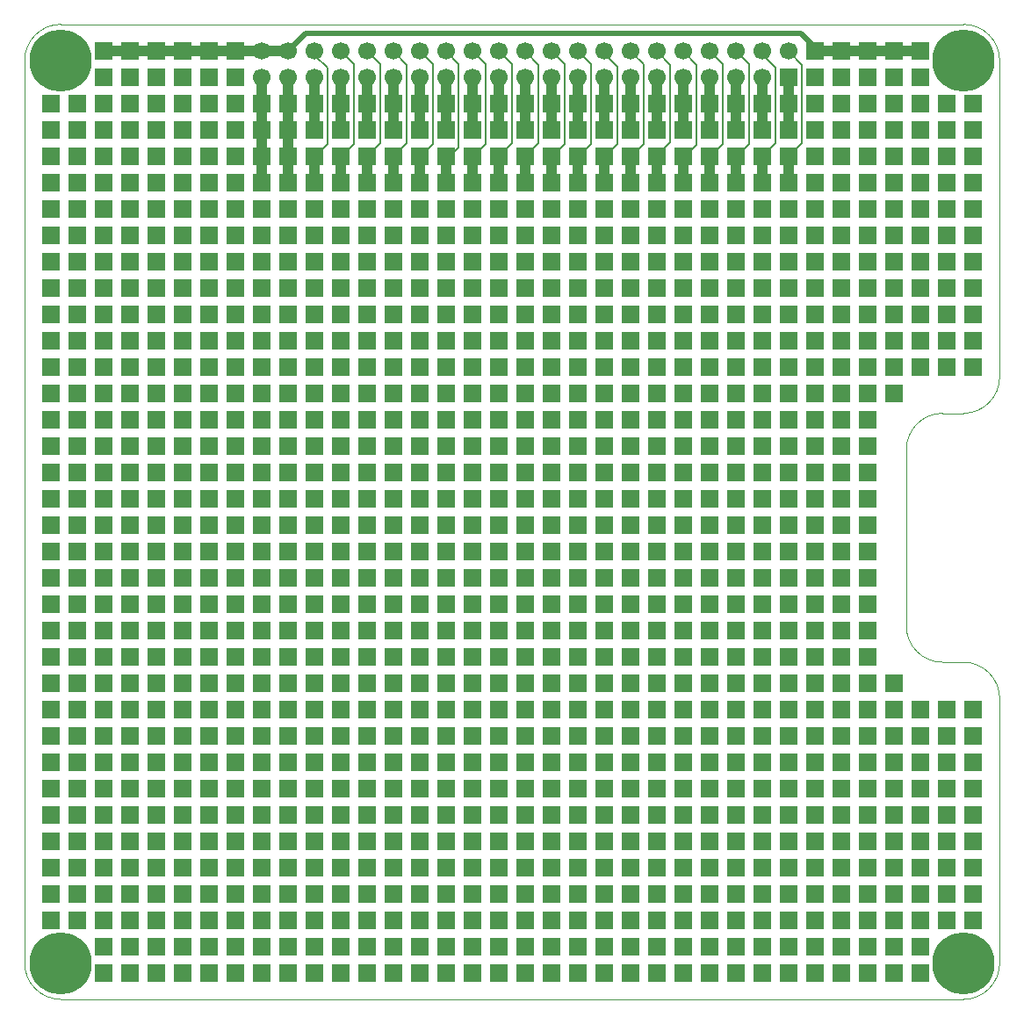
<source format=gbr>
%TF.GenerationSoftware,KiCad,Pcbnew,8.0.2*%
%TF.CreationDate,2025-01-16T15:44:11+07:00*%
%TF.ProjectId,kicad-shield-mechanical,6b696361-642d-4736-9869-656c642d6d65,rev?*%
%TF.SameCoordinates,Original*%
%TF.FileFunction,Copper,L1,Top*%
%TF.FilePolarity,Positive*%
%FSLAX46Y46*%
G04 Gerber Fmt 4.6, Leading zero omitted, Abs format (unit mm)*
G04 Created by KiCad (PCBNEW 8.0.2) date 2025-01-16 15:44:11*
%MOMM*%
%LPD*%
G01*
G04 APERTURE LIST*
%TA.AperFunction,ComponentPad*%
%ADD10C,3.600000*%
%TD*%
%TA.AperFunction,ConnectorPad*%
%ADD11C,6.000000*%
%TD*%
%TA.AperFunction,ComponentPad*%
%ADD12R,1.800000X1.800000*%
%TD*%
%TA.AperFunction,ComponentPad*%
%ADD13C,1.700000*%
%TD*%
%TA.AperFunction,Conductor*%
%ADD14C,1.000000*%
%TD*%
%TA.AperFunction,Conductor*%
%ADD15C,0.500000*%
%TD*%
%TA.AperFunction,Conductor*%
%ADD16C,0.200000*%
%TD*%
%TA.AperFunction,Conductor*%
%ADD17C,0.150000*%
%TD*%
%TA.AperFunction,Conductor*%
%ADD18C,0.100000*%
%TD*%
%ADD19C,3.600000*%
%ADD20C,6.000000*%
%ADD21R,1.800000X1.800000*%
%ADD22C,1.700000*%
%TA.AperFunction,Profile*%
%ADD23C,0.050000*%
%TD*%
G04 APERTURE END LIST*
D10*
%TO.P,REF\u002A\u002A,1*%
%TO.N,N/C*%
X53500000Y-140500000D03*
D11*
X53500000Y-140500000D03*
%TD*%
D10*
%TO.P,REF\u002A\u002A,1*%
%TO.N,N/C*%
X140500000Y-140500000D03*
D11*
X140500000Y-140500000D03*
%TD*%
D10*
%TO.P,REF\u002A\u002A,1*%
%TO.N,N/C*%
X140500000Y-53500000D03*
D11*
X140500000Y-53500000D03*
%TD*%
D10*
%TO.P,REF\u002A\u002A,1*%
%TO.N,N/C*%
X53500000Y-53500000D03*
D11*
X53500000Y-53500000D03*
%TD*%
D12*
%TO.P,775,1*%
%TO.N,N/C*%
X100810000Y-116100000D03*
%TD*%
%TO.P,927,1*%
%TO.N,N/C*%
X105890000Y-128800000D03*
%TD*%
%TO.P,529,1*%
%TO.N,N/C*%
X85570000Y-95780000D03*
%TD*%
%TO.P,282,1*%
%TO.N,N/C*%
X123670000Y-78000000D03*
%TD*%
%TO.P,814,1*%
%TO.N,N/C*%
X123670000Y-118640000D03*
%TD*%
%TO.P,1026,1*%
%TO.N,N/C*%
X128750000Y-88160000D03*
%TD*%
%TO.P,1015,1*%
%TO.N,N/C*%
X100810000Y-136420000D03*
%TD*%
%TO.P,990,1*%
%TO.N,N/C*%
X113510000Y-133880000D03*
%TD*%
%TO.P,827,1*%
%TO.N,N/C*%
X80490000Y-121180000D03*
%TD*%
%TO.P,340,1*%
%TO.N,N/C*%
X108430000Y-83080000D03*
%TD*%
%TO.P,663,1*%
%TO.N,N/C*%
X121130000Y-105940000D03*
%TD*%
%TO.P,267,1*%
%TO.N,N/C*%
X85570000Y-78000000D03*
%TD*%
%TO.P,466,1*%
%TO.N,N/C*%
X77950000Y-90700000D03*
%TD*%
%TO.P,455,1*%
%TO.N,N/C*%
X126210000Y-88160000D03*
%TD*%
%TO.P,1010,1*%
%TO.N,N/C*%
X88110000Y-136420000D03*
%TD*%
%TO.P,789,1*%
%TO.N,N/C*%
X60170000Y-118640000D03*
%TD*%
%TO.P,301,1*%
%TO.N,N/C*%
X90650000Y-80540000D03*
%TD*%
%TO.P,987,1*%
%TO.N,N/C*%
X105890000Y-133880000D03*
%TD*%
D13*
%TO.P,REF\u002A\u002A51,*%
%TO.N,*%
X121130000Y-55140000D03*
%TD*%
D12*
%TO.P,588,1*%
%TO.N,N/C*%
X83030000Y-100860000D03*
%TD*%
%TO.P,581,1*%
%TO.N,N/C*%
X65250000Y-100860000D03*
%TD*%
%TO.P,685,1*%
%TO.N,N/C*%
X100810000Y-108480000D03*
%TD*%
%TO.P,254,1*%
%TO.N,N/C*%
X133830000Y-75460000D03*
%TD*%
%TO.P,1181,1*%
%TO.N,N/C*%
X123670000Y-141500000D03*
%TD*%
%TO.P,243,1*%
%TO.N,N/C*%
X105890000Y-75460000D03*
%TD*%
%TO.P,562,1*%
%TO.N,N/C*%
X93190000Y-98320000D03*
%TD*%
%TO.P,65,1*%
%TO.N,N/C*%
X60170000Y-62760000D03*
%TD*%
%TO.P,1119,1*%
%TO.N,N/C*%
X141450000Y-133880000D03*
%TD*%
%TO.P,274,1*%
%TO.N,N/C*%
X103350000Y-78000000D03*
%TD*%
%TO.P,356,1*%
%TO.N,N/C*%
X67790000Y-85620000D03*
%TD*%
%TO.P,25,1*%
%TO.N,N/C*%
X121130000Y-57680000D03*
%TD*%
%TO.P,57,1*%
%TO.N,N/C*%
X121130000Y-60220000D03*
%TD*%
%TO.P,1167,1*%
%TO.N,N/C*%
X88110000Y-141500000D03*
%TD*%
%TO.P,160,1*%
%TO.N,N/C*%
X57630000Y-70380000D03*
%TD*%
%TO.P,203,1*%
%TO.N,N/C*%
X85570000Y-72920000D03*
%TD*%
%TO.P,1008,1*%
%TO.N,N/C*%
X83030000Y-136420000D03*
%TD*%
%TO.P,26,1*%
%TO.N,N/C*%
X123670000Y-57680000D03*
%TD*%
%TO.P,943,1*%
%TO.N,N/C*%
X70330000Y-131340000D03*
%TD*%
%TO.P,637,1*%
%TO.N,N/C*%
X55090000Y-105940000D03*
%TD*%
D13*
%TO.P,REF\u002A\u002A32,*%
%TO.N,*%
X72870000Y-55140000D03*
%TD*%
D12*
%TO.P,78,1*%
%TO.N,N/C*%
X93190000Y-62760000D03*
%TD*%
%TO.P,232,1*%
%TO.N,N/C*%
X77950000Y-75460000D03*
%TD*%
%TO.P,1075,1*%
%TO.N,N/C*%
X131290000Y-128800000D03*
%TD*%
%TO.P,97,1*%
%TO.N,N/C*%
X60170000Y-65300000D03*
%TD*%
%TO.P,66,1*%
%TO.N,N/C*%
X62710000Y-62760000D03*
%TD*%
%TO.P,159,1*%
%TO.N,N/C*%
X136370000Y-67840000D03*
%TD*%
%TO.P,54,1*%
%TO.N,N/C*%
X113510000Y-60220000D03*
%TD*%
%TO.P,34,1*%
%TO.N,N/C*%
X62710000Y-60220000D03*
%TD*%
%TO.P,177,1*%
%TO.N,N/C*%
X100810000Y-70380000D03*
%TD*%
%TO.P,922,1*%
%TO.N,N/C*%
X93190000Y-128800000D03*
%TD*%
%TO.P,923,1*%
%TO.N,N/C*%
X95730000Y-128800000D03*
%TD*%
%TO.P,648,1*%
%TO.N,N/C*%
X83030000Y-105940000D03*
%TD*%
%TO.P,460,1*%
%TO.N,N/C*%
X62710000Y-90700000D03*
%TD*%
%TO.P,865,1*%
%TO.N,N/C*%
X100810000Y-123720000D03*
%TD*%
%TO.P,956,1*%
%TO.N,N/C*%
X103350000Y-131340000D03*
%TD*%
%TO.P,1139,1*%
%TO.N,N/C*%
X98270000Y-138960000D03*
%TD*%
%TO.P,REF\u002A\u002A10,*%
%TO.N,*%
X67790000Y-55140000D03*
%TD*%
%TO.P,921,1*%
%TO.N,N/C*%
X90650000Y-128800000D03*
%TD*%
%TO.P,80,1*%
%TO.N,N/C*%
X98270000Y-62760000D03*
%TD*%
%TO.P,636,1*%
%TO.N,N/C*%
X52550000Y-105940000D03*
%TD*%
%TO.P,REF\u002A\u002A8,*%
%TO.N,*%
X62710000Y-55140000D03*
%TD*%
%TO.P,647,1*%
%TO.N,N/C*%
X80490000Y-105940000D03*
%TD*%
%TO.P,202,1*%
%TO.N,N/C*%
X83030000Y-72920000D03*
%TD*%
%TO.P,1013,1*%
%TO.N,N/C*%
X95730000Y-136420000D03*
%TD*%
%TO.P,1072,1*%
%TO.N,N/C*%
X131290000Y-126260000D03*
%TD*%
%TO.P,945,1*%
%TO.N,N/C*%
X75410000Y-131340000D03*
%TD*%
%TO.P,705,1*%
%TO.N,N/C*%
X75410000Y-111020000D03*
%TD*%
%TO.P,1049,1*%
%TO.N,N/C*%
X126210000Y-108480000D03*
%TD*%
%TO.P,872,1*%
%TO.N,N/C*%
X118590000Y-123720000D03*
%TD*%
%TO.P,423,1*%
%TO.N,N/C*%
X55090000Y-83080000D03*
%TD*%
%TO.P,1025,1*%
%TO.N,N/C*%
X126210000Y-136420000D03*
%TD*%
%TO.P,1048,1*%
%TO.N,N/C*%
X131290000Y-105940000D03*
%TD*%
%TO.P,1150,1*%
%TO.N,N/C*%
X126210000Y-138960000D03*
%TD*%
%TO.P,650,1*%
%TO.N,N/C*%
X88110000Y-105940000D03*
%TD*%
%TO.P,1037,1*%
%TO.N,N/C*%
X126210000Y-98320000D03*
%TD*%
%TO.P,967,1*%
%TO.N,N/C*%
X55090000Y-133880000D03*
%TD*%
%TO.P,173,1*%
%TO.N,N/C*%
X90650000Y-70380000D03*
%TD*%
%TO.P,981,1*%
%TO.N,N/C*%
X90650000Y-133880000D03*
%TD*%
%TO.P,918,1*%
%TO.N,N/C*%
X83030000Y-128800000D03*
%TD*%
%TO.P,849,1*%
%TO.N,N/C*%
X60170000Y-123720000D03*
%TD*%
%TO.P,962,1*%
%TO.N,N/C*%
X118590000Y-131340000D03*
%TD*%
%TO.P,44,1*%
%TO.N,N/C*%
X88110000Y-60220000D03*
%TD*%
%TO.P,1165,1*%
%TO.N,N/C*%
X83030000Y-141500000D03*
%TD*%
%TO.P,601,1*%
%TO.N,N/C*%
X116050000Y-100860000D03*
%TD*%
%TO.P,860,1*%
%TO.N,N/C*%
X88110000Y-123720000D03*
%TD*%
%TO.P,1,1*%
%TO.N,N/C*%
X60170000Y-57680000D03*
%TD*%
%TO.P,482,1*%
%TO.N,N/C*%
X118590000Y-90700000D03*
%TD*%
D13*
%TO.P,REF\u002A\u002A44,*%
%TO.N,*%
X103350000Y-55140000D03*
%TD*%
D12*
%TO.P,86,1*%
%TO.N,N/C*%
X113510000Y-62760000D03*
%TD*%
%TO.P,207,1*%
%TO.N,N/C*%
X95730000Y-72920000D03*
%TD*%
%TO.P,131,1*%
%TO.N,N/C*%
X65250000Y-67840000D03*
%TD*%
%TO.P,985,1*%
%TO.N,N/C*%
X100810000Y-133880000D03*
%TD*%
%TO.P,172,1*%
%TO.N,N/C*%
X88110000Y-70380000D03*
%TD*%
%TO.P,1147,1*%
%TO.N,N/C*%
X118590000Y-138960000D03*
%TD*%
%TO.P,741,1*%
%TO.N,N/C*%
X90650000Y-113560000D03*
%TD*%
%TO.P,67,1*%
%TO.N,N/C*%
X65250000Y-62760000D03*
%TD*%
%TO.P,893,1*%
%TO.N,N/C*%
X95730000Y-126260000D03*
%TD*%
%TO.P,5,1*%
%TO.N,N/C*%
X70330000Y-57680000D03*
%TD*%
%TO.P,326,1*%
%TO.N,N/C*%
X72870000Y-83080000D03*
%TD*%
%TO.P,1115,1*%
%TO.N,N/C*%
X141450000Y-131340000D03*
%TD*%
%TO.P,812,1*%
%TO.N,N/C*%
X118590000Y-118640000D03*
%TD*%
%TO.P,417,1*%
%TO.N,N/C*%
X55090000Y-75460000D03*
%TD*%
%TO.P,458,1*%
%TO.N,N/C*%
X57630000Y-90700000D03*
%TD*%
%TO.P,669,1*%
%TO.N,N/C*%
X60170000Y-108480000D03*
%TD*%
%TO.P,1023,1*%
%TO.N,N/C*%
X121130000Y-136420000D03*
%TD*%
%TO.P,1112,1*%
%TO.N,N/C*%
X133830000Y-131340000D03*
%TD*%
%TO.P,368,1*%
%TO.N,N/C*%
X98270000Y-85620000D03*
%TD*%
%TO.P,184,1*%
%TO.N,N/C*%
X118590000Y-70380000D03*
%TD*%
%TO.P,731,1*%
%TO.N,N/C*%
X65250000Y-113560000D03*
%TD*%
%TO.P,926,1*%
%TO.N,N/C*%
X103350000Y-128800000D03*
%TD*%
%TO.P,1141,1*%
%TO.N,N/C*%
X103350000Y-138960000D03*
%TD*%
%TO.P,1164,1*%
%TO.N,N/C*%
X80490000Y-141500000D03*
%TD*%
%TO.P,498,1*%
%TO.N,N/C*%
X83030000Y-93240000D03*
%TD*%
%TO.P,354,1*%
%TO.N,N/C*%
X62710000Y-85620000D03*
%TD*%
%TO.P,1174,1*%
%TO.N,N/C*%
X105890000Y-141500000D03*
%TD*%
%TO.P,947,1*%
%TO.N,N/C*%
X80490000Y-131340000D03*
%TD*%
%TO.P,182,1*%
%TO.N,N/C*%
X113510000Y-70380000D03*
%TD*%
%TO.P,488,1*%
%TO.N,N/C*%
X57630000Y-93240000D03*
%TD*%
%TO.P,377,1*%
%TO.N,N/C*%
X121130000Y-85620000D03*
%TD*%
%TO.P,546,1*%
%TO.N,N/C*%
X52550000Y-98320000D03*
%TD*%
%TO.P,110,1*%
%TO.N,N/C*%
X93190000Y-65300000D03*
%TD*%
%TO.P,597,1*%
%TO.N,N/C*%
X105890000Y-100860000D03*
%TD*%
%TO.P,352,1*%
%TO.N,N/C*%
X57630000Y-85620000D03*
%TD*%
D13*
%TO.P,REF\u002A\u002A28,*%
%TO.N,*%
X116050000Y-52600000D03*
%TD*%
D12*
%TO.P,680,1*%
%TO.N,N/C*%
X88110000Y-108480000D03*
%TD*%
%TO.P,430,1*%
%TO.N,N/C*%
X62710000Y-88160000D03*
%TD*%
%TO.P,615,1*%
%TO.N,N/C*%
X75410000Y-103400000D03*
%TD*%
%TO.P,150,1*%
%TO.N,N/C*%
X113510000Y-67840000D03*
%TD*%
%TO.P,124,1*%
%TO.N,N/C*%
X128750000Y-65300000D03*
%TD*%
%TO.P,305,1*%
%TO.N,N/C*%
X100810000Y-80540000D03*
%TD*%
%TO.P,296,1*%
%TO.N,N/C*%
X77950000Y-80540000D03*
%TD*%
%TO.P,95,1*%
%TO.N,N/C*%
X136370000Y-62760000D03*
%TD*%
%TO.P,241,1*%
%TO.N,N/C*%
X100810000Y-75460000D03*
%TD*%
%TO.P,370,1*%
%TO.N,N/C*%
X103350000Y-85620000D03*
%TD*%
%TO.P,1163,1*%
%TO.N,N/C*%
X77950000Y-141500000D03*
%TD*%
%TO.P,382,1*%
%TO.N,N/C*%
X133830000Y-85620000D03*
%TD*%
%TO.P,1021,1*%
%TO.N,N/C*%
X116050000Y-136420000D03*
%TD*%
%TO.P,992,1*%
%TO.N,N/C*%
X118590000Y-133880000D03*
%TD*%
%TO.P,221,1*%
%TO.N,N/C*%
X131290000Y-72920000D03*
%TD*%
%TO.P,392,1*%
%TO.N,N/C*%
X138910000Y-70380000D03*
%TD*%
%TO.P,374,1*%
%TO.N,N/C*%
X113510000Y-85620000D03*
%TD*%
%TO.P,806,1*%
%TO.N,N/C*%
X103350000Y-118640000D03*
%TD*%
%TO.P,799,1*%
%TO.N,N/C*%
X85570000Y-118640000D03*
%TD*%
%TO.P,REF\u002A\u002A6,*%
%TO.N,*%
X57630000Y-55140000D03*
%TD*%
%TO.P,11,1*%
%TO.N,N/C*%
X85570000Y-57680000D03*
%TD*%
%TO.P,358,1*%
%TO.N,N/C*%
X72870000Y-85620000D03*
%TD*%
%TO.P,58,1*%
%TO.N,N/C*%
X123670000Y-60220000D03*
%TD*%
%TO.P,416,1*%
%TO.N,N/C*%
X52550000Y-72920000D03*
%TD*%
%TO.P,292,1*%
%TO.N,N/C*%
X67790000Y-80540000D03*
%TD*%
%TO.P,857,1*%
%TO.N,N/C*%
X80490000Y-123720000D03*
%TD*%
%TO.P,1054,1*%
%TO.N,N/C*%
X131290000Y-111020000D03*
%TD*%
%TO.P,418,1*%
%TO.N,N/C*%
X52550000Y-75460000D03*
%TD*%
%TO.P,462,1*%
%TO.N,N/C*%
X67790000Y-90700000D03*
%TD*%
%TO.P,336,1*%
%TO.N,N/C*%
X98270000Y-83080000D03*
%TD*%
%TO.P,411,1*%
%TO.N,N/C*%
X55090000Y-67840000D03*
%TD*%
%TO.P,1113,1*%
%TO.N,N/C*%
X136370000Y-131340000D03*
%TD*%
%TO.P,803,1*%
%TO.N,N/C*%
X95730000Y-118640000D03*
%TD*%
%TO.P,144,1*%
%TO.N,N/C*%
X98270000Y-67840000D03*
%TD*%
%TO.P,532,1*%
%TO.N,N/C*%
X93190000Y-95780000D03*
%TD*%
%TO.P,791,1*%
%TO.N,N/C*%
X65250000Y-118640000D03*
%TD*%
%TO.P,960,1*%
%TO.N,N/C*%
X113510000Y-131340000D03*
%TD*%
%TO.P,1058,1*%
%TO.N,N/C*%
X126210000Y-116100000D03*
%TD*%
%TO.P,403,1*%
%TO.N,N/C*%
X141450000Y-83080000D03*
%TD*%
D13*
%TO.P,REF\u002A\u002A45,*%
%TO.N,*%
X105890000Y-55140000D03*
%TD*%
D12*
%TO.P,1051,1*%
%TO.N,N/C*%
X131290000Y-108480000D03*
%TD*%
%TO.P,660,1*%
%TO.N,N/C*%
X113510000Y-105940000D03*
%TD*%
%TO.P,1120,1*%
%TO.N,N/C*%
X133830000Y-136420000D03*
%TD*%
%TO.P,914,1*%
%TO.N,N/C*%
X72870000Y-128800000D03*
%TD*%
%TO.P,871,1*%
%TO.N,N/C*%
X116050000Y-123720000D03*
%TD*%
%TO.P,318,1*%
%TO.N,N/C*%
X133830000Y-80540000D03*
%TD*%
%TO.P,215,1*%
%TO.N,N/C*%
X116050000Y-72920000D03*
%TD*%
%TO.P,1020,1*%
%TO.N,N/C*%
X113510000Y-136420000D03*
%TD*%
%TO.P,20,1*%
%TO.N,N/C*%
X108430000Y-57680000D03*
%TD*%
%TO.P,982,1*%
%TO.N,N/C*%
X93190000Y-133880000D03*
%TD*%
%TO.P,333,1*%
%TO.N,N/C*%
X90650000Y-83080000D03*
%TD*%
%TO.P,959,1*%
%TO.N,N/C*%
X110970000Y-131340000D03*
%TD*%
%TO.P,187,1*%
%TO.N,N/C*%
X126210000Y-70380000D03*
%TD*%
%TO.P,695,1*%
%TO.N,N/C*%
X126210000Y-108480000D03*
%TD*%
%TO.P,595,1*%
%TO.N,N/C*%
X100810000Y-100860000D03*
%TD*%
%TO.P,320,1*%
%TO.N,N/C*%
X57630000Y-83080000D03*
%TD*%
%TO.P,1122,1*%
%TO.N,N/C*%
X138910000Y-136420000D03*
%TD*%
%TO.P,383,1*%
%TO.N,N/C*%
X141450000Y-57680000D03*
%TD*%
%TO.P,592,1*%
%TO.N,N/C*%
X93190000Y-100860000D03*
%TD*%
%TO.P,31,1*%
%TO.N,N/C*%
X136370000Y-57680000D03*
%TD*%
%TO.P,313,1*%
%TO.N,N/C*%
X121130000Y-80540000D03*
%TD*%
%TO.P,575,1*%
%TO.N,N/C*%
X126210000Y-98320000D03*
%TD*%
%TO.P,376,1*%
%TO.N,N/C*%
X118590000Y-85620000D03*
%TD*%
%TO.P,1016,1*%
%TO.N,N/C*%
X103350000Y-136420000D03*
%TD*%
%TO.P,979,1*%
%TO.N,N/C*%
X85570000Y-133880000D03*
%TD*%
%TO.P,114,1*%
%TO.N,N/C*%
X103350000Y-65300000D03*
%TD*%
%TO.P,661,1*%
%TO.N,N/C*%
X116050000Y-105940000D03*
%TD*%
%TO.P,190,1*%
%TO.N,N/C*%
X133830000Y-70380000D03*
%TD*%
%TO.P,609,1*%
%TO.N,N/C*%
X60170000Y-103400000D03*
%TD*%
%TO.P,642,1*%
%TO.N,N/C*%
X67790000Y-105940000D03*
%TD*%
%TO.P,757,1*%
%TO.N,N/C*%
X55090000Y-116100000D03*
%TD*%
%TO.P,798,1*%
%TO.N,N/C*%
X83030000Y-118640000D03*
%TD*%
%TO.P,360,1*%
%TO.N,N/C*%
X77950000Y-85620000D03*
%TD*%
%TO.P,875,1*%
%TO.N,N/C*%
X126210000Y-123720000D03*
%TD*%
%TO.P,724,1*%
%TO.N,N/C*%
X123670000Y-111020000D03*
%TD*%
%TO.P,697,1*%
%TO.N,N/C*%
X55090000Y-111020000D03*
%TD*%
%TO.P,537,1*%
%TO.N,N/C*%
X105890000Y-95780000D03*
%TD*%
%TO.P,180,1*%
%TO.N,N/C*%
X108430000Y-70380000D03*
%TD*%
%TO.P,445,1*%
%TO.N,N/C*%
X100810000Y-88160000D03*
%TD*%
%TO.P,1096,1*%
%TO.N,N/C*%
X133830000Y-121180000D03*
%TD*%
%TO.P,453,1*%
%TO.N,N/C*%
X121130000Y-88160000D03*
%TD*%
%TO.P,353,1*%
%TO.N,N/C*%
X60170000Y-85620000D03*
%TD*%
%TO.P,473,1*%
%TO.N,N/C*%
X95730000Y-90700000D03*
%TD*%
%TO.P,426,1*%
%TO.N,N/C*%
X52550000Y-85620000D03*
%TD*%
%TO.P,729,1*%
%TO.N,N/C*%
X60170000Y-113560000D03*
%TD*%
%TO.P,239,1*%
%TO.N,N/C*%
X95730000Y-75460000D03*
%TD*%
%TO.P,111,1*%
%TO.N,N/C*%
X95730000Y-65300000D03*
%TD*%
%TO.P,315,1*%
%TO.N,N/C*%
X126210000Y-80540000D03*
%TD*%
%TO.P,715,1*%
%TO.N,N/C*%
X100810000Y-111020000D03*
%TD*%
%TO.P,737,1*%
%TO.N,N/C*%
X80490000Y-113560000D03*
%TD*%
%TO.P,1068,1*%
%TO.N,N/C*%
X128750000Y-123720000D03*
%TD*%
%TO.P,1082,1*%
%TO.N,N/C*%
X126210000Y-136420000D03*
%TD*%
%TO.P,22,1*%
%TO.N,N/C*%
X113510000Y-57680000D03*
%TD*%
%TO.P,1033,1*%
%TO.N,N/C*%
X131290000Y-93240000D03*
%TD*%
%TO.P,687,1*%
%TO.N,N/C*%
X105890000Y-108480000D03*
%TD*%
%TO.P,138,1*%
%TO.N,N/C*%
X83030000Y-67840000D03*
%TD*%
%TO.P,668,1*%
%TO.N,N/C*%
X57630000Y-108480000D03*
%TD*%
%TO.P,314,1*%
%TO.N,N/C*%
X123670000Y-80540000D03*
%TD*%
%TO.P,771,1*%
%TO.N,N/C*%
X90650000Y-116100000D03*
%TD*%
%TO.P,1019,1*%
%TO.N,N/C*%
X110970000Y-136420000D03*
%TD*%
%TO.P,577,1*%
%TO.N,N/C*%
X55090000Y-100860000D03*
%TD*%
%TO.P,989,1*%
%TO.N,N/C*%
X110970000Y-133880000D03*
%TD*%
%TO.P,993,1*%
%TO.N,N/C*%
X121130000Y-133880000D03*
%TD*%
%TO.P,75,1*%
%TO.N,N/C*%
X85570000Y-62760000D03*
%TD*%
%TO.P,784,1*%
%TO.N,N/C*%
X123670000Y-116100000D03*
%TD*%
%TO.P,628,1*%
%TO.N,N/C*%
X108430000Y-103400000D03*
%TD*%
D13*
%TO.P,REF\u002A\u002A22,*%
%TO.N,*%
X100810000Y-52600000D03*
%TD*%
D12*
%TO.P,472,1*%
%TO.N,N/C*%
X93190000Y-90700000D03*
%TD*%
%TO.P,63,1*%
%TO.N,N/C*%
X136370000Y-60220000D03*
%TD*%
%TO.P,624,1*%
%TO.N,N/C*%
X98270000Y-103400000D03*
%TD*%
%TO.P,734,1*%
%TO.N,N/C*%
X72870000Y-113560000D03*
%TD*%
%TO.P,733,1*%
%TO.N,N/C*%
X70330000Y-113560000D03*
%TD*%
%TO.P,790,1*%
%TO.N,N/C*%
X62710000Y-118640000D03*
%TD*%
%TO.P,,1*%
%TO.N,N/C*%
X52550000Y-88160000D03*
%TD*%
%TO.P,45,1*%
%TO.N,N/C*%
X90650000Y-60220000D03*
%TD*%
%TO.P,286,1*%
%TO.N,N/C*%
X133830000Y-78000000D03*
%TD*%
%TO.P,625,1*%
%TO.N,N/C*%
X100810000Y-103400000D03*
%TD*%
%TO.P,120,1*%
%TO.N,N/C*%
X118590000Y-65300000D03*
%TD*%
%TO.P,1102,1*%
%TO.N,N/C*%
X138910000Y-123720000D03*
%TD*%
%TO.P,1074,1*%
%TO.N,N/C*%
X128750000Y-128800000D03*
%TD*%
%TO.P,509,1*%
%TO.N,N/C*%
X110970000Y-93240000D03*
%TD*%
%TO.P,343,1*%
%TO.N,N/C*%
X116050000Y-83080000D03*
%TD*%
%TO.P,930,1*%
%TO.N,N/C*%
X113510000Y-128800000D03*
%TD*%
%TO.P,276,1*%
%TO.N,N/C*%
X108430000Y-78000000D03*
%TD*%
%TO.P,558,1*%
%TO.N,N/C*%
X83030000Y-98320000D03*
%TD*%
%TO.P,61,1*%
%TO.N,N/C*%
X131290000Y-60220000D03*
%TD*%
%TO.P,716,1*%
%TO.N,N/C*%
X103350000Y-111020000D03*
%TD*%
%TO.P,1034,1*%
%TO.N,N/C*%
X126210000Y-95780000D03*
%TD*%
%TO.P,367,1*%
%TO.N,N/C*%
X95730000Y-85620000D03*
%TD*%
%TO.P,551,1*%
%TO.N,N/C*%
X65250000Y-98320000D03*
%TD*%
%TO.P,339,1*%
%TO.N,N/C*%
X105890000Y-83080000D03*
%TD*%
%TO.P,662,1*%
%TO.N,N/C*%
X118590000Y-105940000D03*
%TD*%
%TO.P,62,1*%
%TO.N,N/C*%
X133830000Y-60220000D03*
%TD*%
%TO.P,1009,1*%
%TO.N,N/C*%
X85570000Y-136420000D03*
%TD*%
%TO.P,1168,1*%
%TO.N,N/C*%
X90650000Y-141500000D03*
%TD*%
%TO.P,2,1*%
%TO.N,N/C*%
X62710000Y-57680000D03*
%TD*%
%TO.P,363,1*%
%TO.N,N/C*%
X85570000Y-85620000D03*
%TD*%
%TO.P,736,1*%
%TO.N,N/C*%
X77950000Y-113560000D03*
%TD*%
%TO.P,605,1*%
%TO.N,N/C*%
X126210000Y-100860000D03*
%TD*%
%TO.P,495,1*%
%TO.N,N/C*%
X75410000Y-93240000D03*
%TD*%
%TO.P,359,1*%
%TO.N,N/C*%
X75410000Y-85620000D03*
%TD*%
%TO.P,157,1*%
%TO.N,N/C*%
X131290000Y-67840000D03*
%TD*%
%TO.P,1041,1*%
%TO.N,N/C*%
X128750000Y-100860000D03*
%TD*%
%TO.P,854,1*%
%TO.N,N/C*%
X72870000Y-123720000D03*
%TD*%
%TO.P,822,1*%
%TO.N,N/C*%
X67790000Y-121180000D03*
%TD*%
%TO.P,928,1*%
%TO.N,N/C*%
X108430000Y-128800000D03*
%TD*%
%TO.P,218,1*%
%TO.N,N/C*%
X123670000Y-72920000D03*
%TD*%
%TO.P,476,1*%
%TO.N,N/C*%
X103350000Y-90700000D03*
%TD*%
%TO.P,174,1*%
%TO.N,N/C*%
X93190000Y-70380000D03*
%TD*%
%TO.P,995,1*%
%TO.N,N/C*%
X126210000Y-133880000D03*
%TD*%
%TO.P,957,1*%
%TO.N,N/C*%
X105890000Y-131340000D03*
%TD*%
%TO.P,859,1*%
%TO.N,N/C*%
X85570000Y-123720000D03*
%TD*%
%TO.P,91,1*%
%TO.N,N/C*%
X126210000Y-62760000D03*
%TD*%
%TO.P,231,1*%
%TO.N,N/C*%
X75410000Y-75460000D03*
%TD*%
%TO.P,675,1*%
%TO.N,N/C*%
X75410000Y-108480000D03*
%TD*%
%TO.P,728,1*%
%TO.N,N/C*%
X57630000Y-113560000D03*
%TD*%
%TO.P,496,1*%
%TO.N,N/C*%
X77950000Y-93240000D03*
%TD*%
%TO.P,547,1*%
%TO.N,N/C*%
X55090000Y-98320000D03*
%TD*%
%TO.P,818,1*%
%TO.N,N/C*%
X57630000Y-121180000D03*
%TD*%
%TO.P,170,1*%
%TO.N,N/C*%
X83030000Y-70380000D03*
%TD*%
%TO.P,1185,1*%
%TO.N,N/C*%
X133830000Y-141500000D03*
%TD*%
%TO.P,952,1*%
%TO.N,N/C*%
X93190000Y-131340000D03*
%TD*%
%TO.P,412,1*%
%TO.N,N/C*%
X52550000Y-67840000D03*
%TD*%
D13*
%TO.P,REF\u002A\u002A20,*%
%TO.N,*%
X95730000Y-52600000D03*
%TD*%
D12*
%TO.P,REF\u002A\u002A7,*%
%TO.N,*%
X60170000Y-55140000D03*
%TD*%
%TO.P,201,1*%
%TO.N,N/C*%
X80490000Y-72920000D03*
%TD*%
%TO.P,1080,1*%
%TO.N,N/C*%
X128750000Y-133880000D03*
%TD*%
%TO.P,632,1*%
%TO.N,N/C*%
X118590000Y-103400000D03*
%TD*%
%TO.P,869,1*%
%TO.N,N/C*%
X110970000Y-123720000D03*
%TD*%
%TO.P,155,1*%
%TO.N,N/C*%
X126210000Y-67840000D03*
%TD*%
%TO.P,955,1*%
%TO.N,N/C*%
X100810000Y-131340000D03*
%TD*%
%TO.P,766,1*%
%TO.N,N/C*%
X77950000Y-116100000D03*
%TD*%
%TO.P,4,1*%
%TO.N,N/C*%
X67790000Y-57680000D03*
%TD*%
%TO.P,101,1*%
%TO.N,N/C*%
X70330000Y-65300000D03*
%TD*%
%TO.P,181,1*%
%TO.N,N/C*%
X110970000Y-70380000D03*
%TD*%
D13*
%TO.P,REF\u002A\u002A38,*%
%TO.N,*%
X88110000Y-55140000D03*
%TD*%
D12*
%TO.P,825,1*%
%TO.N,N/C*%
X75410000Y-121180000D03*
%TD*%
%TO.P,199,1*%
%TO.N,N/C*%
X75410000Y-72920000D03*
%TD*%
%TO.P,266,1*%
%TO.N,N/C*%
X83030000Y-78000000D03*
%TD*%
%TO.P,702,1*%
%TO.N,N/C*%
X67790000Y-111020000D03*
%TD*%
%TO.P,154,1*%
%TO.N,N/C*%
X123670000Y-67840000D03*
%TD*%
%TO.P,612,1*%
%TO.N,N/C*%
X67790000Y-103400000D03*
%TD*%
D13*
%TO.P,REF\u002A\u002A48,*%
%TO.N,*%
X113510000Y-55140000D03*
%TD*%
D12*
%TO.P,761,1*%
%TO.N,N/C*%
X65250000Y-116100000D03*
%TD*%
%TO.P,1039,1*%
%TO.N,N/C*%
X131290000Y-98320000D03*
%TD*%
%TO.P,200,1*%
%TO.N,N/C*%
X77950000Y-72920000D03*
%TD*%
%TO.P,68,1*%
%TO.N,N/C*%
X67790000Y-62760000D03*
%TD*%
%TO.P,224,1*%
%TO.N,N/C*%
X57630000Y-75460000D03*
%TD*%
%TO.P,53,1*%
%TO.N,N/C*%
X110970000Y-60220000D03*
%TD*%
%TO.P,1098,1*%
%TO.N,N/C*%
X138910000Y-121180000D03*
%TD*%
%TO.P,366,1*%
%TO.N,N/C*%
X93190000Y-85620000D03*
%TD*%
%TO.P,499,1*%
%TO.N,N/C*%
X85570000Y-93240000D03*
%TD*%
%TO.P,448,1*%
%TO.N,N/C*%
X108430000Y-88160000D03*
%TD*%
%TO.P,563,1*%
%TO.N,N/C*%
X95730000Y-98320000D03*
%TD*%
%TO.P,317,1*%
%TO.N,N/C*%
X131290000Y-80540000D03*
%TD*%
%TO.P,311,1*%
%TO.N,N/C*%
X116050000Y-80540000D03*
%TD*%
%TO.P,1155,1*%
%TO.N,N/C*%
X57630000Y-141500000D03*
%TD*%
%TO.P,808,1*%
%TO.N,N/C*%
X108430000Y-118640000D03*
%TD*%
%TO.P,515,1*%
%TO.N,N/C*%
X126210000Y-93240000D03*
%TD*%
%TO.P,788,1*%
%TO.N,N/C*%
X57630000Y-118640000D03*
%TD*%
%TO.P,578,1*%
%TO.N,N/C*%
X57630000Y-100860000D03*
%TD*%
%TO.P,719,1*%
%TO.N,N/C*%
X110970000Y-111020000D03*
%TD*%
D13*
%TO.P,REF\u002A\u002A33,*%
%TO.N,*%
X75410000Y-55140000D03*
%TD*%
D12*
%TO.P,907,1*%
%TO.N,N/C*%
X55090000Y-128800000D03*
%TD*%
%TO.P,831,1*%
%TO.N,N/C*%
X90650000Y-121180000D03*
%TD*%
%TO.P,708,1*%
%TO.N,N/C*%
X83030000Y-111020000D03*
%TD*%
%TO.P,323,1*%
%TO.N,N/C*%
X65250000Y-83080000D03*
%TD*%
%TO.P,793,1*%
%TO.N,N/C*%
X70330000Y-118640000D03*
%TD*%
%TO.P,REF\u002A\u002A,*%
%TO.N,*%
X126210000Y-52600000D03*
%TD*%
%TO.P,522,1*%
%TO.N,N/C*%
X67790000Y-95780000D03*
%TD*%
%TO.P,470,1*%
%TO.N,N/C*%
X88110000Y-90700000D03*
%TD*%
%TO.P,886,1*%
%TO.N,N/C*%
X77950000Y-126260000D03*
%TD*%
%TO.P,169,1*%
%TO.N,N/C*%
X80490000Y-70380000D03*
%TD*%
%TO.P,96,1*%
%TO.N,N/C*%
X57630000Y-65300000D03*
%TD*%
%TO.P,355,1*%
%TO.N,N/C*%
X65250000Y-85620000D03*
%TD*%
%TO.P,133,1*%
%TO.N,N/C*%
X70330000Y-67840000D03*
%TD*%
%TO.P,821,1*%
%TO.N,N/C*%
X65250000Y-121180000D03*
%TD*%
%TO.P,55,1*%
%TO.N,N/C*%
X116050000Y-60220000D03*
%TD*%
%TO.P,103,1*%
%TO.N,N/C*%
X75410000Y-65300000D03*
%TD*%
%TO.P,939,1*%
%TO.N,N/C*%
X60170000Y-131340000D03*
%TD*%
%TO.P,824,1*%
%TO.N,N/C*%
X72870000Y-121180000D03*
%TD*%
%TO.P,272,1*%
%TO.N,N/C*%
X98270000Y-78000000D03*
%TD*%
%TO.P,REF\u002A\u002A11,*%
%TO.N,*%
X70330000Y-55140000D03*
%TD*%
%TO.P,899,1*%
%TO.N,N/C*%
X110970000Y-126260000D03*
%TD*%
%TO.P,725,1*%
%TO.N,N/C*%
X126210000Y-111020000D03*
%TD*%
%TO.P,536,1*%
%TO.N,N/C*%
X103350000Y-95780000D03*
%TD*%
%TO.P,1105,1*%
%TO.N,N/C*%
X136370000Y-126260000D03*
%TD*%
%TO.P,384,1*%
%TO.N,N/C*%
X138910000Y-60220000D03*
%TD*%
%TO.P,856,1*%
%TO.N,N/C*%
X77950000Y-123720000D03*
%TD*%
%TO.P,996,1*%
%TO.N,N/C*%
X52550000Y-136420000D03*
%TD*%
%TO.P,1035,1*%
%TO.N,N/C*%
X128750000Y-95780000D03*
%TD*%
%TO.P,1018,1*%
%TO.N,N/C*%
X108430000Y-136420000D03*
%TD*%
%TO.P,913,1*%
%TO.N,N/C*%
X70330000Y-128800000D03*
%TD*%
D13*
%TO.P,REF\u002A\u002A31,*%
%TO.N,*%
X123670000Y-52600000D03*
%TD*%
D12*
%TO.P,1179,1*%
%TO.N,N/C*%
X118590000Y-141500000D03*
%TD*%
%TO.P,341,1*%
%TO.N,N/C*%
X110970000Y-83080000D03*
%TD*%
%TO.P,1117,1*%
%TO.N,N/C*%
X136370000Y-133880000D03*
%TD*%
%TO.P,102,1*%
%TO.N,N/C*%
X72870000Y-65300000D03*
%TD*%
%TO.P,1154,1*%
%TO.N,N/C*%
X136370000Y-138960000D03*
%TD*%
%TO.P,800,1*%
%TO.N,N/C*%
X88110000Y-118640000D03*
%TD*%
%TO.P,464,1*%
%TO.N,N/C*%
X72870000Y-90700000D03*
%TD*%
%TO.P,732,1*%
%TO.N,N/C*%
X67790000Y-113560000D03*
%TD*%
%TO.P,519,1*%
%TO.N,N/C*%
X60170000Y-95780000D03*
%TD*%
%TO.P,881,1*%
%TO.N,N/C*%
X65250000Y-126260000D03*
%TD*%
D13*
%TO.P,REF\u002A\u002A43,*%
%TO.N,*%
X100810000Y-55140000D03*
%TD*%
D12*
%TO.P,303,1*%
%TO.N,N/C*%
X95730000Y-80540000D03*
%TD*%
%TO.P,594,1*%
%TO.N,N/C*%
X98270000Y-100860000D03*
%TD*%
%TO.P,132,1*%
%TO.N,N/C*%
X67790000Y-67840000D03*
%TD*%
%TO.P,557,1*%
%TO.N,N/C*%
X80490000Y-98320000D03*
%TD*%
%TO.P,1052,1*%
%TO.N,N/C*%
X126210000Y-111020000D03*
%TD*%
%TO.P,162,1*%
%TO.N,N/C*%
X62710000Y-70380000D03*
%TD*%
D13*
%TO.P,REF\u002A\u002A36,*%
%TO.N,*%
X83030000Y-55140000D03*
%TD*%
D12*
%TO.P,896,1*%
%TO.N,N/C*%
X103350000Y-126260000D03*
%TD*%
%TO.P,795,1*%
%TO.N,N/C*%
X75410000Y-118640000D03*
%TD*%
%TO.P,18,1*%
%TO.N,N/C*%
X103350000Y-57680000D03*
%TD*%
%TO.P,484,1*%
%TO.N,N/C*%
X123670000Y-90700000D03*
%TD*%
%TO.P,665,1*%
%TO.N,N/C*%
X126210000Y-105940000D03*
%TD*%
%TO.P,413,1*%
%TO.N,N/C*%
X55090000Y-70380000D03*
%TD*%
%TO.P,42,1*%
%TO.N,N/C*%
X83030000Y-60220000D03*
%TD*%
%TO.P,477,1*%
%TO.N,N/C*%
X105890000Y-90700000D03*
%TD*%
%TO.P,890,1*%
%TO.N,N/C*%
X88110000Y-126260000D03*
%TD*%
%TO.P,129,1*%
%TO.N,N/C*%
X60170000Y-67840000D03*
%TD*%
%TO.P,119,1*%
%TO.N,N/C*%
X116050000Y-65300000D03*
%TD*%
%TO.P,108,1*%
%TO.N,N/C*%
X88110000Y-65300000D03*
%TD*%
%TO.P,626,1*%
%TO.N,N/C*%
X103350000Y-103400000D03*
%TD*%
%TO.P,405,1*%
%TO.N,N/C*%
X55090000Y-60220000D03*
%TD*%
%TO.P,348,1*%
%TO.N,N/C*%
X128750000Y-83080000D03*
%TD*%
%TO.P,618,1*%
%TO.N,N/C*%
X83030000Y-103400000D03*
%TD*%
%TO.P,41,1*%
%TO.N,N/C*%
X80490000Y-60220000D03*
%TD*%
%TO.P,942,1*%
%TO.N,N/C*%
X67790000Y-131340000D03*
%TD*%
%TO.P,655,1*%
%TO.N,N/C*%
X100810000Y-105940000D03*
%TD*%
%TO.P,1084,1*%
%TO.N,N/C*%
X131290000Y-136420000D03*
%TD*%
%TO.P,698,1*%
%TO.N,N/C*%
X57630000Y-111020000D03*
%TD*%
%TO.P,616,1*%
%TO.N,N/C*%
X77950000Y-103400000D03*
%TD*%
%TO.P,480,1*%
%TO.N,N/C*%
X113510000Y-90700000D03*
%TD*%
%TO.P,924,1*%
%TO.N,N/C*%
X98270000Y-128800000D03*
%TD*%
%TO.P,500,1*%
%TO.N,N/C*%
X88110000Y-93240000D03*
%TD*%
%TO.P,797,1*%
%TO.N,N/C*%
X80490000Y-118640000D03*
%TD*%
%TO.P,393,1*%
%TO.N,N/C*%
X141450000Y-70380000D03*
%TD*%
%TO.P,1162,1*%
%TO.N,N/C*%
X75410000Y-141500000D03*
%TD*%
%TO.P,REF\u002A\u002A61,*%
%TO.N,*%
X136370000Y-55140000D03*
%TD*%
%TO.P,449,1*%
%TO.N,N/C*%
X110970000Y-88160000D03*
%TD*%
%TO.P,535,1*%
%TO.N,N/C*%
X100810000Y-95780000D03*
%TD*%
%TO.P,83,1*%
%TO.N,N/C*%
X105890000Y-62760000D03*
%TD*%
%TO.P,593,1*%
%TO.N,N/C*%
X95730000Y-100860000D03*
%TD*%
%TO.P,407,1*%
%TO.N,N/C*%
X55090000Y-62760000D03*
%TD*%
%TO.P,414,1*%
%TO.N,N/C*%
X52550000Y-70380000D03*
%TD*%
%TO.P,710,1*%
%TO.N,N/C*%
X88110000Y-111020000D03*
%TD*%
%TO.P,1152,1*%
%TO.N,N/C*%
X131290000Y-138960000D03*
%TD*%
%TO.P,925,1*%
%TO.N,N/C*%
X100810000Y-128800000D03*
%TD*%
%TO.P,852,1*%
%TO.N,N/C*%
X67790000Y-123720000D03*
%TD*%
%TO.P,1128,1*%
%TO.N,N/C*%
X70330000Y-138960000D03*
%TD*%
%TO.P,1090,1*%
%TO.N,N/C*%
X138910000Y-116100000D03*
%TD*%
%TO.P,288,1*%
%TO.N,N/C*%
X57630000Y-80540000D03*
%TD*%
%TO.P,130,1*%
%TO.N,N/C*%
X62710000Y-67840000D03*
%TD*%
%TO.P,898,1*%
%TO.N,N/C*%
X108430000Y-126260000D03*
%TD*%
%TO.P,389,1*%
%TO.N,N/C*%
X141450000Y-65300000D03*
%TD*%
%TO.P,767,1*%
%TO.N,N/C*%
X80490000Y-116100000D03*
%TD*%
%TO.P,205,1*%
%TO.N,N/C*%
X90650000Y-72920000D03*
%TD*%
%TO.P,804,1*%
%TO.N,N/C*%
X98270000Y-118640000D03*
%TD*%
%TO.P,300,1*%
%TO.N,N/C*%
X88110000Y-80540000D03*
%TD*%
%TO.P,1129,1*%
%TO.N,N/C*%
X72870000Y-138960000D03*
%TD*%
%TO.P,553,1*%
%TO.N,N/C*%
X70330000Y-98320000D03*
%TD*%
D13*
%TO.P,REF\u002A\u002A12,*%
%TO.N,*%
X75410000Y-52600000D03*
%TD*%
D12*
%TO.P,851,1*%
%TO.N,N/C*%
X65250000Y-123720000D03*
%TD*%
%TO.P,494,1*%
%TO.N,N/C*%
X72870000Y-93240000D03*
%TD*%
%TO.P,863,1*%
%TO.N,N/C*%
X95730000Y-123720000D03*
%TD*%
%TO.P,649,1*%
%TO.N,N/C*%
X85570000Y-105940000D03*
%TD*%
%TO.P,584,1*%
%TO.N,N/C*%
X72870000Y-100860000D03*
%TD*%
%TO.P,964,1*%
%TO.N,N/C*%
X123670000Y-131340000D03*
%TD*%
D13*
%TO.P,REF\u002A\u002A16,*%
%TO.N,*%
X85570000Y-52600000D03*
%TD*%
D12*
%TO.P,704,1*%
%TO.N,N/C*%
X72870000Y-111020000D03*
%TD*%
%TO.P,635,1*%
%TO.N,N/C*%
X126210000Y-103400000D03*
%TD*%
%TO.P,128,1*%
%TO.N,N/C*%
X57630000Y-67840000D03*
%TD*%
%TO.P,571,1*%
%TO.N,N/C*%
X116050000Y-98320000D03*
%TD*%
%TO.P,1073,1*%
%TO.N,N/C*%
X126210000Y-128800000D03*
%TD*%
%TO.P,969,1*%
%TO.N,N/C*%
X60170000Y-133880000D03*
%TD*%
%TO.P,722,1*%
%TO.N,N/C*%
X118590000Y-111020000D03*
%TD*%
%TO.P,1133,1*%
%TO.N,N/C*%
X83030000Y-138960000D03*
%TD*%
D13*
%TO.P,REF\u002A\u002A25,*%
%TO.N,*%
X108430000Y-52600000D03*
%TD*%
D12*
%TO.P,1043,1*%
%TO.N,N/C*%
X126210000Y-103400000D03*
%TD*%
%TO.P,936,1*%
%TO.N,N/C*%
X52550000Y-131340000D03*
%TD*%
%TO.P,843,1*%
%TO.N,N/C*%
X121130000Y-121180000D03*
%TD*%
%TO.P,391,1*%
%TO.N,N/C*%
X141450000Y-67840000D03*
%TD*%
%TO.P,994,1*%
%TO.N,N/C*%
X123670000Y-133880000D03*
%TD*%
%TO.P,641,1*%
%TO.N,N/C*%
X65250000Y-105940000D03*
%TD*%
%TO.P,35,1*%
%TO.N,N/C*%
X65250000Y-60220000D03*
%TD*%
%TO.P,32,1*%
%TO.N,N/C*%
X57630000Y-60220000D03*
%TD*%
D13*
%TO.P,REF\u002A\u002A23,*%
%TO.N,*%
X103350000Y-52600000D03*
%TD*%
D12*
%TO.P,290,1*%
%TO.N,N/C*%
X62710000Y-80540000D03*
%TD*%
%TO.P,763,1*%
%TO.N,N/C*%
X70330000Y-116100000D03*
%TD*%
%TO.P,1077,1*%
%TO.N,N/C*%
X128750000Y-131340000D03*
%TD*%
%TO.P,920,1*%
%TO.N,N/C*%
X88110000Y-128800000D03*
%TD*%
%TO.P,1028,1*%
%TO.N,N/C*%
X126210000Y-90700000D03*
%TD*%
D13*
%TO.P,REF\u002A\u002A13,*%
%TO.N,*%
X77950000Y-52600000D03*
%TD*%
D12*
%TO.P,1066,1*%
%TO.N,N/C*%
X131290000Y-121180000D03*
%TD*%
%TO.P,77,1*%
%TO.N,N/C*%
X90650000Y-62760000D03*
%TD*%
%TO.P,1136,1*%
%TO.N,N/C*%
X90650000Y-138960000D03*
%TD*%
%TO.P,1065,1*%
%TO.N,N/C*%
X128750000Y-121180000D03*
%TD*%
%TO.P,236,1*%
%TO.N,N/C*%
X88110000Y-75460000D03*
%TD*%
%TO.P,897,1*%
%TO.N,N/C*%
X105890000Y-126260000D03*
%TD*%
%TO.P,93,1*%
%TO.N,N/C*%
X131290000Y-62760000D03*
%TD*%
%TO.P,134,1*%
%TO.N,N/C*%
X72870000Y-67840000D03*
%TD*%
%TO.P,658,1*%
%TO.N,N/C*%
X108430000Y-105940000D03*
%TD*%
%TO.P,747,1*%
%TO.N,N/C*%
X105890000Y-113560000D03*
%TD*%
%TO.P,681,1*%
%TO.N,N/C*%
X90650000Y-108480000D03*
%TD*%
%TO.P,965,1*%
%TO.N,N/C*%
X126210000Y-131340000D03*
%TD*%
%TO.P,74,1*%
%TO.N,N/C*%
X83030000Y-62760000D03*
%TD*%
%TO.P,1040,1*%
%TO.N,N/C*%
X126210000Y-100860000D03*
%TD*%
%TO.P,823,1*%
%TO.N,N/C*%
X70330000Y-121180000D03*
%TD*%
%TO.P,654,1*%
%TO.N,N/C*%
X98270000Y-105940000D03*
%TD*%
%TO.P,380,1*%
%TO.N,N/C*%
X128750000Y-85620000D03*
%TD*%
%TO.P,765,1*%
%TO.N,N/C*%
X75410000Y-116100000D03*
%TD*%
%TO.P,908,1*%
%TO.N,N/C*%
X57630000Y-128800000D03*
%TD*%
%TO.P,375,1*%
%TO.N,N/C*%
X116050000Y-85620000D03*
%TD*%
%TO.P,1036,1*%
%TO.N,N/C*%
X131290000Y-95780000D03*
%TD*%
%TO.P,212,1*%
%TO.N,N/C*%
X108430000Y-72920000D03*
%TD*%
%TO.P,428,1*%
%TO.N,N/C*%
X57630000Y-88160000D03*
%TD*%
%TO.P,8,1*%
%TO.N,N/C*%
X77950000Y-57680000D03*
%TD*%
%TO.P,1135,1*%
%TO.N,N/C*%
X88110000Y-138960000D03*
%TD*%
%TO.P,528,1*%
%TO.N,N/C*%
X83030000Y-95780000D03*
%TD*%
%TO.P,46,1*%
%TO.N,N/C*%
X93190000Y-60220000D03*
%TD*%
%TO.P,,1*%
%TO.N,N/C*%
X128750000Y-88160000D03*
%TD*%
%TO.P,364,1*%
%TO.N,N/C*%
X88110000Y-85620000D03*
%TD*%
%TO.P,319,1*%
%TO.N,N/C*%
X136370000Y-80540000D03*
%TD*%
%TO.P,805,1*%
%TO.N,N/C*%
X100810000Y-118640000D03*
%TD*%
%TO.P,602,1*%
%TO.N,N/C*%
X118590000Y-100860000D03*
%TD*%
%TO.P,259,1*%
%TO.N,N/C*%
X65250000Y-78000000D03*
%TD*%
%TO.P,545,1*%
%TO.N,N/C*%
X126210000Y-95780000D03*
%TD*%
%TO.P,485,1*%
%TO.N,N/C*%
X126210000Y-90700000D03*
%TD*%
%TO.P,1182,1*%
%TO.N,N/C*%
X126210000Y-141500000D03*
%TD*%
%TO.P,388,1*%
%TO.N,N/C*%
X138910000Y-65300000D03*
%TD*%
%TO.P,461,1*%
%TO.N,N/C*%
X65250000Y-90700000D03*
%TD*%
%TO.P,673,1*%
%TO.N,N/C*%
X70330000Y-108480000D03*
%TD*%
%TO.P,1176,1*%
%TO.N,N/C*%
X110970000Y-141500000D03*
%TD*%
%TO.P,342,1*%
%TO.N,N/C*%
X113510000Y-83080000D03*
%TD*%
%TO.P,1031,1*%
%TO.N,N/C*%
X126210000Y-93240000D03*
%TD*%
%TO.P,,1*%
%TO.N,N/C*%
X133830000Y-113560000D03*
%TD*%
%TO.P,249,1*%
%TO.N,N/C*%
X121130000Y-75460000D03*
%TD*%
%TO.P,973,1*%
%TO.N,N/C*%
X70330000Y-133880000D03*
%TD*%
%TO.P,420,1*%
%TO.N,N/C*%
X52550000Y-78000000D03*
%TD*%
%TO.P,153,1*%
%TO.N,N/C*%
X121130000Y-67840000D03*
%TD*%
%TO.P,350,1*%
%TO.N,N/C*%
X133830000Y-83080000D03*
%TD*%
%TO.P,219,1*%
%TO.N,N/C*%
X126210000Y-72920000D03*
%TD*%
%TO.P,142,1*%
%TO.N,N/C*%
X93190000Y-67840000D03*
%TD*%
%TO.P,521,1*%
%TO.N,N/C*%
X65250000Y-95780000D03*
%TD*%
%TO.P,1091,1*%
%TO.N,N/C*%
X141450000Y-116100000D03*
%TD*%
%TO.P,39,1*%
%TO.N,N/C*%
X75410000Y-60220000D03*
%TD*%
%TO.P,878,1*%
%TO.N,N/C*%
X57630000Y-126260000D03*
%TD*%
%TO.P,627,1*%
%TO.N,N/C*%
X105890000Y-103400000D03*
%TD*%
%TO.P,672,1*%
%TO.N,N/C*%
X67790000Y-108480000D03*
%TD*%
%TO.P,283,1*%
%TO.N,N/C*%
X126210000Y-78000000D03*
%TD*%
%TO.P,493,1*%
%TO.N,N/C*%
X70330000Y-93240000D03*
%TD*%
%TO.P,1156,1*%
%TO.N,N/C*%
X60170000Y-141500000D03*
%TD*%
%TO.P,524,1*%
%TO.N,N/C*%
X72870000Y-95780000D03*
%TD*%
%TO.P,709,1*%
%TO.N,N/C*%
X85570000Y-111020000D03*
%TD*%
%TO.P,107,1*%
%TO.N,N/C*%
X85570000Y-65300000D03*
%TD*%
%TO.P,850,1*%
%TO.N,N/C*%
X62710000Y-123720000D03*
%TD*%
%TO.P,1123,1*%
%TO.N,N/C*%
X141450000Y-136420000D03*
%TD*%
%TO.P,141,1*%
%TO.N,N/C*%
X90650000Y-67840000D03*
%TD*%
%TO.P,933,1*%
%TO.N,N/C*%
X121130000Y-128800000D03*
%TD*%
%TO.P,99,1*%
%TO.N,N/C*%
X65250000Y-65300000D03*
%TD*%
%TO.P,396,1*%
%TO.N,N/C*%
X138910000Y-75460000D03*
%TD*%
%TO.P,233,1*%
%TO.N,N/C*%
X80490000Y-75460000D03*
%TD*%
%TO.P,714,1*%
%TO.N,N/C*%
X98270000Y-111020000D03*
%TD*%
%TO.P,304,1*%
%TO.N,N/C*%
X98270000Y-80540000D03*
%TD*%
%TO.P,598,1*%
%TO.N,N/C*%
X108430000Y-100860000D03*
%TD*%
%TO.P,998,1*%
%TO.N,N/C*%
X57630000Y-136420000D03*
%TD*%
%TO.P,255,1*%
%TO.N,N/C*%
X136370000Y-75460000D03*
%TD*%
%TO.P,337,1*%
%TO.N,N/C*%
X100810000Y-83080000D03*
%TD*%
D13*
%TO.P,REF\u002A\u002A19,*%
%TO.N,*%
X93190000Y-52600000D03*
%TD*%
D12*
%TO.P,1050,1*%
%TO.N,N/C*%
X128750000Y-108480000D03*
%TD*%
%TO.P,884,1*%
%TO.N,N/C*%
X72870000Y-126260000D03*
%TD*%
%TO.P,273,1*%
%TO.N,N/C*%
X100810000Y-78000000D03*
%TD*%
%TO.P,573,1*%
%TO.N,N/C*%
X121130000Y-98320000D03*
%TD*%
%TO.P,REF\u002A\u002A9,*%
%TO.N,*%
X65250000Y-55140000D03*
%TD*%
%TO.P,REF\u002A\u002A3,*%
%TO.N,*%
X65250000Y-52600000D03*
%TD*%
%TO.P,229,1*%
%TO.N,N/C*%
X70330000Y-75460000D03*
%TD*%
%TO.P,794,1*%
%TO.N,N/C*%
X72870000Y-118640000D03*
%TD*%
%TO.P,984,1*%
%TO.N,N/C*%
X98270000Y-133880000D03*
%TD*%
%TO.P,526,1*%
%TO.N,N/C*%
X77950000Y-95780000D03*
%TD*%
%TO.P,1089,1*%
%TO.N,N/C*%
X136370000Y-116100000D03*
%TD*%
%TO.P,164,1*%
%TO.N,N/C*%
X67790000Y-70380000D03*
%TD*%
%TO.P,345,1*%
%TO.N,N/C*%
X121130000Y-83080000D03*
%TD*%
%TO.P,958,1*%
%TO.N,N/C*%
X108430000Y-131340000D03*
%TD*%
%TO.P,491,1*%
%TO.N,N/C*%
X65250000Y-93240000D03*
%TD*%
%TO.P,331,1*%
%TO.N,N/C*%
X85570000Y-83080000D03*
%TD*%
%TO.P,560,1*%
%TO.N,N/C*%
X88110000Y-98320000D03*
%TD*%
%TO.P,820,1*%
%TO.N,N/C*%
X62710000Y-121180000D03*
%TD*%
%TO.P,56,1*%
%TO.N,N/C*%
X118590000Y-60220000D03*
%TD*%
%TO.P,511,1*%
%TO.N,N/C*%
X116050000Y-93240000D03*
%TD*%
%TO.P,645,1*%
%TO.N,N/C*%
X75410000Y-105940000D03*
%TD*%
%TO.P,667,1*%
%TO.N,N/C*%
X55090000Y-108480000D03*
%TD*%
%TO.P,334,1*%
%TO.N,N/C*%
X93190000Y-83080000D03*
%TD*%
%TO.P,1069,1*%
%TO.N,N/C*%
X131290000Y-123720000D03*
%TD*%
%TO.P,940,1*%
%TO.N,N/C*%
X62710000Y-131340000D03*
%TD*%
%TO.P,656,1*%
%TO.N,N/C*%
X103350000Y-105940000D03*
%TD*%
%TO.P,1104,1*%
%TO.N,N/C*%
X133830000Y-126260000D03*
%TD*%
%TO.P,1007,1*%
%TO.N,N/C*%
X80490000Y-136420000D03*
%TD*%
%TO.P,437,1*%
%TO.N,N/C*%
X80490000Y-88160000D03*
%TD*%
%TO.P,999,1*%
%TO.N,N/C*%
X60170000Y-136420000D03*
%TD*%
%TO.P,256,1*%
%TO.N,N/C*%
X57630000Y-78000000D03*
%TD*%
%TO.P,14,1*%
%TO.N,N/C*%
X93190000Y-57680000D03*
%TD*%
%TO.P,559,1*%
%TO.N,N/C*%
X85570000Y-98320000D03*
%TD*%
%TO.P,310,1*%
%TO.N,N/C*%
X113510000Y-80540000D03*
%TD*%
%TO.P,502,1*%
%TO.N,N/C*%
X93190000Y-93240000D03*
%TD*%
%TO.P,652,1*%
%TO.N,N/C*%
X93190000Y-105940000D03*
%TD*%
%TO.P,386,1*%
%TO.N,N/C*%
X138910000Y-62760000D03*
%TD*%
%TO.P,82,1*%
%TO.N,N/C*%
X103350000Y-62760000D03*
%TD*%
%TO.P,909,1*%
%TO.N,N/C*%
X60170000Y-128800000D03*
%TD*%
%TO.P,807,1*%
%TO.N,N/C*%
X105890000Y-118640000D03*
%TD*%
%TO.P,52,1*%
%TO.N,N/C*%
X108430000Y-60220000D03*
%TD*%
%TO.P,264,1*%
%TO.N,N/C*%
X77950000Y-78000000D03*
%TD*%
%TO.P,726,1*%
%TO.N,N/C*%
X52550000Y-113560000D03*
%TD*%
%TO.P,281,1*%
%TO.N,N/C*%
X121130000Y-78000000D03*
%TD*%
%TO.P,582,1*%
%TO.N,N/C*%
X67790000Y-100860000D03*
%TD*%
%TO.P,298,1*%
%TO.N,N/C*%
X83030000Y-80540000D03*
%TD*%
%TO.P,204,1*%
%TO.N,N/C*%
X88110000Y-72920000D03*
%TD*%
%TO.P,1116,1*%
%TO.N,N/C*%
X133830000Y-133880000D03*
%TD*%
%TO.P,436,1*%
%TO.N,N/C*%
X77950000Y-88160000D03*
%TD*%
%TO.P,749,1*%
%TO.N,N/C*%
X110970000Y-113560000D03*
%TD*%
D13*
%TO.P,REF\u002A\u002A,*%
%TO.N,*%
X72870000Y-52600000D03*
%TD*%
D12*
%TO.P,1076,1*%
%TO.N,N/C*%
X126210000Y-131340000D03*
%TD*%
%TO.P,175,1*%
%TO.N,N/C*%
X95730000Y-70380000D03*
%TD*%
%TO.P,1061,1*%
%TO.N,N/C*%
X126210000Y-118640000D03*
%TD*%
%TO.P,830,1*%
%TO.N,N/C*%
X88110000Y-121180000D03*
%TD*%
%TO.P,837,1*%
%TO.N,N/C*%
X105890000Y-121180000D03*
%TD*%
%TO.P,435,1*%
%TO.N,N/C*%
X75410000Y-88160000D03*
%TD*%
%TO.P,210,1*%
%TO.N,N/C*%
X103350000Y-72920000D03*
%TD*%
%TO.P,770,1*%
%TO.N,N/C*%
X88110000Y-116100000D03*
%TD*%
%TO.P,692,1*%
%TO.N,N/C*%
X118590000Y-108480000D03*
%TD*%
%TO.P,REF\u002A\u002A56,*%
%TO.N,*%
X136370000Y-52600000D03*
%TD*%
%TO.P,540,1*%
%TO.N,N/C*%
X113510000Y-95780000D03*
%TD*%
D13*
%TO.P,REF\u002A\u002A37,*%
%TO.N,*%
X85570000Y-55140000D03*
%TD*%
D12*
%TO.P,596,1*%
%TO.N,N/C*%
X103350000Y-100860000D03*
%TD*%
%TO.P,33,1*%
%TO.N,N/C*%
X60170000Y-60220000D03*
%TD*%
%TO.P,284,1*%
%TO.N,N/C*%
X128750000Y-78000000D03*
%TD*%
%TO.P,148,1*%
%TO.N,N/C*%
X108430000Y-67840000D03*
%TD*%
%TO.P,816,1*%
%TO.N,N/C*%
X52550000Y-121180000D03*
%TD*%
%TO.P,971,1*%
%TO.N,N/C*%
X65250000Y-133880000D03*
%TD*%
%TO.P,121,1*%
%TO.N,N/C*%
X121130000Y-65300000D03*
%TD*%
%TO.P,541,1*%
%TO.N,N/C*%
X116050000Y-95780000D03*
%TD*%
%TO.P,17,1*%
%TO.N,N/C*%
X100810000Y-57680000D03*
%TD*%
%TO.P,646,1*%
%TO.N,N/C*%
X77950000Y-105940000D03*
%TD*%
%TO.P,750,1*%
%TO.N,N/C*%
X113510000Y-113560000D03*
%TD*%
%TO.P,265,1*%
%TO.N,N/C*%
X80490000Y-78000000D03*
%TD*%
%TO.P,147,1*%
%TO.N,N/C*%
X105890000Y-67840000D03*
%TD*%
%TO.P,308,1*%
%TO.N,N/C*%
X108430000Y-80540000D03*
%TD*%
%TO.P,740,1*%
%TO.N,N/C*%
X88110000Y-113560000D03*
%TD*%
%TO.P,489,1*%
%TO.N,N/C*%
X60170000Y-93240000D03*
%TD*%
%TO.P,548,1*%
%TO.N,N/C*%
X57630000Y-98320000D03*
%TD*%
%TO.P,754,1*%
%TO.N,N/C*%
X123670000Y-113560000D03*
%TD*%
%TO.P,910,1*%
%TO.N,N/C*%
X62710000Y-128800000D03*
%TD*%
%TO.P,1146,1*%
%TO.N,N/C*%
X116050000Y-138960000D03*
%TD*%
%TO.P,988,1*%
%TO.N,N/C*%
X108430000Y-133880000D03*
%TD*%
%TO.P,836,1*%
%TO.N,N/C*%
X103350000Y-121180000D03*
%TD*%
%TO.P,84,1*%
%TO.N,N/C*%
X108430000Y-62760000D03*
%TD*%
%TO.P,768,1*%
%TO.N,N/C*%
X83030000Y-116100000D03*
%TD*%
%TO.P,447,1*%
%TO.N,N/C*%
X105890000Y-88160000D03*
%TD*%
%TO.P,145,1*%
%TO.N,N/C*%
X100810000Y-67840000D03*
%TD*%
%TO.P,876,1*%
%TO.N,N/C*%
X52550000Y-126260000D03*
%TD*%
%TO.P,671,1*%
%TO.N,N/C*%
X65250000Y-108480000D03*
%TD*%
%TO.P,51,1*%
%TO.N,N/C*%
X105890000Y-60220000D03*
%TD*%
%TO.P,REF\u002A\u002A1,*%
%TO.N,*%
X60170000Y-52600000D03*
%TD*%
%TO.P,275,1*%
%TO.N,N/C*%
X105890000Y-78000000D03*
%TD*%
%TO.P,607,1*%
%TO.N,N/C*%
X55090000Y-103400000D03*
%TD*%
%TO.P,116,1*%
%TO.N,N/C*%
X108430000Y-65300000D03*
%TD*%
D13*
%TO.P,REF\u002A\u002A27,*%
%TO.N,*%
X113510000Y-52600000D03*
%TD*%
D12*
%TO.P,829,1*%
%TO.N,N/C*%
X85570000Y-121180000D03*
%TD*%
%TO.P,194,1*%
%TO.N,N/C*%
X62710000Y-72920000D03*
%TD*%
%TO.P,643,1*%
%TO.N,N/C*%
X70330000Y-105940000D03*
%TD*%
%TO.P,260,1*%
%TO.N,N/C*%
X67790000Y-78000000D03*
%TD*%
%TO.P,895,1*%
%TO.N,N/C*%
X100810000Y-126260000D03*
%TD*%
%TO.P,427,1*%
%TO.N,N/C*%
X55090000Y-88160000D03*
%TD*%
%TO.P,59,1*%
%TO.N,N/C*%
X126210000Y-60220000D03*
%TD*%
%TO.P,118,1*%
%TO.N,N/C*%
X113510000Y-65300000D03*
%TD*%
%TO.P,226,1*%
%TO.N,N/C*%
X62710000Y-75460000D03*
%TD*%
%TO.P,620,1*%
%TO.N,N/C*%
X88110000Y-103400000D03*
%TD*%
%TO.P,242,1*%
%TO.N,N/C*%
X103350000Y-75460000D03*
%TD*%
%TO.P,211,1*%
%TO.N,N/C*%
X105890000Y-72920000D03*
%TD*%
%TO.P,12,1*%
%TO.N,N/C*%
X88110000Y-57680000D03*
%TD*%
%TO.P,1029,1*%
%TO.N,N/C*%
X128750000Y-90700000D03*
%TD*%
%TO.P,443,1*%
%TO.N,N/C*%
X95730000Y-88160000D03*
%TD*%
%TO.P,690,1*%
%TO.N,N/C*%
X113510000Y-108480000D03*
%TD*%
%TO.P,38,1*%
%TO.N,N/C*%
X72870000Y-60220000D03*
%TD*%
%TO.P,1012,1*%
%TO.N,N/C*%
X93190000Y-136420000D03*
%TD*%
%TO.P,809,1*%
%TO.N,N/C*%
X110970000Y-118640000D03*
%TD*%
%TO.P,349,1*%
%TO.N,N/C*%
X131290000Y-83080000D03*
%TD*%
%TO.P,1106,1*%
%TO.N,N/C*%
X138910000Y-126260000D03*
%TD*%
%TO.P,432,1*%
%TO.N,N/C*%
X67790000Y-88160000D03*
%TD*%
%TO.P,688,1*%
%TO.N,N/C*%
X108430000Y-108480000D03*
%TD*%
%TO.P,85,1*%
%TO.N,N/C*%
X110970000Y-62760000D03*
%TD*%
%TO.P,299,1*%
%TO.N,N/C*%
X85570000Y-80540000D03*
%TD*%
%TO.P,1107,1*%
%TO.N,N/C*%
X141450000Y-126260000D03*
%TD*%
%TO.P,3,1*%
%TO.N,N/C*%
X65250000Y-57680000D03*
%TD*%
%TO.P,186,1*%
%TO.N,N/C*%
X123670000Y-70380000D03*
%TD*%
%TO.P,247,1*%
%TO.N,N/C*%
X116050000Y-75460000D03*
%TD*%
%TO.P,711,1*%
%TO.N,N/C*%
X90650000Y-111020000D03*
%TD*%
%TO.P,1132,1*%
%TO.N,N/C*%
X80490000Y-138960000D03*
%TD*%
%TO.P,879,1*%
%TO.N,N/C*%
X60170000Y-126260000D03*
%TD*%
%TO.P,980,1*%
%TO.N,N/C*%
X88110000Y-133880000D03*
%TD*%
%TO.P,847,1*%
%TO.N,N/C*%
X55090000Y-123720000D03*
%TD*%
%TO.P,516,1*%
%TO.N,N/C*%
X52550000Y-95780000D03*
%TD*%
%TO.P,512,1*%
%TO.N,N/C*%
X118590000Y-93240000D03*
%TD*%
%TO.P,,1*%
%TO.N,N/C*%
X123670000Y-55140000D03*
%TD*%
%TO.P,835,1*%
%TO.N,N/C*%
X100810000Y-121180000D03*
%TD*%
%TO.P,870,1*%
%TO.N,N/C*%
X113510000Y-123720000D03*
%TD*%
%TO.P,105,1*%
%TO.N,N/C*%
X80490000Y-65300000D03*
%TD*%
%TO.P,674,1*%
%TO.N,N/C*%
X72870000Y-108480000D03*
%TD*%
%TO.P,815,1*%
%TO.N,N/C*%
X126210000Y-118640000D03*
%TD*%
D13*
%TO.P,REF\u002A\u002A49,*%
%TO.N,*%
X116050000Y-55140000D03*
%TD*%
D12*
%TO.P,1110,1*%
%TO.N,N/C*%
X138910000Y-128800000D03*
%TD*%
%TO.P,277,1*%
%TO.N,N/C*%
X110970000Y-78000000D03*
%TD*%
%TO.P,707,1*%
%TO.N,N/C*%
X80490000Y-111020000D03*
%TD*%
%TO.P,1046,1*%
%TO.N,N/C*%
X126210000Y-105940000D03*
%TD*%
%TO.P,832,1*%
%TO.N,N/C*%
X93190000Y-121180000D03*
%TD*%
%TO.P,786,1*%
%TO.N,N/C*%
X52550000Y-118640000D03*
%TD*%
%TO.P,751,1*%
%TO.N,N/C*%
X116050000Y-113560000D03*
%TD*%
D13*
%TO.P,REF\u002A\u002A26,*%
%TO.N,*%
X110970000Y-52600000D03*
%TD*%
%TO.P,REF\u002A\u002A39,*%
%TO.N,*%
X90650000Y-55140000D03*
%TD*%
D12*
%TO.P,1143,1*%
%TO.N,N/C*%
X108430000Y-138960000D03*
%TD*%
%TO.P,287,1*%
%TO.N,N/C*%
X136370000Y-78000000D03*
%TD*%
%TO.P,639,1*%
%TO.N,N/C*%
X60170000Y-105940000D03*
%TD*%
D13*
%TO.P,REF\u002A\u002A34,*%
%TO.N,*%
X77950000Y-55140000D03*
%TD*%
D12*
%TO.P,1056,1*%
%TO.N,N/C*%
X128750000Y-113560000D03*
%TD*%
%TO.P,613,1*%
%TO.N,N/C*%
X70330000Y-103400000D03*
%TD*%
%TO.P,92,1*%
%TO.N,N/C*%
X128750000Y-62760000D03*
%TD*%
%TO.P,935,1*%
%TO.N,N/C*%
X126210000Y-128800000D03*
%TD*%
%TO.P,127,1*%
%TO.N,N/C*%
X136370000Y-65300000D03*
%TD*%
%TO.P,179,1*%
%TO.N,N/C*%
X105890000Y-70380000D03*
%TD*%
%TO.P,28,1*%
%TO.N,N/C*%
X128750000Y-57680000D03*
%TD*%
%TO.P,REF\u002A\u002A5,*%
%TO.N,*%
X70330000Y-52600000D03*
%TD*%
%TO.P,293,1*%
%TO.N,N/C*%
X70330000Y-80540000D03*
%TD*%
%TO.P,90,1*%
%TO.N,N/C*%
X123670000Y-62760000D03*
%TD*%
%TO.P,891,1*%
%TO.N,N/C*%
X90650000Y-126260000D03*
%TD*%
%TO.P,456,1*%
%TO.N,N/C*%
X52550000Y-90700000D03*
%TD*%
%TO.P,1144,1*%
%TO.N,N/C*%
X110970000Y-138960000D03*
%TD*%
%TO.P,501,1*%
%TO.N,N/C*%
X90650000Y-93240000D03*
%TD*%
%TO.P,REF\u002A\u002A59,*%
%TO.N,*%
X131290000Y-55140000D03*
%TD*%
%TO.P,465,1*%
%TO.N,N/C*%
X75410000Y-90700000D03*
%TD*%
%TO.P,280,1*%
%TO.N,N/C*%
X118590000Y-78000000D03*
%TD*%
%TO.P,302,1*%
%TO.N,N/C*%
X93190000Y-80540000D03*
%TD*%
%TO.P,742,1*%
%TO.N,N/C*%
X93190000Y-113560000D03*
%TD*%
%TO.P,746,1*%
%TO.N,N/C*%
X103350000Y-113560000D03*
%TD*%
%TO.P,1184,1*%
%TO.N,N/C*%
X131290000Y-141500000D03*
%TD*%
%TO.P,693,1*%
%TO.N,N/C*%
X121130000Y-108480000D03*
%TD*%
%TO.P,402,1*%
%TO.N,N/C*%
X138910000Y-83080000D03*
%TD*%
%TO.P,REF\u002A\u002A57,*%
%TO.N,*%
X126210000Y-55140000D03*
%TD*%
%TO.P,438,1*%
%TO.N,N/C*%
X83030000Y-88160000D03*
%TD*%
%TO.P,782,1*%
%TO.N,N/C*%
X118590000Y-116100000D03*
%TD*%
%TO.P,373,1*%
%TO.N,N/C*%
X110970000Y-85620000D03*
%TD*%
%TO.P,1178,1*%
%TO.N,N/C*%
X116050000Y-141500000D03*
%TD*%
%TO.P,230,1*%
%TO.N,N/C*%
X72870000Y-75460000D03*
%TD*%
%TO.P,941,1*%
%TO.N,N/C*%
X65250000Y-131340000D03*
%TD*%
%TO.P,880,1*%
%TO.N,N/C*%
X62710000Y-126260000D03*
%TD*%
%TO.P,486,1*%
%TO.N,N/C*%
X52550000Y-93240000D03*
%TD*%
%TO.P,87,1*%
%TO.N,N/C*%
X116050000Y-62760000D03*
%TD*%
%TO.P,510,1*%
%TO.N,N/C*%
X113510000Y-93240000D03*
%TD*%
%TO.P,19,1*%
%TO.N,N/C*%
X105890000Y-57680000D03*
%TD*%
%TO.P,309,1*%
%TO.N,N/C*%
X110970000Y-80540000D03*
%TD*%
%TO.P,REF\u002A\u002A,*%
%TO.N,*%
X57630000Y-52600000D03*
%TD*%
%TO.P,113,1*%
%TO.N,N/C*%
X100810000Y-65300000D03*
%TD*%
%TO.P,178,1*%
%TO.N,N/C*%
X103350000Y-70380000D03*
%TD*%
%TO.P,810,1*%
%TO.N,N/C*%
X113510000Y-118640000D03*
%TD*%
%TO.P,497,1*%
%TO.N,N/C*%
X80490000Y-93240000D03*
%TD*%
%TO.P,452,1*%
%TO.N,N/C*%
X118590000Y-88160000D03*
%TD*%
%TO.P,855,1*%
%TO.N,N/C*%
X75410000Y-123720000D03*
%TD*%
%TO.P,,1*%
%TO.N,N/C*%
X57630000Y-138960000D03*
%TD*%
%TO.P,968,1*%
%TO.N,N/C*%
X57630000Y-133880000D03*
%TD*%
%TO.P,13,1*%
%TO.N,N/C*%
X90650000Y-57680000D03*
%TD*%
%TO.P,611,1*%
%TO.N,N/C*%
X65250000Y-103400000D03*
%TD*%
%TO.P,554,1*%
%TO.N,N/C*%
X72870000Y-98320000D03*
%TD*%
%TO.P,792,1*%
%TO.N,N/C*%
X67790000Y-118640000D03*
%TD*%
%TO.P,214,1*%
%TO.N,N/C*%
X113510000Y-72920000D03*
%TD*%
%TO.P,838,1*%
%TO.N,N/C*%
X108430000Y-121180000D03*
%TD*%
%TO.P,206,1*%
%TO.N,N/C*%
X93190000Y-72920000D03*
%TD*%
%TO.P,686,1*%
%TO.N,N/C*%
X103350000Y-108480000D03*
%TD*%
%TO.P,419,1*%
%TO.N,N/C*%
X55090000Y-78000000D03*
%TD*%
%TO.P,717,1*%
%TO.N,N/C*%
X105890000Y-111020000D03*
%TD*%
%TO.P,1140,1*%
%TO.N,N/C*%
X100810000Y-138960000D03*
%TD*%
%TO.P,1030,1*%
%TO.N,N/C*%
X131290000Y-90700000D03*
%TD*%
%TO.P,1003,1*%
%TO.N,N/C*%
X70330000Y-136420000D03*
%TD*%
%TO.P,43,1*%
%TO.N,N/C*%
X85570000Y-60220000D03*
%TD*%
D13*
%TO.P,REF\u002A\u002A47,*%
%TO.N,*%
X110970000Y-55140000D03*
%TD*%
D12*
%TO.P,773,1*%
%TO.N,N/C*%
X95730000Y-116100000D03*
%TD*%
%TO.P,1042,1*%
%TO.N,N/C*%
X131290000Y-100860000D03*
%TD*%
%TO.P,479,1*%
%TO.N,N/C*%
X110970000Y-90700000D03*
%TD*%
%TO.P,739,1*%
%TO.N,N/C*%
X85570000Y-113560000D03*
%TD*%
D13*
%TO.P,REF\u002A\u002A41,*%
%TO.N,*%
X95730000Y-55140000D03*
%TD*%
D12*
%TO.P,774,1*%
%TO.N,N/C*%
X98270000Y-116100000D03*
%TD*%
%TO.P,1047,1*%
%TO.N,N/C*%
X128750000Y-105940000D03*
%TD*%
%TO.P,481,1*%
%TO.N,N/C*%
X116050000Y-90700000D03*
%TD*%
%TO.P,666,1*%
%TO.N,N/C*%
X52550000Y-108480000D03*
%TD*%
%TO.P,951,1*%
%TO.N,N/C*%
X90650000Y-131340000D03*
%TD*%
%TO.P,706,1*%
%TO.N,N/C*%
X77950000Y-111020000D03*
%TD*%
%TO.P,1131,1*%
%TO.N,N/C*%
X77950000Y-138960000D03*
%TD*%
%TO.P,246,1*%
%TO.N,N/C*%
X113510000Y-75460000D03*
%TD*%
%TO.P,378,1*%
%TO.N,N/C*%
X123670000Y-85620000D03*
%TD*%
%TO.P,421,1*%
%TO.N,N/C*%
X55090000Y-80540000D03*
%TD*%
%TO.P,801,1*%
%TO.N,N/C*%
X90650000Y-118640000D03*
%TD*%
%TO.P,948,1*%
%TO.N,N/C*%
X83030000Y-131340000D03*
%TD*%
%TO.P,983,1*%
%TO.N,N/C*%
X95730000Y-133880000D03*
%TD*%
%TO.P,543,1*%
%TO.N,N/C*%
X121130000Y-95780000D03*
%TD*%
%TO.P,937,1*%
%TO.N,N/C*%
X55090000Y-131340000D03*
%TD*%
%TO.P,163,1*%
%TO.N,N/C*%
X65250000Y-70380000D03*
%TD*%
%TO.P,390,1*%
%TO.N,N/C*%
X138910000Y-67840000D03*
%TD*%
%TO.P,1094,1*%
%TO.N,N/C*%
X138910000Y-118640000D03*
%TD*%
%TO.P,165,1*%
%TO.N,N/C*%
X70330000Y-70380000D03*
%TD*%
%TO.P,759,1*%
%TO.N,N/C*%
X60170000Y-116100000D03*
%TD*%
%TO.P,216,1*%
%TO.N,N/C*%
X118590000Y-72920000D03*
%TD*%
%TO.P,228,1*%
%TO.N,N/C*%
X67790000Y-75460000D03*
%TD*%
%TO.P,115,1*%
%TO.N,N/C*%
X105890000Y-65300000D03*
%TD*%
%TO.P,344,1*%
%TO.N,N/C*%
X118590000Y-83080000D03*
%TD*%
%TO.P,1118,1*%
%TO.N,N/C*%
X138910000Y-133880000D03*
%TD*%
%TO.P,867,1*%
%TO.N,N/C*%
X105890000Y-123720000D03*
%TD*%
%TO.P,833,1*%
%TO.N,N/C*%
X95730000Y-121180000D03*
%TD*%
D13*
%TO.P,REF\u002A\u002A18,*%
%TO.N,*%
X90650000Y-52600000D03*
%TD*%
D12*
%TO.P,544,1*%
%TO.N,N/C*%
X123670000Y-95780000D03*
%TD*%
%TO.P,149,1*%
%TO.N,N/C*%
X110970000Y-67840000D03*
%TD*%
%TO.P,109,1*%
%TO.N,N/C*%
X90650000Y-65300000D03*
%TD*%
%TO.P,944,1*%
%TO.N,N/C*%
X72870000Y-131340000D03*
%TD*%
%TO.P,1060,1*%
%TO.N,N/C*%
X131290000Y-116100000D03*
%TD*%
%TO.P,261,1*%
%TO.N,N/C*%
X70330000Y-78000000D03*
%TD*%
%TO.P,385,1*%
%TO.N,N/C*%
X141450000Y-60220000D03*
%TD*%
%TO.P,550,1*%
%TO.N,N/C*%
X62710000Y-98320000D03*
%TD*%
D13*
%TO.P,REF\u002A\u002A14,*%
%TO.N,*%
X80490000Y-52600000D03*
%TD*%
D12*
%TO.P,100,1*%
%TO.N,N/C*%
X67790000Y-65300000D03*
%TD*%
%TO.P,369,1*%
%TO.N,N/C*%
X100810000Y-85620000D03*
%TD*%
%TO.P,634,1*%
%TO.N,N/C*%
X123670000Y-103400000D03*
%TD*%
%TO.P,1149,1*%
%TO.N,N/C*%
X123670000Y-138960000D03*
%TD*%
%TO.P,327,1*%
%TO.N,N/C*%
X75410000Y-83080000D03*
%TD*%
%TO.P,977,1*%
%TO.N,N/C*%
X80490000Y-133880000D03*
%TD*%
%TO.P,531,1*%
%TO.N,N/C*%
X90650000Y-95780000D03*
%TD*%
%TO.P,151,1*%
%TO.N,N/C*%
X116050000Y-67840000D03*
%TD*%
%TO.P,1081,1*%
%TO.N,N/C*%
X131290000Y-133880000D03*
%TD*%
%TO.P,37,1*%
%TO.N,N/C*%
X70330000Y-60220000D03*
%TD*%
%TO.P,263,1*%
%TO.N,N/C*%
X75410000Y-78000000D03*
%TD*%
%TO.P,321,1*%
%TO.N,N/C*%
X60170000Y-83080000D03*
%TD*%
%TO.P,258,1*%
%TO.N,N/C*%
X62710000Y-78000000D03*
%TD*%
%TO.P,580,1*%
%TO.N,N/C*%
X62710000Y-100860000D03*
%TD*%
%TO.P,570,1*%
%TO.N,N/C*%
X113510000Y-98320000D03*
%TD*%
%TO.P,335,1*%
%TO.N,N/C*%
X95730000Y-83080000D03*
%TD*%
%TO.P,1024,1*%
%TO.N,N/C*%
X123670000Y-136420000D03*
%TD*%
%TO.P,126,1*%
%TO.N,N/C*%
X133830000Y-65300000D03*
%TD*%
%TO.P,1126,1*%
%TO.N,N/C*%
X65250000Y-138960000D03*
%TD*%
%TO.P,401,1*%
%TO.N,N/C*%
X141450000Y-80540000D03*
%TD*%
%TO.P,1161,1*%
%TO.N,N/C*%
X72870000Y-141500000D03*
%TD*%
%TO.P,347,1*%
%TO.N,N/C*%
X126210000Y-83080000D03*
%TD*%
%TO.P,125,1*%
%TO.N,N/C*%
X131290000Y-65300000D03*
%TD*%
%TO.P,49,1*%
%TO.N,N/C*%
X100810000Y-60220000D03*
%TD*%
%TO.P,963,1*%
%TO.N,N/C*%
X121130000Y-131340000D03*
%TD*%
%TO.P,400,1*%
%TO.N,N/C*%
X138910000Y-80540000D03*
%TD*%
%TO.P,279,1*%
%TO.N,N/C*%
X116050000Y-78000000D03*
%TD*%
%TO.P,1100,1*%
%TO.N,N/C*%
X133830000Y-123720000D03*
%TD*%
%TO.P,492,1*%
%TO.N,N/C*%
X67790000Y-93240000D03*
%TD*%
%TO.P,1055,1*%
%TO.N,N/C*%
X126210000Y-113560000D03*
%TD*%
%TO.P,659,1*%
%TO.N,N/C*%
X110970000Y-105940000D03*
%TD*%
%TO.P,701,1*%
%TO.N,N/C*%
X65250000Y-111020000D03*
%TD*%
%TO.P,752,1*%
%TO.N,N/C*%
X118590000Y-113560000D03*
%TD*%
D13*
%TO.P,REF\u002A\u002A24,*%
%TO.N,*%
X105890000Y-52600000D03*
%TD*%
D12*
%TO.P,677,1*%
%TO.N,N/C*%
X80490000Y-108480000D03*
%TD*%
%TO.P,727,1*%
%TO.N,N/C*%
X55090000Y-113560000D03*
%TD*%
%TO.P,468,1*%
%TO.N,N/C*%
X83030000Y-90700000D03*
%TD*%
%TO.P,365,1*%
%TO.N,N/C*%
X90650000Y-85620000D03*
%TD*%
%TO.P,781,1*%
%TO.N,N/C*%
X116050000Y-116100000D03*
%TD*%
%TO.P,1153,1*%
%TO.N,N/C*%
X133830000Y-138960000D03*
%TD*%
%TO.P,931,1*%
%TO.N,N/C*%
X116050000Y-128800000D03*
%TD*%
%TO.P,191,1*%
%TO.N,N/C*%
X136370000Y-70380000D03*
%TD*%
%TO.P,250,1*%
%TO.N,N/C*%
X123670000Y-75460000D03*
%TD*%
%TO.P,1172,1*%
%TO.N,N/C*%
X100810000Y-141500000D03*
%TD*%
%TO.P,841,1*%
%TO.N,N/C*%
X116050000Y-121180000D03*
%TD*%
%TO.P,828,1*%
%TO.N,N/C*%
X83030000Y-121180000D03*
%TD*%
%TO.P,976,1*%
%TO.N,N/C*%
X77950000Y-133880000D03*
%TD*%
%TO.P,1022,1*%
%TO.N,N/C*%
X118590000Y-136420000D03*
%TD*%
%TO.P,289,1*%
%TO.N,N/C*%
X60170000Y-80540000D03*
%TD*%
%TO.P,866,1*%
%TO.N,N/C*%
X103350000Y-123720000D03*
%TD*%
%TO.P,72,1*%
%TO.N,N/C*%
X77950000Y-62760000D03*
%TD*%
%TO.P,991,1*%
%TO.N,N/C*%
X116050000Y-133880000D03*
%TD*%
%TO.P,970,1*%
%TO.N,N/C*%
X62710000Y-133880000D03*
%TD*%
%TO.P,16,1*%
%TO.N,N/C*%
X98270000Y-57680000D03*
%TD*%
%TO.P,209,1*%
%TO.N,N/C*%
X100810000Y-72920000D03*
%TD*%
%TO.P,564,1*%
%TO.N,N/C*%
X98270000Y-98320000D03*
%TD*%
%TO.P,379,1*%
%TO.N,N/C*%
X126210000Y-85620000D03*
%TD*%
%TO.P,1062,1*%
%TO.N,N/C*%
X128750000Y-118640000D03*
%TD*%
%TO.P,222,1*%
%TO.N,N/C*%
X133830000Y-72920000D03*
%TD*%
%TO.P,475,1*%
%TO.N,N/C*%
X100810000Y-90700000D03*
%TD*%
%TO.P,208,1*%
%TO.N,N/C*%
X98270000Y-72920000D03*
%TD*%
%TO.P,1130,1*%
%TO.N,N/C*%
X75410000Y-138960000D03*
%TD*%
%TO.P,123,1*%
%TO.N,N/C*%
X126210000Y-65300000D03*
%TD*%
%TO.P,1002,1*%
%TO.N,N/C*%
X67790000Y-136420000D03*
%TD*%
%TO.P,1071,1*%
%TO.N,N/C*%
X128750000Y-126260000D03*
%TD*%
%TO.P,819,1*%
%TO.N,N/C*%
X60170000Y-121180000D03*
%TD*%
%TO.P,64,1*%
%TO.N,N/C*%
X57630000Y-62760000D03*
%TD*%
D13*
%TO.P,REF\u002A\u002A50,*%
%TO.N,*%
X118590000Y-55140000D03*
%TD*%
D12*
%TO.P,894,1*%
%TO.N,N/C*%
X98270000Y-126260000D03*
%TD*%
%TO.P,1125,1*%
%TO.N,N/C*%
X62710000Y-138960000D03*
%TD*%
%TO.P,552,1*%
%TO.N,N/C*%
X67790000Y-98320000D03*
%TD*%
%TO.P,1108,1*%
%TO.N,N/C*%
X133830000Y-128800000D03*
%TD*%
%TO.P,975,1*%
%TO.N,N/C*%
X75410000Y-133880000D03*
%TD*%
%TO.P,614,1*%
%TO.N,N/C*%
X72870000Y-103400000D03*
%TD*%
%TO.P,1180,1*%
%TO.N,N/C*%
X121130000Y-141500000D03*
%TD*%
%TO.P,903,1*%
%TO.N,N/C*%
X121130000Y-126260000D03*
%TD*%
%TO.P,569,1*%
%TO.N,N/C*%
X110970000Y-98320000D03*
%TD*%
%TO.P,904,1*%
%TO.N,N/C*%
X123670000Y-126260000D03*
%TD*%
%TO.P,608,1*%
%TO.N,N/C*%
X57630000Y-103400000D03*
%TD*%
%TO.P,778,1*%
%TO.N,N/C*%
X108430000Y-116100000D03*
%TD*%
%TO.P,36,1*%
%TO.N,N/C*%
X67790000Y-60220000D03*
%TD*%
%TO.P,307,1*%
%TO.N,N/C*%
X105890000Y-80540000D03*
%TD*%
%TO.P,1057,1*%
%TO.N,N/C*%
X131290000Y-113560000D03*
%TD*%
%TO.P,779,1*%
%TO.N,N/C*%
X110970000Y-116100000D03*
%TD*%
%TO.P,506,1*%
%TO.N,N/C*%
X103350000Y-93240000D03*
%TD*%
%TO.P,591,1*%
%TO.N,N/C*%
X90650000Y-100860000D03*
%TD*%
%TO.P,772,1*%
%TO.N,N/C*%
X93190000Y-116100000D03*
%TD*%
%TO.P,1114,1*%
%TO.N,N/C*%
X138910000Y-131340000D03*
%TD*%
%TO.P,60,1*%
%TO.N,N/C*%
X128750000Y-60220000D03*
%TD*%
%TO.P,743,1*%
%TO.N,N/C*%
X95730000Y-113560000D03*
%TD*%
%TO.P,171,1*%
%TO.N,N/C*%
X85570000Y-70380000D03*
%TD*%
%TO.P,24,1*%
%TO.N,N/C*%
X118590000Y-57680000D03*
%TD*%
%TO.P,1177,1*%
%TO.N,N/C*%
X113510000Y-141500000D03*
%TD*%
%TO.P,135,1*%
%TO.N,N/C*%
X75410000Y-67840000D03*
%TD*%
%TO.P,514,1*%
%TO.N,N/C*%
X123670000Y-93240000D03*
%TD*%
%TO.P,478,1*%
%TO.N,N/C*%
X108430000Y-90700000D03*
%TD*%
%TO.P,REF\u002A\u002A54,*%
%TO.N,*%
X131290000Y-52600000D03*
%TD*%
%TO.P,371,1*%
%TO.N,N/C*%
X105890000Y-85620000D03*
%TD*%
%TO.P,240,1*%
%TO.N,N/C*%
X98270000Y-75460000D03*
%TD*%
%TO.P,587,1*%
%TO.N,N/C*%
X80490000Y-100860000D03*
%TD*%
%TO.P,271,1*%
%TO.N,N/C*%
X95730000Y-78000000D03*
%TD*%
%TO.P,152,1*%
%TO.N,N/C*%
X118590000Y-67840000D03*
%TD*%
D13*
%TO.P,REF\u002A\u002A35,*%
%TO.N,*%
X80490000Y-55140000D03*
%TD*%
D12*
%TO.P,433,1*%
%TO.N,N/C*%
X70330000Y-88160000D03*
%TD*%
%TO.P,415,1*%
%TO.N,N/C*%
X55090000Y-72920000D03*
%TD*%
%TO.P,1166,1*%
%TO.N,N/C*%
X85570000Y-141500000D03*
%TD*%
%TO.P,730,1*%
%TO.N,N/C*%
X62710000Y-113560000D03*
%TD*%
%TO.P,523,1*%
%TO.N,N/C*%
X70330000Y-95780000D03*
%TD*%
%TO.P,887,1*%
%TO.N,N/C*%
X80490000Y-126260000D03*
%TD*%
%TO.P,1011,1*%
%TO.N,N/C*%
X90650000Y-136420000D03*
%TD*%
%TO.P,911,1*%
%TO.N,N/C*%
X65250000Y-128800000D03*
%TD*%
%TO.P,372,1*%
%TO.N,N/C*%
X108430000Y-85620000D03*
%TD*%
%TO.P,1103,1*%
%TO.N,N/C*%
X141450000Y-123720000D03*
%TD*%
%TO.P,422,1*%
%TO.N,N/C*%
X52550000Y-80540000D03*
%TD*%
%TO.P,713,1*%
%TO.N,N/C*%
X95730000Y-111020000D03*
%TD*%
%TO.P,997,1*%
%TO.N,N/C*%
X55090000Y-136420000D03*
%TD*%
%TO.P,684,1*%
%TO.N,N/C*%
X98270000Y-108480000D03*
%TD*%
%TO.P,1142,1*%
%TO.N,N/C*%
X105890000Y-138960000D03*
%TD*%
%TO.P,1173,1*%
%TO.N,N/C*%
X103350000Y-141500000D03*
%TD*%
%TO.P,888,1*%
%TO.N,N/C*%
X83030000Y-126260000D03*
%TD*%
%TO.P,9,1*%
%TO.N,N/C*%
X80490000Y-57680000D03*
%TD*%
%TO.P,753,1*%
%TO.N,N/C*%
X121130000Y-113560000D03*
%TD*%
%TO.P,235,1*%
%TO.N,N/C*%
X85570000Y-75460000D03*
%TD*%
%TO.P,561,1*%
%TO.N,N/C*%
X90650000Y-98320000D03*
%TD*%
%TO.P,324,1*%
%TO.N,N/C*%
X67790000Y-83080000D03*
%TD*%
%TO.P,227,1*%
%TO.N,N/C*%
X65250000Y-75460000D03*
%TD*%
%TO.P,429,1*%
%TO.N,N/C*%
X60170000Y-88160000D03*
%TD*%
%TO.P,69,1*%
%TO.N,N/C*%
X70330000Y-62760000D03*
%TD*%
%TO.P,1079,1*%
%TO.N,N/C*%
X126210000Y-133880000D03*
%TD*%
%TO.P,1137,1*%
%TO.N,N/C*%
X93190000Y-138960000D03*
%TD*%
%TO.P,517,1*%
%TO.N,N/C*%
X55090000Y-95780000D03*
%TD*%
%TO.P,425,1*%
%TO.N,N/C*%
X55090000Y-85620000D03*
%TD*%
%TO.P,469,1*%
%TO.N,N/C*%
X85570000Y-90700000D03*
%TD*%
%TO.P,508,1*%
%TO.N,N/C*%
X108430000Y-93240000D03*
%TD*%
%TO.P,590,1*%
%TO.N,N/C*%
X88110000Y-100860000D03*
%TD*%
%TO.P,817,1*%
%TO.N,N/C*%
X55090000Y-121180000D03*
%TD*%
%TO.P,846,1*%
%TO.N,N/C*%
X52550000Y-123720000D03*
%TD*%
%TO.P,395,1*%
%TO.N,N/C*%
X141450000Y-72920000D03*
%TD*%
%TO.P,764,1*%
%TO.N,N/C*%
X72870000Y-116100000D03*
%TD*%
D13*
%TO.P,REF\u002A\u002A30,*%
%TO.N,*%
X121130000Y-52600000D03*
%TD*%
D12*
%TO.P,874,1*%
%TO.N,N/C*%
X123670000Y-123720000D03*
%TD*%
%TO.P,915,1*%
%TO.N,N/C*%
X75410000Y-128800000D03*
%TD*%
%TO.P,974,1*%
%TO.N,N/C*%
X72870000Y-133880000D03*
%TD*%
%TO.P,257,1*%
%TO.N,N/C*%
X60170000Y-78000000D03*
%TD*%
%TO.P,1183,1*%
%TO.N,N/C*%
X128750000Y-141500000D03*
%TD*%
%TO.P,1148,1*%
%TO.N,N/C*%
X121130000Y-138960000D03*
%TD*%
%TO.P,483,1*%
%TO.N,N/C*%
X121130000Y-90700000D03*
%TD*%
%TO.P,678,1*%
%TO.N,N/C*%
X83030000Y-108480000D03*
%TD*%
%TO.P,862,1*%
%TO.N,N/C*%
X93190000Y-123720000D03*
%TD*%
%TO.P,394,1*%
%TO.N,N/C*%
X138910000Y-72920000D03*
%TD*%
%TO.P,REF\u002A\u002A4,*%
%TO.N,*%
X67790000Y-52600000D03*
%TD*%
%TO.P,527,1*%
%TO.N,N/C*%
X80490000Y-95780000D03*
%TD*%
%TO.P,556,1*%
%TO.N,N/C*%
X77950000Y-98320000D03*
%TD*%
%TO.P,1001,1*%
%TO.N,N/C*%
X65250000Y-136420000D03*
%TD*%
%TO.P,882,1*%
%TO.N,N/C*%
X67790000Y-126260000D03*
%TD*%
%TO.P,140,1*%
%TO.N,N/C*%
X88110000Y-67840000D03*
%TD*%
%TO.P,630,1*%
%TO.N,N/C*%
X113510000Y-103400000D03*
%TD*%
%TO.P,1005,1*%
%TO.N,N/C*%
X75410000Y-136420000D03*
%TD*%
%TO.P,312,1*%
%TO.N,N/C*%
X118590000Y-80540000D03*
%TD*%
%TO.P,1006,1*%
%TO.N,N/C*%
X77950000Y-136420000D03*
%TD*%
%TO.P,136,1*%
%TO.N,N/C*%
X77950000Y-67840000D03*
%TD*%
%TO.P,346,1*%
%TO.N,N/C*%
X123670000Y-83080000D03*
%TD*%
%TO.P,139,1*%
%TO.N,N/C*%
X85570000Y-67840000D03*
%TD*%
%TO.P,845,1*%
%TO.N,N/C*%
X126210000Y-121180000D03*
%TD*%
%TO.P,932,1*%
%TO.N,N/C*%
X118590000Y-128800000D03*
%TD*%
%TO.P,REF\u002A\u002A55,*%
%TO.N,*%
X133830000Y-52600000D03*
%TD*%
%TO.P,670,1*%
%TO.N,N/C*%
X62710000Y-108480000D03*
%TD*%
%TO.P,98,1*%
%TO.N,N/C*%
X62710000Y-65300000D03*
%TD*%
%TO.P,1158,1*%
%TO.N,N/C*%
X65250000Y-141500000D03*
%TD*%
%TO.P,338,1*%
%TO.N,N/C*%
X103350000Y-83080000D03*
%TD*%
%TO.P,892,1*%
%TO.N,N/C*%
X93190000Y-126260000D03*
%TD*%
%TO.P,188,1*%
%TO.N,N/C*%
X128750000Y-70380000D03*
%TD*%
%TO.P,883,1*%
%TO.N,N/C*%
X70330000Y-126260000D03*
%TD*%
%TO.P,748,1*%
%TO.N,N/C*%
X108430000Y-113560000D03*
%TD*%
%TO.P,193,1*%
%TO.N,N/C*%
X60170000Y-72920000D03*
%TD*%
%TO.P,900,1*%
%TO.N,N/C*%
X113510000Y-126260000D03*
%TD*%
%TO.P,555,1*%
%TO.N,N/C*%
X75410000Y-98320000D03*
%TD*%
%TO.P,906,1*%
%TO.N,N/C*%
X52550000Y-128800000D03*
%TD*%
%TO.P,858,1*%
%TO.N,N/C*%
X83030000Y-123720000D03*
%TD*%
%TO.P,6,1*%
%TO.N,N/C*%
X72870000Y-57680000D03*
%TD*%
%TO.P,442,1*%
%TO.N,N/C*%
X93190000Y-88160000D03*
%TD*%
%TO.P,844,1*%
%TO.N,N/C*%
X123670000Y-121180000D03*
%TD*%
%TO.P,1099,1*%
%TO.N,N/C*%
X141450000Y-121180000D03*
%TD*%
%TO.P,213,1*%
%TO.N,N/C*%
X110970000Y-72920000D03*
%TD*%
%TO.P,198,1*%
%TO.N,N/C*%
X72870000Y-72920000D03*
%TD*%
%TO.P,755,1*%
%TO.N,N/C*%
X126210000Y-113560000D03*
%TD*%
%TO.P,81,1*%
%TO.N,N/C*%
X100810000Y-62760000D03*
%TD*%
%TO.P,404,1*%
%TO.N,N/C*%
X52550000Y-57680000D03*
%TD*%
%TO.P,533,1*%
%TO.N,N/C*%
X95730000Y-95780000D03*
%TD*%
%TO.P,972,1*%
%TO.N,N/C*%
X67790000Y-133880000D03*
%TD*%
%TO.P,23,1*%
%TO.N,N/C*%
X116050000Y-57680000D03*
%TD*%
%TO.P,718,1*%
%TO.N,N/C*%
X108430000Y-111020000D03*
%TD*%
%TO.P,622,1*%
%TO.N,N/C*%
X93190000Y-103400000D03*
%TD*%
%TO.P,1169,1*%
%TO.N,N/C*%
X93190000Y-141500000D03*
%TD*%
%TO.P,638,1*%
%TO.N,N/C*%
X57630000Y-105940000D03*
%TD*%
%TO.P,197,1*%
%TO.N,N/C*%
X70330000Y-72920000D03*
%TD*%
%TO.P,1186,1*%
%TO.N,N/C*%
X136370000Y-141500000D03*
%TD*%
%TO.P,579,1*%
%TO.N,N/C*%
X60170000Y-100860000D03*
%TD*%
%TO.P,589,1*%
%TO.N,N/C*%
X85570000Y-100860000D03*
%TD*%
%TO.P,88,1*%
%TO.N,N/C*%
X118590000Y-62760000D03*
%TD*%
%TO.P,1053,1*%
%TO.N,N/C*%
X128750000Y-111020000D03*
%TD*%
%TO.P,834,1*%
%TO.N,N/C*%
X98270000Y-121180000D03*
%TD*%
%TO.P,1160,1*%
%TO.N,N/C*%
X70330000Y-141500000D03*
%TD*%
%TO.P,682,1*%
%TO.N,N/C*%
X93190000Y-108480000D03*
%TD*%
%TO.P,691,1*%
%TO.N,N/C*%
X116050000Y-108480000D03*
%TD*%
%TO.P,780,1*%
%TO.N,N/C*%
X113510000Y-116100000D03*
%TD*%
%TO.P,966,1*%
%TO.N,N/C*%
X52550000Y-133880000D03*
%TD*%
%TO.P,848,1*%
%TO.N,N/C*%
X57630000Y-123720000D03*
%TD*%
%TO.P,721,1*%
%TO.N,N/C*%
X116050000Y-111020000D03*
%TD*%
%TO.P,166,1*%
%TO.N,N/C*%
X72870000Y-70380000D03*
%TD*%
%TO.P,351,1*%
%TO.N,N/C*%
X136370000Y-83080000D03*
%TD*%
%TO.P,434,1*%
%TO.N,N/C*%
X72870000Y-88160000D03*
%TD*%
%TO.P,168,1*%
%TO.N,N/C*%
X77950000Y-70380000D03*
%TD*%
%TO.P,316,1*%
%TO.N,N/C*%
X128750000Y-80540000D03*
%TD*%
%TO.P,295,1*%
%TO.N,N/C*%
X75410000Y-80540000D03*
%TD*%
%TO.P,703,1*%
%TO.N,N/C*%
X70330000Y-111020000D03*
%TD*%
%TO.P,1014,1*%
%TO.N,N/C*%
X98270000Y-136420000D03*
%TD*%
%TO.P,398,1*%
%TO.N,N/C*%
X138910000Y-78000000D03*
%TD*%
%TO.P,503,1*%
%TO.N,N/C*%
X95730000Y-93240000D03*
%TD*%
%TO.P,1111,1*%
%TO.N,N/C*%
X141450000Y-128800000D03*
%TD*%
%TO.P,505,1*%
%TO.N,N/C*%
X100810000Y-93240000D03*
%TD*%
%TO.P,694,1*%
%TO.N,N/C*%
X123670000Y-108480000D03*
%TD*%
%TO.P,640,1*%
%TO.N,N/C*%
X62710000Y-105940000D03*
%TD*%
%TO.P,1059,1*%
%TO.N,N/C*%
X128750000Y-116100000D03*
%TD*%
%TO.P,117,1*%
%TO.N,N/C*%
X110970000Y-65300000D03*
%TD*%
%TO.P,538,1*%
%TO.N,N/C*%
X108430000Y-95780000D03*
%TD*%
%TO.P,664,1*%
%TO.N,N/C*%
X123670000Y-105940000D03*
%TD*%
%TO.P,853,1*%
%TO.N,N/C*%
X70330000Y-123720000D03*
%TD*%
D13*
%TO.P,REF\u002A\u002A29,*%
%TO.N,*%
X118590000Y-52600000D03*
%TD*%
D12*
%TO.P,1101,1*%
%TO.N,N/C*%
X136370000Y-123720000D03*
%TD*%
%TO.P,723,1*%
%TO.N,N/C*%
X121130000Y-111020000D03*
%TD*%
%TO.P,760,1*%
%TO.N,N/C*%
X62710000Y-116100000D03*
%TD*%
%TO.P,245,1*%
%TO.N,N/C*%
X110970000Y-75460000D03*
%TD*%
%TO.P,1138,1*%
%TO.N,N/C*%
X95730000Y-138960000D03*
%TD*%
%TO.P,463,1*%
%TO.N,N/C*%
X70330000Y-90700000D03*
%TD*%
%TO.P,,*%
%TO.N,*%
X55090000Y-57680000D03*
%TD*%
%TO.P,223,1*%
%TO.N,N/C*%
X136370000Y-72920000D03*
%TD*%
%TO.P,644,1*%
%TO.N,N/C*%
X72870000Y-105940000D03*
%TD*%
D13*
%TO.P,REF\u002A\u002A21,*%
%TO.N,*%
X98270000Y-52600000D03*
%TD*%
D12*
%TO.P,811,1*%
%TO.N,N/C*%
X116050000Y-118640000D03*
%TD*%
%TO.P,802,1*%
%TO.N,N/C*%
X93190000Y-118640000D03*
%TD*%
%TO.P,769,1*%
%TO.N,N/C*%
X85570000Y-116100000D03*
%TD*%
%TO.P,106,1*%
%TO.N,N/C*%
X83030000Y-65300000D03*
%TD*%
%TO.P,244,1*%
%TO.N,N/C*%
X108430000Y-75460000D03*
%TD*%
%TO.P,450,1*%
%TO.N,N/C*%
X113510000Y-88160000D03*
%TD*%
%TO.P,542,1*%
%TO.N,N/C*%
X118590000Y-95780000D03*
%TD*%
%TO.P,583,1*%
%TO.N,N/C*%
X70330000Y-100860000D03*
%TD*%
%TO.P,50,1*%
%TO.N,N/C*%
X103350000Y-60220000D03*
%TD*%
%TO.P,30,1*%
%TO.N,N/C*%
X133830000Y-57680000D03*
%TD*%
%TO.P,689,1*%
%TO.N,N/C*%
X110970000Y-108480000D03*
%TD*%
%TO.P,1000,1*%
%TO.N,N/C*%
X62710000Y-136420000D03*
%TD*%
%TO.P,599,1*%
%TO.N,N/C*%
X110970000Y-100860000D03*
%TD*%
%TO.P,399,1*%
%TO.N,N/C*%
X141450000Y-78000000D03*
%TD*%
%TO.P,REF\u002A\u002A58,*%
%TO.N,*%
X128750000Y-55140000D03*
%TD*%
%TO.P,471,1*%
%TO.N,N/C*%
X90650000Y-90700000D03*
%TD*%
%TO.P,679,1*%
%TO.N,N/C*%
X85570000Y-108480000D03*
%TD*%
%TO.P,73,1*%
%TO.N,N/C*%
X80490000Y-62760000D03*
%TD*%
%TO.P,431,1*%
%TO.N,N/C*%
X65250000Y-88160000D03*
%TD*%
%TO.P,137,1*%
%TO.N,N/C*%
X80490000Y-67840000D03*
%TD*%
%TO.P,362,1*%
%TO.N,N/C*%
X83030000Y-85620000D03*
%TD*%
%TO.P,507,1*%
%TO.N,N/C*%
X105890000Y-93240000D03*
%TD*%
%TO.P,787,1*%
%TO.N,N/C*%
X55090000Y-118640000D03*
%TD*%
%TO.P,629,1*%
%TO.N,N/C*%
X110970000Y-103400000D03*
%TD*%
%TO.P,328,1*%
%TO.N,N/C*%
X77950000Y-83080000D03*
%TD*%
%TO.P,REF\u002A\u002A2,*%
%TO.N,*%
X62710000Y-52600000D03*
%TD*%
%TO.P,949,1*%
%TO.N,N/C*%
X85570000Y-131340000D03*
%TD*%
%TO.P,600,1*%
%TO.N,N/C*%
X113510000Y-100860000D03*
%TD*%
%TO.P,699,1*%
%TO.N,N/C*%
X60170000Y-111020000D03*
%TD*%
%TO.P,1093,1*%
%TO.N,N/C*%
X136370000Y-118640000D03*
%TD*%
%TO.P,1109,1*%
%TO.N,N/C*%
X136370000Y-128800000D03*
%TD*%
%TO.P,89,1*%
%TO.N,N/C*%
X121130000Y-62760000D03*
%TD*%
%TO.P,122,1*%
%TO.N,N/C*%
X123670000Y-65300000D03*
%TD*%
%TO.P,143,1*%
%TO.N,N/C*%
X95730000Y-67840000D03*
%TD*%
%TO.P,539,1*%
%TO.N,N/C*%
X110970000Y-95780000D03*
%TD*%
%TO.P,,1*%
%TO.N,N/C*%
X57630000Y-57680000D03*
%TD*%
%TO.P,183,1*%
%TO.N,N/C*%
X116050000Y-70380000D03*
%TD*%
%TO.P,291,1*%
%TO.N,N/C*%
X65250000Y-80540000D03*
%TD*%
%TO.P,410,1*%
%TO.N,N/C*%
X52550000Y-65300000D03*
%TD*%
%TO.P,387,1*%
%TO.N,N/C*%
X141450000Y-62760000D03*
%TD*%
%TO.P,961,1*%
%TO.N,N/C*%
X116050000Y-131340000D03*
%TD*%
%TO.P,738,1*%
%TO.N,N/C*%
X83030000Y-113560000D03*
%TD*%
%TO.P,1045,1*%
%TO.N,N/C*%
X131290000Y-103400000D03*
%TD*%
%TO.P,15,1*%
%TO.N,N/C*%
X95730000Y-57680000D03*
%TD*%
%TO.P,REF\u002A\u002A53,*%
%TO.N,*%
X128750000Y-52600000D03*
%TD*%
%TO.P,1134,1*%
%TO.N,N/C*%
X85570000Y-138960000D03*
%TD*%
%TO.P,1159,1*%
%TO.N,N/C*%
X67790000Y-141500000D03*
%TD*%
%TO.P,840,1*%
%TO.N,N/C*%
X113510000Y-121180000D03*
%TD*%
%TO.P,253,1*%
%TO.N,N/C*%
X131290000Y-75460000D03*
%TD*%
%TO.P,567,1*%
%TO.N,N/C*%
X105890000Y-98320000D03*
%TD*%
%TO.P,29,1*%
%TO.N,N/C*%
X131290000Y-57680000D03*
%TD*%
%TO.P,406,1*%
%TO.N,N/C*%
X52550000Y-60220000D03*
%TD*%
%TO.P,1017,1*%
%TO.N,N/C*%
X105890000Y-136420000D03*
%TD*%
%TO.P,1070,1*%
%TO.N,N/C*%
X126210000Y-126260000D03*
%TD*%
%TO.P,826,1*%
%TO.N,N/C*%
X77950000Y-121180000D03*
%TD*%
%TO.P,978,1*%
%TO.N,N/C*%
X83030000Y-133880000D03*
%TD*%
%TO.P,408,1*%
%TO.N,N/C*%
X52550000Y-62760000D03*
%TD*%
%TO.P,158,1*%
%TO.N,N/C*%
X133830000Y-67840000D03*
%TD*%
%TO.P,474,1*%
%TO.N,N/C*%
X98270000Y-90700000D03*
%TD*%
%TO.P,176,1*%
%TO.N,N/C*%
X98270000Y-70380000D03*
%TD*%
%TO.P,885,1*%
%TO.N,N/C*%
X75410000Y-126260000D03*
%TD*%
%TO.P,248,1*%
%TO.N,N/C*%
X118590000Y-75460000D03*
%TD*%
%TO.P,1063,1*%
%TO.N,N/C*%
X131290000Y-118640000D03*
%TD*%
%TO.P,1171,1*%
%TO.N,N/C*%
X98270000Y-141500000D03*
%TD*%
%TO.P,189,1*%
%TO.N,N/C*%
X131290000Y-70380000D03*
%TD*%
%TO.P,785,1*%
%TO.N,N/C*%
X126210000Y-116100000D03*
%TD*%
%TO.P,861,1*%
%TO.N,N/C*%
X90650000Y-123720000D03*
%TD*%
%TO.P,530,1*%
%TO.N,N/C*%
X88110000Y-95780000D03*
%TD*%
%TO.P,619,1*%
%TO.N,N/C*%
X85570000Y-103400000D03*
%TD*%
%TO.P,842,1*%
%TO.N,N/C*%
X118590000Y-121180000D03*
%TD*%
%TO.P,986,1*%
%TO.N,N/C*%
X103350000Y-133880000D03*
%TD*%
%TO.P,604,1*%
%TO.N,N/C*%
X123670000Y-100860000D03*
%TD*%
%TO.P,916,1*%
%TO.N,N/C*%
X77950000Y-128800000D03*
%TD*%
%TO.P,217,1*%
%TO.N,N/C*%
X121130000Y-72920000D03*
%TD*%
%TO.P,534,1*%
%TO.N,N/C*%
X98270000Y-95780000D03*
%TD*%
%TO.P,297,1*%
%TO.N,N/C*%
X80490000Y-80540000D03*
%TD*%
%TO.P,901,1*%
%TO.N,N/C*%
X116050000Y-126260000D03*
%TD*%
%TO.P,676,1*%
%TO.N,N/C*%
X77950000Y-108480000D03*
%TD*%
%TO.P,262,1*%
%TO.N,N/C*%
X72870000Y-78000000D03*
%TD*%
%TO.P,251,1*%
%TO.N,N/C*%
X126210000Y-75460000D03*
%TD*%
%TO.P,864,1*%
%TO.N,N/C*%
X98270000Y-123720000D03*
%TD*%
%TO.P,653,1*%
%TO.N,N/C*%
X95730000Y-105940000D03*
%TD*%
%TO.P,700,1*%
%TO.N,N/C*%
X62710000Y-111020000D03*
%TD*%
D13*
%TO.P,REF\u002A\u002A15,*%
%TO.N,*%
X83030000Y-52600000D03*
%TD*%
D12*
%TO.P,7,1*%
%TO.N,N/C*%
X75410000Y-57680000D03*
%TD*%
%TO.P,REF\u002A\u002A60,*%
%TO.N,*%
X133830000Y-55140000D03*
%TD*%
%TO.P,285,1*%
%TO.N,N/C*%
X131290000Y-78000000D03*
%TD*%
%TO.P,234,1*%
%TO.N,N/C*%
X83030000Y-75460000D03*
%TD*%
%TO.P,454,1*%
%TO.N,N/C*%
X123670000Y-88160000D03*
%TD*%
%TO.P,758,1*%
%TO.N,N/C*%
X57630000Y-116100000D03*
%TD*%
%TO.P,568,1*%
%TO.N,N/C*%
X108430000Y-98320000D03*
%TD*%
%TO.P,397,1*%
%TO.N,N/C*%
X141450000Y-75460000D03*
%TD*%
%TO.P,1175,1*%
%TO.N,N/C*%
X108430000Y-141500000D03*
%TD*%
%TO.P,683,1*%
%TO.N,N/C*%
X95730000Y-108480000D03*
%TD*%
%TO.P,268,1*%
%TO.N,N/C*%
X88110000Y-78000000D03*
%TD*%
%TO.P,48,1*%
%TO.N,N/C*%
X98270000Y-60220000D03*
%TD*%
%TO.P,889,1*%
%TO.N,N/C*%
X85570000Y-126260000D03*
%TD*%
%TO.P,70,1*%
%TO.N,N/C*%
X72870000Y-62760000D03*
%TD*%
%TO.P,79,1*%
%TO.N,N/C*%
X95730000Y-62760000D03*
%TD*%
%TO.P,549,1*%
%TO.N,N/C*%
X60170000Y-98320000D03*
%TD*%
%TO.P,156,1*%
%TO.N,N/C*%
X128750000Y-67840000D03*
%TD*%
%TO.P,651,1*%
%TO.N,N/C*%
X90650000Y-105940000D03*
%TD*%
%TO.P,1157,1*%
%TO.N,N/C*%
X62710000Y-141500000D03*
%TD*%
%TO.P,457,1*%
%TO.N,N/C*%
X55090000Y-90700000D03*
%TD*%
D13*
%TO.P,REF\u002A\u002A40,*%
%TO.N,*%
X93190000Y-55140000D03*
%TD*%
D12*
%TO.P,444,1*%
%TO.N,N/C*%
X98270000Y-88160000D03*
%TD*%
%TO.P,1044,1*%
%TO.N,N/C*%
X128750000Y-103400000D03*
%TD*%
%TO.P,252,1*%
%TO.N,N/C*%
X128750000Y-75460000D03*
%TD*%
%TO.P,10,1*%
%TO.N,N/C*%
X83030000Y-57680000D03*
%TD*%
%TO.P,720,1*%
%TO.N,N/C*%
X113510000Y-111020000D03*
%TD*%
%TO.P,745,1*%
%TO.N,N/C*%
X100810000Y-113560000D03*
%TD*%
%TO.P,306,1*%
%TO.N,N/C*%
X103350000Y-80540000D03*
%TD*%
%TO.P,196,1*%
%TO.N,N/C*%
X67790000Y-72920000D03*
%TD*%
%TO.P,905,1*%
%TO.N,N/C*%
X126210000Y-126260000D03*
%TD*%
%TO.P,424,1*%
%TO.N,N/C*%
X52550000Y-83080000D03*
%TD*%
%TO.P,585,1*%
%TO.N,N/C*%
X75410000Y-100860000D03*
%TD*%
%TO.P,332,1*%
%TO.N,N/C*%
X88110000Y-83080000D03*
%TD*%
%TO.P,657,1*%
%TO.N,N/C*%
X105890000Y-105940000D03*
%TD*%
%TO.P,946,1*%
%TO.N,N/C*%
X77950000Y-131340000D03*
%TD*%
%TO.P,269,1*%
%TO.N,N/C*%
X90650000Y-78000000D03*
%TD*%
%TO.P,,1*%
%TO.N,N/C*%
X138910000Y-57680000D03*
%TD*%
D13*
%TO.P,REF\u002A\u002A17,*%
%TO.N,*%
X88110000Y-52600000D03*
%TD*%
D12*
%TO.P,617,1*%
%TO.N,N/C*%
X80490000Y-103400000D03*
%TD*%
%TO.P,192,1*%
%TO.N,N/C*%
X57630000Y-72920000D03*
%TD*%
%TO.P,1124,1*%
%TO.N,N/C*%
X60170000Y-138960000D03*
%TD*%
%TO.P,1083,1*%
%TO.N,N/C*%
X128750000Y-136420000D03*
%TD*%
%TO.P,104,1*%
%TO.N,N/C*%
X77950000Y-65300000D03*
%TD*%
%TO.P,623,1*%
%TO.N,N/C*%
X95730000Y-103400000D03*
%TD*%
%TO.P,712,1*%
%TO.N,N/C*%
X93190000Y-111020000D03*
%TD*%
%TO.P,146,1*%
%TO.N,N/C*%
X103350000Y-67840000D03*
%TD*%
%TO.P,325,1*%
%TO.N,N/C*%
X70330000Y-83080000D03*
%TD*%
%TO.P,919,1*%
%TO.N,N/C*%
X85570000Y-128800000D03*
%TD*%
%TO.P,735,1*%
%TO.N,N/C*%
X75410000Y-113560000D03*
%TD*%
%TO.P,167,1*%
%TO.N,N/C*%
X75410000Y-70380000D03*
%TD*%
%TO.P,762,1*%
%TO.N,N/C*%
X67790000Y-116100000D03*
%TD*%
%TO.P,1092,1*%
%TO.N,N/C*%
X133830000Y-118640000D03*
%TD*%
%TO.P,27,1*%
%TO.N,N/C*%
X126210000Y-57680000D03*
%TD*%
%TO.P,1088,1*%
%TO.N,N/C*%
X133830000Y-116100000D03*
%TD*%
%TO.P,696,1*%
%TO.N,N/C*%
X52550000Y-111020000D03*
%TD*%
%TO.P,270,1*%
%TO.N,N/C*%
X93190000Y-78000000D03*
%TD*%
%TO.P,621,1*%
%TO.N,N/C*%
X90650000Y-103400000D03*
%TD*%
%TO.P,40,1*%
%TO.N,N/C*%
X77950000Y-60220000D03*
%TD*%
%TO.P,520,1*%
%TO.N,N/C*%
X62710000Y-95780000D03*
%TD*%
%TO.P,1145,1*%
%TO.N,N/C*%
X113510000Y-138960000D03*
%TD*%
%TO.P,47,1*%
%TO.N,N/C*%
X95730000Y-60220000D03*
%TD*%
%TO.P,161,1*%
%TO.N,N/C*%
X60170000Y-70380000D03*
%TD*%
%TO.P,112,1*%
%TO.N,N/C*%
X98270000Y-65300000D03*
%TD*%
%TO.P,574,1*%
%TO.N,N/C*%
X123670000Y-98320000D03*
%TD*%
%TO.P,934,1*%
%TO.N,N/C*%
X123670000Y-128800000D03*
%TD*%
%TO.P,777,1*%
%TO.N,N/C*%
X105890000Y-116100000D03*
%TD*%
%TO.P,21,1*%
%TO.N,N/C*%
X110970000Y-57680000D03*
%TD*%
%TO.P,225,1*%
%TO.N,N/C*%
X60170000Y-75460000D03*
%TD*%
%TO.P,440,1*%
%TO.N,N/C*%
X88110000Y-88160000D03*
%TD*%
%TO.P,76,1*%
%TO.N,N/C*%
X88110000Y-62760000D03*
%TD*%
%TO.P,868,1*%
%TO.N,N/C*%
X108430000Y-123720000D03*
%TD*%
%TO.P,938,1*%
%TO.N,N/C*%
X57630000Y-131340000D03*
%TD*%
%TO.P,1097,1*%
%TO.N,N/C*%
X136370000Y-121180000D03*
%TD*%
%TO.P,487,1*%
%TO.N,N/C*%
X55090000Y-93240000D03*
%TD*%
%TO.P,361,1*%
%TO.N,N/C*%
X80490000Y-85620000D03*
%TD*%
%TO.P,195,1*%
%TO.N,N/C*%
X65250000Y-72920000D03*
%TD*%
D13*
%TO.P,REF\u002A\u002A42,*%
%TO.N,*%
X98270000Y-55140000D03*
%TD*%
D12*
%TO.P,813,1*%
%TO.N,N/C*%
X121130000Y-118640000D03*
%TD*%
%TO.P,1170,1*%
%TO.N,N/C*%
X95730000Y-141500000D03*
%TD*%
%TO.P,459,1*%
%TO.N,N/C*%
X60170000Y-90700000D03*
%TD*%
%TO.P,518,1*%
%TO.N,N/C*%
X57630000Y-95780000D03*
%TD*%
%TO.P,776,1*%
%TO.N,N/C*%
X103350000Y-116100000D03*
%TD*%
%TO.P,1027,1*%
%TO.N,N/C*%
X131290000Y-88160000D03*
%TD*%
%TO.P,1004,1*%
%TO.N,N/C*%
X72870000Y-136420000D03*
%TD*%
%TO.P,1064,1*%
%TO.N,N/C*%
X126210000Y-121180000D03*
%TD*%
%TO.P,603,1*%
%TO.N,N/C*%
X121130000Y-100860000D03*
%TD*%
%TO.P,1121,1*%
%TO.N,N/C*%
X136370000Y-136420000D03*
%TD*%
%TO.P,565,1*%
%TO.N,N/C*%
X100810000Y-98320000D03*
%TD*%
%TO.P,902,1*%
%TO.N,N/C*%
X118590000Y-126260000D03*
%TD*%
%TO.P,357,1*%
%TO.N,N/C*%
X70330000Y-85620000D03*
%TD*%
%TO.P,1067,1*%
%TO.N,N/C*%
X126210000Y-123720000D03*
%TD*%
%TO.P,441,1*%
%TO.N,N/C*%
X90650000Y-88160000D03*
%TD*%
%TO.P,929,1*%
%TO.N,N/C*%
X110970000Y-128800000D03*
%TD*%
%TO.P,237,1*%
%TO.N,N/C*%
X90650000Y-75460000D03*
%TD*%
%TO.P,783,1*%
%TO.N,N/C*%
X121130000Y-116100000D03*
%TD*%
%TO.P,873,1*%
%TO.N,N/C*%
X121130000Y-123720000D03*
%TD*%
D13*
%TO.P,REF\u002A\u002A46,*%
%TO.N,*%
X108430000Y-55140000D03*
%TD*%
D12*
%TO.P,756,1*%
%TO.N,N/C*%
X52550000Y-116100000D03*
%TD*%
%TO.P,572,1*%
%TO.N,N/C*%
X118590000Y-98320000D03*
%TD*%
%TO.P,513,1*%
%TO.N,N/C*%
X121130000Y-93240000D03*
%TD*%
%TO.P,185,1*%
%TO.N,N/C*%
X121130000Y-70380000D03*
%TD*%
%TO.P,446,1*%
%TO.N,N/C*%
X103350000Y-88160000D03*
%TD*%
%TO.P,409,1*%
%TO.N,N/C*%
X55090000Y-65300000D03*
%TD*%
%TO.P,451,1*%
%TO.N,N/C*%
X116050000Y-88160000D03*
%TD*%
%TO.P,504,1*%
%TO.N,N/C*%
X98270000Y-93240000D03*
%TD*%
%TO.P,278,1*%
%TO.N,N/C*%
X113510000Y-78000000D03*
%TD*%
%TO.P,467,1*%
%TO.N,N/C*%
X80490000Y-90700000D03*
%TD*%
%TO.P,1032,1*%
%TO.N,N/C*%
X128750000Y-93240000D03*
%TD*%
%TO.P,954,1*%
%TO.N,N/C*%
X98270000Y-131340000D03*
%TD*%
%TO.P,586,1*%
%TO.N,N/C*%
X77950000Y-100860000D03*
%TD*%
%TO.P,71,1*%
%TO.N,N/C*%
X75410000Y-62760000D03*
%TD*%
%TO.P,322,1*%
%TO.N,N/C*%
X62710000Y-83080000D03*
%TD*%
%TO.P,1151,1*%
%TO.N,N/C*%
X128750000Y-138960000D03*
%TD*%
%TO.P,294,1*%
%TO.N,N/C*%
X72870000Y-80540000D03*
%TD*%
%TO.P,94,1*%
%TO.N,N/C*%
X133830000Y-62760000D03*
%TD*%
%TO.P,953,1*%
%TO.N,N/C*%
X95730000Y-131340000D03*
%TD*%
%TO.P,330,1*%
%TO.N,N/C*%
X83030000Y-83080000D03*
%TD*%
%TO.P,1038,1*%
%TO.N,N/C*%
X128750000Y-98320000D03*
%TD*%
%TO.P,576,1*%
%TO.N,N/C*%
X52550000Y-100860000D03*
%TD*%
%TO.P,566,1*%
%TO.N,N/C*%
X103350000Y-98320000D03*
%TD*%
%TO.P,950,1*%
%TO.N,N/C*%
X88110000Y-131340000D03*
%TD*%
%TO.P,1095,1*%
%TO.N,N/C*%
X141450000Y-118640000D03*
%TD*%
%TO.P,329,1*%
%TO.N,N/C*%
X80490000Y-83080000D03*
%TD*%
%TO.P,877,1*%
%TO.N,N/C*%
X55090000Y-126260000D03*
%TD*%
%TO.P,610,1*%
%TO.N,N/C*%
X62710000Y-103400000D03*
%TD*%
%TO.P,525,1*%
%TO.N,N/C*%
X75410000Y-95780000D03*
%TD*%
%TO.P,633,1*%
%TO.N,N/C*%
X121130000Y-103400000D03*
%TD*%
%TO.P,238,1*%
%TO.N,N/C*%
X93190000Y-75460000D03*
%TD*%
%TO.P,1078,1*%
%TO.N,N/C*%
X131290000Y-131340000D03*
%TD*%
%TO.P,917,1*%
%TO.N,N/C*%
X80490000Y-128800000D03*
%TD*%
%TO.P,606,1*%
%TO.N,N/C*%
X52550000Y-103400000D03*
%TD*%
%TO.P,439,1*%
%TO.N,N/C*%
X85570000Y-88160000D03*
%TD*%
%TO.P,839,1*%
%TO.N,N/C*%
X110970000Y-121180000D03*
%TD*%
%TO.P,631,1*%
%TO.N,N/C*%
X116050000Y-103400000D03*
%TD*%
%TO.P,796,1*%
%TO.N,N/C*%
X77950000Y-118640000D03*
%TD*%
%TO.P,490,1*%
%TO.N,N/C*%
X62710000Y-93240000D03*
%TD*%
%TO.P,220,1*%
%TO.N,N/C*%
X128750000Y-72920000D03*
%TD*%
%TO.P,912,1*%
%TO.N,N/C*%
X67790000Y-128800000D03*
%TD*%
%TO.P,1127,1*%
%TO.N,N/C*%
X67790000Y-138960000D03*
%TD*%
%TO.P,744,1*%
%TO.N,N/C*%
X98270000Y-113560000D03*
%TD*%
%TO.P,381,1*%
%TO.N,N/C*%
X131290000Y-85620000D03*
%TD*%
D14*
%TO.N,*%
X88110000Y-62760000D02*
X88110000Y-65300000D01*
X116050000Y-62760000D02*
X116050000Y-65300000D01*
X72870000Y-60220000D02*
X72870000Y-62760000D01*
X116050000Y-57680000D02*
X116050000Y-60220000D01*
X98270000Y-55140000D02*
X98270000Y-57680000D01*
X103350000Y-60220000D02*
X103350000Y-57680000D01*
X57630000Y-52600000D02*
X60170000Y-52600000D01*
X103350000Y-55140000D02*
X103350000Y-57680000D01*
X90650000Y-60220000D02*
X90650000Y-57680000D01*
X110970000Y-62760000D02*
X110970000Y-65300000D01*
X113510000Y-55140000D02*
X113510000Y-57680000D01*
X72870000Y-65300000D02*
X72870000Y-62760000D01*
X85570000Y-55140000D02*
X85570000Y-57680000D01*
X67790000Y-52600000D02*
X70330000Y-52600000D01*
X75410000Y-65300000D02*
X75410000Y-62760000D01*
X88110000Y-55140000D02*
X88110000Y-57680000D01*
X108430000Y-55140000D02*
X108430000Y-57680000D01*
X95730000Y-60220000D02*
X95730000Y-57680000D01*
X133830000Y-52600000D02*
X136370000Y-52600000D01*
D15*
X75410000Y-52600000D02*
X75410000Y-52590000D01*
D14*
X98270000Y-60220000D02*
X98270000Y-57680000D01*
X77950000Y-62760000D02*
X77950000Y-65300000D01*
X80490000Y-55140000D02*
X80490000Y-57680000D01*
X123670000Y-57680000D02*
X123670000Y-60220000D01*
X100810000Y-55140000D02*
X100810000Y-57680000D01*
X113510000Y-60220000D02*
X113510000Y-57680000D01*
X123670000Y-55140000D02*
X123670000Y-57680000D01*
X60170000Y-52600000D02*
X62710000Y-52600000D01*
X123670000Y-62760000D02*
X123670000Y-65300000D01*
X83030000Y-55140000D02*
X83030000Y-57680000D01*
X77950000Y-55140000D02*
X77950000Y-57680000D01*
X65250000Y-52600000D02*
X67790000Y-52600000D01*
X93190000Y-55140000D02*
X93190000Y-57680000D01*
X121130000Y-57680000D02*
X121130000Y-60220000D01*
X126210000Y-52600000D02*
X128750000Y-52600000D01*
X93190000Y-60220000D02*
X93190000Y-57680000D01*
X80490000Y-60220000D02*
X80490000Y-57680000D01*
X116050000Y-55140000D02*
X116050000Y-57680000D01*
X77950000Y-60220000D02*
X77950000Y-57680000D01*
X108430000Y-60220000D02*
X108430000Y-57680000D01*
X121130000Y-62760000D02*
X121130000Y-65300000D01*
D15*
X75410000Y-52590000D02*
X77100000Y-50900000D01*
D14*
X85570000Y-60220000D02*
X85570000Y-57680000D01*
X105890000Y-60220000D02*
X105890000Y-57680000D01*
X128750000Y-52600000D02*
X131290000Y-52600000D01*
X131290000Y-52600000D02*
X133830000Y-52600000D01*
X72870000Y-52600000D02*
X75410000Y-52600000D01*
X75410000Y-60220000D02*
X75410000Y-57680000D01*
X85570000Y-62760000D02*
X85570000Y-65300000D01*
X110970000Y-55140000D02*
X110970000Y-57680000D01*
X90650000Y-62760000D02*
X90650000Y-65300000D01*
X95730000Y-55140000D02*
X95730000Y-57680000D01*
X80490000Y-62760000D02*
X80490000Y-65300000D01*
X72870000Y-55140000D02*
X72870000Y-57680000D01*
X75410000Y-60220000D02*
X75410000Y-62760000D01*
X118590000Y-55140000D02*
X118590000Y-57680000D01*
X70330000Y-52600000D02*
X72870000Y-52600000D01*
D15*
X126210000Y-52260000D02*
X126210000Y-52600000D01*
X124850000Y-50900000D02*
X126210000Y-52260000D01*
D14*
X95730000Y-62760000D02*
X95730000Y-65300000D01*
X93190000Y-62760000D02*
X93190000Y-65300000D01*
X103350000Y-62760000D02*
X103350000Y-65300000D01*
X118590000Y-57680000D02*
X118590000Y-60220000D01*
D15*
X77100000Y-50900000D02*
X124850000Y-50900000D01*
D14*
X105890000Y-55140000D02*
X105890000Y-57680000D01*
X100810000Y-60220000D02*
X100810000Y-57680000D01*
X118590000Y-62760000D02*
X118590000Y-65300000D01*
X90650000Y-55140000D02*
X90650000Y-57680000D01*
X105890000Y-62760000D02*
X105890000Y-65300000D01*
X98270000Y-62760000D02*
X98270000Y-65300000D01*
X121130000Y-55140000D02*
X121130000Y-57680000D01*
X88110000Y-60220000D02*
X88110000Y-57680000D01*
X100810000Y-62760000D02*
X100810000Y-65300000D01*
X75410000Y-55140000D02*
X75410000Y-57680000D01*
X113510000Y-62760000D02*
X113510000Y-65300000D01*
X83030000Y-62760000D02*
X83030000Y-65300000D01*
X72870000Y-60220000D02*
X72870000Y-57680000D01*
X110970000Y-60220000D02*
X110970000Y-57680000D01*
X108430000Y-65300000D02*
X108430000Y-62760000D01*
X83030000Y-60220000D02*
X83030000Y-57680000D01*
X62710000Y-52600000D02*
X65250000Y-52600000D01*
%TD*%
D10*
%TO.P,REF\u002A\u002A,1*%
%TO.N,N/C*%
X53500000Y-140500000D03*
D11*
X53500000Y-140500000D03*
%TD*%
D10*
%TO.P,REF\u002A\u002A,1*%
%TO.N,N/C*%
X140500000Y-140500000D03*
D11*
X140500000Y-140500000D03*
%TD*%
D10*
%TO.P,REF\u002A\u002A,1*%
%TO.N,N/C*%
X140500000Y-53500000D03*
D11*
X140500000Y-53500000D03*
%TD*%
D10*
%TO.P,REF\u002A\u002A,1*%
%TO.N,N/C*%
X53500000Y-53500000D03*
D11*
X53500000Y-53500000D03*
%TD*%
D12*
%TO.P,775,1*%
%TO.N,N/C*%
X100810000Y-116100000D03*
%TD*%
%TO.P,927,1*%
%TO.N,N/C*%
X105890000Y-128800000D03*
%TD*%
%TO.P,529,1*%
%TO.N,N/C*%
X85570000Y-95780000D03*
%TD*%
%TO.P,282,1*%
%TO.N,N/C*%
X123670000Y-78000000D03*
%TD*%
%TO.P,814,1*%
%TO.N,N/C*%
X123670000Y-118640000D03*
%TD*%
%TO.P,1026,1*%
%TO.N,N/C*%
X128750000Y-88160000D03*
%TD*%
%TO.P,1015,1*%
%TO.N,N/C*%
X100810000Y-136420000D03*
%TD*%
%TO.P,990,1*%
%TO.N,N/C*%
X113510000Y-133880000D03*
%TD*%
%TO.P,827,1*%
%TO.N,N/C*%
X80490000Y-121180000D03*
%TD*%
%TO.P,340,1*%
%TO.N,N/C*%
X108430000Y-83080000D03*
%TD*%
%TO.P,663,1*%
%TO.N,N/C*%
X121130000Y-105940000D03*
%TD*%
%TO.P,267,1*%
%TO.N,N/C*%
X85570000Y-78000000D03*
%TD*%
%TO.P,466,1*%
%TO.N,N/C*%
X77950000Y-90700000D03*
%TD*%
%TO.P,455,1*%
%TO.N,N/C*%
X126210000Y-88160000D03*
%TD*%
%TO.P,1010,1*%
%TO.N,N/C*%
X88110000Y-136420000D03*
%TD*%
%TO.P,789,1*%
%TO.N,N/C*%
X60170000Y-118640000D03*
%TD*%
%TO.P,301,1*%
%TO.N,N/C*%
X90650000Y-80540000D03*
%TD*%
%TO.P,987,1*%
%TO.N,N/C*%
X105890000Y-133880000D03*
%TD*%
D13*
%TO.P,REF\u002A\u002A51,*%
%TO.N,*%
X121130000Y-55140000D03*
%TD*%
D12*
%TO.P,588,1*%
%TO.N,N/C*%
X83030000Y-100860000D03*
%TD*%
%TO.P,581,1*%
%TO.N,N/C*%
X65250000Y-100860000D03*
%TD*%
%TO.P,685,1*%
%TO.N,N/C*%
X100810000Y-108480000D03*
%TD*%
%TO.P,254,1*%
%TO.N,N/C*%
X133830000Y-75460000D03*
%TD*%
%TO.P,1181,1*%
%TO.N,N/C*%
X123670000Y-141500000D03*
%TD*%
%TO.P,243,1*%
%TO.N,N/C*%
X105890000Y-75460000D03*
%TD*%
%TO.P,562,1*%
%TO.N,N/C*%
X93190000Y-98320000D03*
%TD*%
%TO.P,65,1*%
%TO.N,N/C*%
X60170000Y-62760000D03*
%TD*%
%TO.P,1119,1*%
%TO.N,N/C*%
X141450000Y-133880000D03*
%TD*%
%TO.P,274,1*%
%TO.N,N/C*%
X103350000Y-78000000D03*
%TD*%
%TO.P,356,1*%
%TO.N,N/C*%
X67790000Y-85620000D03*
%TD*%
%TO.P,25,1*%
%TO.N,N/C*%
X121130000Y-57680000D03*
%TD*%
%TO.P,57,1*%
%TO.N,N/C*%
X121130000Y-60220000D03*
%TD*%
%TO.P,1167,1*%
%TO.N,N/C*%
X88110000Y-141500000D03*
%TD*%
%TO.P,160,1*%
%TO.N,N/C*%
X57630000Y-70380000D03*
%TD*%
%TO.P,203,1*%
%TO.N,N/C*%
X85570000Y-72920000D03*
%TD*%
%TO.P,1008,1*%
%TO.N,N/C*%
X83030000Y-136420000D03*
%TD*%
%TO.P,26,1*%
%TO.N,N/C*%
X123670000Y-57680000D03*
%TD*%
%TO.P,943,1*%
%TO.N,N/C*%
X70330000Y-131340000D03*
%TD*%
%TO.P,637,1*%
%TO.N,N/C*%
X55090000Y-105940000D03*
%TD*%
D13*
%TO.P,REF\u002A\u002A32,*%
%TO.N,*%
X72870000Y-55140000D03*
%TD*%
D12*
%TO.P,78,1*%
%TO.N,N/C*%
X93190000Y-62760000D03*
%TD*%
%TO.P,232,1*%
%TO.N,N/C*%
X77950000Y-75460000D03*
%TD*%
%TO.P,1075,1*%
%TO.N,N/C*%
X131290000Y-128800000D03*
%TD*%
%TO.P,97,1*%
%TO.N,N/C*%
X60170000Y-65300000D03*
%TD*%
%TO.P,66,1*%
%TO.N,N/C*%
X62710000Y-62760000D03*
%TD*%
%TO.P,159,1*%
%TO.N,N/C*%
X136370000Y-67840000D03*
%TD*%
%TO.P,54,1*%
%TO.N,N/C*%
X113510000Y-60220000D03*
%TD*%
%TO.P,34,1*%
%TO.N,N/C*%
X62710000Y-60220000D03*
%TD*%
%TO.P,177,1*%
%TO.N,N/C*%
X100810000Y-70380000D03*
%TD*%
%TO.P,922,1*%
%TO.N,N/C*%
X93190000Y-128800000D03*
%TD*%
%TO.P,923,1*%
%TO.N,N/C*%
X95730000Y-128800000D03*
%TD*%
%TO.P,648,1*%
%TO.N,N/C*%
X83030000Y-105940000D03*
%TD*%
%TO.P,460,1*%
%TO.N,N/C*%
X62710000Y-90700000D03*
%TD*%
%TO.P,865,1*%
%TO.N,N/C*%
X100810000Y-123720000D03*
%TD*%
%TO.P,956,1*%
%TO.N,N/C*%
X103350000Y-131340000D03*
%TD*%
%TO.P,1139,1*%
%TO.N,N/C*%
X98270000Y-138960000D03*
%TD*%
%TO.P,REF\u002A\u002A10,*%
%TO.N,*%
X67790000Y-55140000D03*
%TD*%
%TO.P,921,1*%
%TO.N,N/C*%
X90650000Y-128800000D03*
%TD*%
%TO.P,80,1*%
%TO.N,N/C*%
X98270000Y-62760000D03*
%TD*%
%TO.P,636,1*%
%TO.N,N/C*%
X52550000Y-105940000D03*
%TD*%
%TO.P,REF\u002A\u002A8,*%
%TO.N,*%
X62710000Y-55140000D03*
%TD*%
%TO.P,647,1*%
%TO.N,N/C*%
X80490000Y-105940000D03*
%TD*%
%TO.P,202,1*%
%TO.N,N/C*%
X83030000Y-72920000D03*
%TD*%
%TO.P,1013,1*%
%TO.N,N/C*%
X95730000Y-136420000D03*
%TD*%
%TO.P,1072,1*%
%TO.N,N/C*%
X131290000Y-126260000D03*
%TD*%
%TO.P,945,1*%
%TO.N,N/C*%
X75410000Y-131340000D03*
%TD*%
%TO.P,705,1*%
%TO.N,N/C*%
X75410000Y-111020000D03*
%TD*%
%TO.P,1049,1*%
%TO.N,N/C*%
X126210000Y-108480000D03*
%TD*%
%TO.P,872,1*%
%TO.N,N/C*%
X118590000Y-123720000D03*
%TD*%
%TO.P,423,1*%
%TO.N,N/C*%
X55090000Y-83080000D03*
%TD*%
%TO.P,1025,1*%
%TO.N,N/C*%
X126210000Y-136420000D03*
%TD*%
%TO.P,1048,1*%
%TO.N,N/C*%
X131290000Y-105940000D03*
%TD*%
%TO.P,1150,1*%
%TO.N,N/C*%
X126210000Y-138960000D03*
%TD*%
%TO.P,650,1*%
%TO.N,N/C*%
X88110000Y-105940000D03*
%TD*%
%TO.P,1037,1*%
%TO.N,N/C*%
X126210000Y-98320000D03*
%TD*%
%TO.P,967,1*%
%TO.N,N/C*%
X55090000Y-133880000D03*
%TD*%
%TO.P,173,1*%
%TO.N,N/C*%
X90650000Y-70380000D03*
%TD*%
%TO.P,981,1*%
%TO.N,N/C*%
X90650000Y-133880000D03*
%TD*%
%TO.P,918,1*%
%TO.N,N/C*%
X83030000Y-128800000D03*
%TD*%
%TO.P,849,1*%
%TO.N,N/C*%
X60170000Y-123720000D03*
%TD*%
%TO.P,962,1*%
%TO.N,N/C*%
X118590000Y-131340000D03*
%TD*%
%TO.P,44,1*%
%TO.N,N/C*%
X88110000Y-60220000D03*
%TD*%
%TO.P,1165,1*%
%TO.N,N/C*%
X83030000Y-141500000D03*
%TD*%
%TO.P,601,1*%
%TO.N,N/C*%
X116050000Y-100860000D03*
%TD*%
%TO.P,860,1*%
%TO.N,N/C*%
X88110000Y-123720000D03*
%TD*%
%TO.P,1,1*%
%TO.N,N/C*%
X60170000Y-57680000D03*
%TD*%
%TO.P,482,1*%
%TO.N,N/C*%
X118590000Y-90700000D03*
%TD*%
D13*
%TO.P,REF\u002A\u002A44,*%
%TO.N,*%
X103350000Y-55140000D03*
%TD*%
D12*
%TO.P,86,1*%
%TO.N,N/C*%
X113510000Y-62760000D03*
%TD*%
%TO.P,207,1*%
%TO.N,N/C*%
X95730000Y-72920000D03*
%TD*%
%TO.P,131,1*%
%TO.N,N/C*%
X65250000Y-67840000D03*
%TD*%
%TO.P,985,1*%
%TO.N,N/C*%
X100810000Y-133880000D03*
%TD*%
%TO.P,172,1*%
%TO.N,N/C*%
X88110000Y-70380000D03*
%TD*%
%TO.P,1147,1*%
%TO.N,N/C*%
X118590000Y-138960000D03*
%TD*%
%TO.P,741,1*%
%TO.N,N/C*%
X90650000Y-113560000D03*
%TD*%
%TO.P,67,1*%
%TO.N,N/C*%
X65250000Y-62760000D03*
%TD*%
%TO.P,893,1*%
%TO.N,N/C*%
X95730000Y-126260000D03*
%TD*%
%TO.P,5,1*%
%TO.N,N/C*%
X70330000Y-57680000D03*
%TD*%
%TO.P,326,1*%
%TO.N,N/C*%
X72870000Y-83080000D03*
%TD*%
%TO.P,1115,1*%
%TO.N,N/C*%
X141450000Y-131340000D03*
%TD*%
%TO.P,812,1*%
%TO.N,N/C*%
X118590000Y-118640000D03*
%TD*%
%TO.P,417,1*%
%TO.N,N/C*%
X55090000Y-75460000D03*
%TD*%
%TO.P,458,1*%
%TO.N,N/C*%
X57630000Y-90700000D03*
%TD*%
%TO.P,669,1*%
%TO.N,N/C*%
X60170000Y-108480000D03*
%TD*%
%TO.P,1023,1*%
%TO.N,N/C*%
X121130000Y-136420000D03*
%TD*%
%TO.P,1112,1*%
%TO.N,N/C*%
X133830000Y-131340000D03*
%TD*%
%TO.P,368,1*%
%TO.N,N/C*%
X98270000Y-85620000D03*
%TD*%
%TO.P,184,1*%
%TO.N,N/C*%
X118590000Y-70380000D03*
%TD*%
%TO.P,731,1*%
%TO.N,N/C*%
X65250000Y-113560000D03*
%TD*%
%TO.P,926,1*%
%TO.N,N/C*%
X103350000Y-128800000D03*
%TD*%
%TO.P,1141,1*%
%TO.N,N/C*%
X103350000Y-138960000D03*
%TD*%
%TO.P,1164,1*%
%TO.N,N/C*%
X80490000Y-141500000D03*
%TD*%
%TO.P,498,1*%
%TO.N,N/C*%
X83030000Y-93240000D03*
%TD*%
%TO.P,354,1*%
%TO.N,N/C*%
X62710000Y-85620000D03*
%TD*%
%TO.P,1174,1*%
%TO.N,N/C*%
X105890000Y-141500000D03*
%TD*%
%TO.P,947,1*%
%TO.N,N/C*%
X80490000Y-131340000D03*
%TD*%
%TO.P,182,1*%
%TO.N,N/C*%
X113510000Y-70380000D03*
%TD*%
%TO.P,488,1*%
%TO.N,N/C*%
X57630000Y-93240000D03*
%TD*%
%TO.P,377,1*%
%TO.N,N/C*%
X121130000Y-85620000D03*
%TD*%
%TO.P,546,1*%
%TO.N,N/C*%
X52550000Y-98320000D03*
%TD*%
%TO.P,110,1*%
%TO.N,N/C*%
X93190000Y-65300000D03*
%TD*%
%TO.P,597,1*%
%TO.N,N/C*%
X105890000Y-100860000D03*
%TD*%
%TO.P,352,1*%
%TO.N,N/C*%
X57630000Y-85620000D03*
%TD*%
D13*
%TO.P,REF\u002A\u002A28,*%
%TO.N,*%
X116050000Y-52600000D03*
%TD*%
D12*
%TO.P,680,1*%
%TO.N,N/C*%
X88110000Y-108480000D03*
%TD*%
%TO.P,430,1*%
%TO.N,N/C*%
X62710000Y-88160000D03*
%TD*%
%TO.P,615,1*%
%TO.N,N/C*%
X75410000Y-103400000D03*
%TD*%
%TO.P,150,1*%
%TO.N,N/C*%
X113510000Y-67840000D03*
%TD*%
%TO.P,124,1*%
%TO.N,N/C*%
X128750000Y-65300000D03*
%TD*%
%TO.P,305,1*%
%TO.N,N/C*%
X100810000Y-80540000D03*
%TD*%
%TO.P,296,1*%
%TO.N,N/C*%
X77950000Y-80540000D03*
%TD*%
%TO.P,95,1*%
%TO.N,N/C*%
X136370000Y-62760000D03*
%TD*%
%TO.P,241,1*%
%TO.N,N/C*%
X100810000Y-75460000D03*
%TD*%
%TO.P,370,1*%
%TO.N,N/C*%
X103350000Y-85620000D03*
%TD*%
%TO.P,1163,1*%
%TO.N,N/C*%
X77950000Y-141500000D03*
%TD*%
%TO.P,382,1*%
%TO.N,N/C*%
X133830000Y-85620000D03*
%TD*%
%TO.P,1021,1*%
%TO.N,N/C*%
X116050000Y-136420000D03*
%TD*%
%TO.P,992,1*%
%TO.N,N/C*%
X118590000Y-133880000D03*
%TD*%
%TO.P,221,1*%
%TO.N,N/C*%
X131290000Y-72920000D03*
%TD*%
%TO.P,392,1*%
%TO.N,N/C*%
X138910000Y-70380000D03*
%TD*%
%TO.P,374,1*%
%TO.N,N/C*%
X113510000Y-85620000D03*
%TD*%
%TO.P,806,1*%
%TO.N,N/C*%
X103350000Y-118640000D03*
%TD*%
%TO.P,799,1*%
%TO.N,N/C*%
X85570000Y-118640000D03*
%TD*%
%TO.P,REF\u002A\u002A6,*%
%TO.N,*%
X57630000Y-55140000D03*
%TD*%
%TO.P,11,1*%
%TO.N,N/C*%
X85570000Y-57680000D03*
%TD*%
%TO.P,358,1*%
%TO.N,N/C*%
X72870000Y-85620000D03*
%TD*%
%TO.P,58,1*%
%TO.N,N/C*%
X123670000Y-60220000D03*
%TD*%
%TO.P,416,1*%
%TO.N,N/C*%
X52550000Y-72920000D03*
%TD*%
%TO.P,292,1*%
%TO.N,N/C*%
X67790000Y-80540000D03*
%TD*%
%TO.P,857,1*%
%TO.N,N/C*%
X80490000Y-123720000D03*
%TD*%
%TO.P,1054,1*%
%TO.N,N/C*%
X131290000Y-111020000D03*
%TD*%
%TO.P,418,1*%
%TO.N,N/C*%
X52550000Y-75460000D03*
%TD*%
%TO.P,462,1*%
%TO.N,N/C*%
X67790000Y-90700000D03*
%TD*%
%TO.P,336,1*%
%TO.N,N/C*%
X98270000Y-83080000D03*
%TD*%
%TO.P,411,1*%
%TO.N,N/C*%
X55090000Y-67840000D03*
%TD*%
%TO.P,1113,1*%
%TO.N,N/C*%
X136370000Y-131340000D03*
%TD*%
%TO.P,803,1*%
%TO.N,N/C*%
X95730000Y-118640000D03*
%TD*%
%TO.P,144,1*%
%TO.N,N/C*%
X98270000Y-67840000D03*
%TD*%
%TO.P,532,1*%
%TO.N,N/C*%
X93190000Y-95780000D03*
%TD*%
%TO.P,791,1*%
%TO.N,N/C*%
X65250000Y-118640000D03*
%TD*%
%TO.P,960,1*%
%TO.N,N/C*%
X113510000Y-131340000D03*
%TD*%
%TO.P,1058,1*%
%TO.N,N/C*%
X126210000Y-116100000D03*
%TD*%
%TO.P,403,1*%
%TO.N,N/C*%
X141450000Y-83080000D03*
%TD*%
D13*
%TO.P,REF\u002A\u002A45,*%
%TO.N,*%
X105890000Y-55140000D03*
%TD*%
D12*
%TO.P,1051,1*%
%TO.N,N/C*%
X131290000Y-108480000D03*
%TD*%
%TO.P,660,1*%
%TO.N,N/C*%
X113510000Y-105940000D03*
%TD*%
%TO.P,1120,1*%
%TO.N,N/C*%
X133830000Y-136420000D03*
%TD*%
%TO.P,914,1*%
%TO.N,N/C*%
X72870000Y-128800000D03*
%TD*%
%TO.P,871,1*%
%TO.N,N/C*%
X116050000Y-123720000D03*
%TD*%
%TO.P,318,1*%
%TO.N,N/C*%
X133830000Y-80540000D03*
%TD*%
%TO.P,215,1*%
%TO.N,N/C*%
X116050000Y-72920000D03*
%TD*%
%TO.P,1020,1*%
%TO.N,N/C*%
X113510000Y-136420000D03*
%TD*%
%TO.P,20,1*%
%TO.N,N/C*%
X108430000Y-57680000D03*
%TD*%
%TO.P,982,1*%
%TO.N,N/C*%
X93190000Y-133880000D03*
%TD*%
%TO.P,333,1*%
%TO.N,N/C*%
X90650000Y-83080000D03*
%TD*%
%TO.P,959,1*%
%TO.N,N/C*%
X110970000Y-131340000D03*
%TD*%
%TO.P,187,1*%
%TO.N,N/C*%
X126210000Y-70380000D03*
%TD*%
%TO.P,695,1*%
%TO.N,N/C*%
X126210000Y-108480000D03*
%TD*%
%TO.P,595,1*%
%TO.N,N/C*%
X100810000Y-100860000D03*
%TD*%
%TO.P,320,1*%
%TO.N,N/C*%
X57630000Y-83080000D03*
%TD*%
%TO.P,1122,1*%
%TO.N,N/C*%
X138910000Y-136420000D03*
%TD*%
%TO.P,383,1*%
%TO.N,N/C*%
X141450000Y-57680000D03*
%TD*%
%TO.P,592,1*%
%TO.N,N/C*%
X93190000Y-100860000D03*
%TD*%
%TO.P,31,1*%
%TO.N,N/C*%
X136370000Y-57680000D03*
%TD*%
%TO.P,313,1*%
%TO.N,N/C*%
X121130000Y-80540000D03*
%TD*%
%TO.P,575,1*%
%TO.N,N/C*%
X126210000Y-98320000D03*
%TD*%
%TO.P,376,1*%
%TO.N,N/C*%
X118590000Y-85620000D03*
%TD*%
%TO.P,1016,1*%
%TO.N,N/C*%
X103350000Y-136420000D03*
%TD*%
%TO.P,979,1*%
%TO.N,N/C*%
X85570000Y-133880000D03*
%TD*%
%TO.P,114,1*%
%TO.N,N/C*%
X103350000Y-65300000D03*
%TD*%
%TO.P,661,1*%
%TO.N,N/C*%
X116050000Y-105940000D03*
%TD*%
%TO.P,190,1*%
%TO.N,N/C*%
X133830000Y-70380000D03*
%TD*%
%TO.P,609,1*%
%TO.N,N/C*%
X60170000Y-103400000D03*
%TD*%
%TO.P,642,1*%
%TO.N,N/C*%
X67790000Y-105940000D03*
%TD*%
%TO.P,757,1*%
%TO.N,N/C*%
X55090000Y-116100000D03*
%TD*%
%TO.P,798,1*%
%TO.N,N/C*%
X83030000Y-118640000D03*
%TD*%
%TO.P,360,1*%
%TO.N,N/C*%
X77950000Y-85620000D03*
%TD*%
%TO.P,875,1*%
%TO.N,N/C*%
X126210000Y-123720000D03*
%TD*%
%TO.P,724,1*%
%TO.N,N/C*%
X123670000Y-111020000D03*
%TD*%
%TO.P,697,1*%
%TO.N,N/C*%
X55090000Y-111020000D03*
%TD*%
%TO.P,537,1*%
%TO.N,N/C*%
X105890000Y-95780000D03*
%TD*%
%TO.P,180,1*%
%TO.N,N/C*%
X108430000Y-70380000D03*
%TD*%
%TO.P,445,1*%
%TO.N,N/C*%
X100810000Y-88160000D03*
%TD*%
%TO.P,1096,1*%
%TO.N,N/C*%
X133830000Y-121180000D03*
%TD*%
%TO.P,453,1*%
%TO.N,N/C*%
X121130000Y-88160000D03*
%TD*%
%TO.P,353,1*%
%TO.N,N/C*%
X60170000Y-85620000D03*
%TD*%
%TO.P,473,1*%
%TO.N,N/C*%
X95730000Y-90700000D03*
%TD*%
%TO.P,426,1*%
%TO.N,N/C*%
X52550000Y-85620000D03*
%TD*%
%TO.P,729,1*%
%TO.N,N/C*%
X60170000Y-113560000D03*
%TD*%
%TO.P,239,1*%
%TO.N,N/C*%
X95730000Y-75460000D03*
%TD*%
%TO.P,111,1*%
%TO.N,N/C*%
X95730000Y-65300000D03*
%TD*%
%TO.P,315,1*%
%TO.N,N/C*%
X126210000Y-80540000D03*
%TD*%
%TO.P,715,1*%
%TO.N,N/C*%
X100810000Y-111020000D03*
%TD*%
%TO.P,737,1*%
%TO.N,N/C*%
X80490000Y-113560000D03*
%TD*%
%TO.P,1068,1*%
%TO.N,N/C*%
X128750000Y-123720000D03*
%TD*%
%TO.P,1082,1*%
%TO.N,N/C*%
X126210000Y-136420000D03*
%TD*%
%TO.P,22,1*%
%TO.N,N/C*%
X113510000Y-57680000D03*
%TD*%
%TO.P,1033,1*%
%TO.N,N/C*%
X131290000Y-93240000D03*
%TD*%
%TO.P,687,1*%
%TO.N,N/C*%
X105890000Y-108480000D03*
%TD*%
%TO.P,138,1*%
%TO.N,N/C*%
X83030000Y-67840000D03*
%TD*%
%TO.P,668,1*%
%TO.N,N/C*%
X57630000Y-108480000D03*
%TD*%
%TO.P,314,1*%
%TO.N,N/C*%
X123670000Y-80540000D03*
%TD*%
%TO.P,771,1*%
%TO.N,N/C*%
X90650000Y-116100000D03*
%TD*%
%TO.P,1019,1*%
%TO.N,N/C*%
X110970000Y-136420000D03*
%TD*%
%TO.P,577,1*%
%TO.N,N/C*%
X55090000Y-100860000D03*
%TD*%
%TO.P,989,1*%
%TO.N,N/C*%
X110970000Y-133880000D03*
%TD*%
%TO.P,993,1*%
%TO.N,N/C*%
X121130000Y-133880000D03*
%TD*%
%TO.P,75,1*%
%TO.N,N/C*%
X85570000Y-62760000D03*
%TD*%
%TO.P,784,1*%
%TO.N,N/C*%
X123670000Y-116100000D03*
%TD*%
%TO.P,628,1*%
%TO.N,N/C*%
X108430000Y-103400000D03*
%TD*%
D13*
%TO.P,REF\u002A\u002A22,*%
%TO.N,*%
X100810000Y-52600000D03*
%TD*%
D12*
%TO.P,472,1*%
%TO.N,N/C*%
X93190000Y-90700000D03*
%TD*%
%TO.P,63,1*%
%TO.N,N/C*%
X136370000Y-60220000D03*
%TD*%
%TO.P,624,1*%
%TO.N,N/C*%
X98270000Y-103400000D03*
%TD*%
%TO.P,734,1*%
%TO.N,N/C*%
X72870000Y-113560000D03*
%TD*%
%TO.P,733,1*%
%TO.N,N/C*%
X70330000Y-113560000D03*
%TD*%
%TO.P,790,1*%
%TO.N,N/C*%
X62710000Y-118640000D03*
%TD*%
%TO.P,,1*%
%TO.N,N/C*%
X52550000Y-88160000D03*
%TD*%
%TO.P,45,1*%
%TO.N,N/C*%
X90650000Y-60220000D03*
%TD*%
%TO.P,286,1*%
%TO.N,N/C*%
X133830000Y-78000000D03*
%TD*%
%TO.P,625,1*%
%TO.N,N/C*%
X100810000Y-103400000D03*
%TD*%
%TO.P,120,1*%
%TO.N,N/C*%
X118590000Y-65300000D03*
%TD*%
%TO.P,1102,1*%
%TO.N,N/C*%
X138910000Y-123720000D03*
%TD*%
%TO.P,1074,1*%
%TO.N,N/C*%
X128750000Y-128800000D03*
%TD*%
%TO.P,509,1*%
%TO.N,N/C*%
X110970000Y-93240000D03*
%TD*%
%TO.P,343,1*%
%TO.N,N/C*%
X116050000Y-83080000D03*
%TD*%
%TO.P,930,1*%
%TO.N,N/C*%
X113510000Y-128800000D03*
%TD*%
%TO.P,276,1*%
%TO.N,N/C*%
X108430000Y-78000000D03*
%TD*%
%TO.P,558,1*%
%TO.N,N/C*%
X83030000Y-98320000D03*
%TD*%
%TO.P,61,1*%
%TO.N,N/C*%
X131290000Y-60220000D03*
%TD*%
%TO.P,716,1*%
%TO.N,N/C*%
X103350000Y-111020000D03*
%TD*%
%TO.P,1034,1*%
%TO.N,N/C*%
X126210000Y-95780000D03*
%TD*%
%TO.P,367,1*%
%TO.N,N/C*%
X95730000Y-85620000D03*
%TD*%
%TO.P,551,1*%
%TO.N,N/C*%
X65250000Y-98320000D03*
%TD*%
%TO.P,339,1*%
%TO.N,N/C*%
X105890000Y-83080000D03*
%TD*%
%TO.P,662,1*%
%TO.N,N/C*%
X118590000Y-105940000D03*
%TD*%
%TO.P,62,1*%
%TO.N,N/C*%
X133830000Y-60220000D03*
%TD*%
%TO.P,1009,1*%
%TO.N,N/C*%
X85570000Y-136420000D03*
%TD*%
%TO.P,1168,1*%
%TO.N,N/C*%
X90650000Y-141500000D03*
%TD*%
%TO.P,2,1*%
%TO.N,N/C*%
X62710000Y-57680000D03*
%TD*%
%TO.P,363,1*%
%TO.N,N/C*%
X85570000Y-85620000D03*
%TD*%
%TO.P,736,1*%
%TO.N,N/C*%
X77950000Y-113560000D03*
%TD*%
%TO.P,605,1*%
%TO.N,N/C*%
X126210000Y-100860000D03*
%TD*%
%TO.P,495,1*%
%TO.N,N/C*%
X75410000Y-93240000D03*
%TD*%
%TO.P,359,1*%
%TO.N,N/C*%
X75410000Y-85620000D03*
%TD*%
%TO.P,157,1*%
%TO.N,N/C*%
X131290000Y-67840000D03*
%TD*%
%TO.P,1041,1*%
%TO.N,N/C*%
X128750000Y-100860000D03*
%TD*%
%TO.P,854,1*%
%TO.N,N/C*%
X72870000Y-123720000D03*
%TD*%
%TO.P,822,1*%
%TO.N,N/C*%
X67790000Y-121180000D03*
%TD*%
%TO.P,928,1*%
%TO.N,N/C*%
X108430000Y-128800000D03*
%TD*%
%TO.P,218,1*%
%TO.N,N/C*%
X123670000Y-72920000D03*
%TD*%
%TO.P,476,1*%
%TO.N,N/C*%
X103350000Y-90700000D03*
%TD*%
%TO.P,174,1*%
%TO.N,N/C*%
X93190000Y-70380000D03*
%TD*%
%TO.P,995,1*%
%TO.N,N/C*%
X126210000Y-133880000D03*
%TD*%
%TO.P,957,1*%
%TO.N,N/C*%
X105890000Y-131340000D03*
%TD*%
%TO.P,859,1*%
%TO.N,N/C*%
X85570000Y-123720000D03*
%TD*%
%TO.P,91,1*%
%TO.N,N/C*%
X126210000Y-62760000D03*
%TD*%
%TO.P,231,1*%
%TO.N,N/C*%
X75410000Y-75460000D03*
%TD*%
%TO.P,675,1*%
%TO.N,N/C*%
X75410000Y-108480000D03*
%TD*%
%TO.P,728,1*%
%TO.N,N/C*%
X57630000Y-113560000D03*
%TD*%
%TO.P,496,1*%
%TO.N,N/C*%
X77950000Y-93240000D03*
%TD*%
%TO.P,547,1*%
%TO.N,N/C*%
X55090000Y-98320000D03*
%TD*%
%TO.P,818,1*%
%TO.N,N/C*%
X57630000Y-121180000D03*
%TD*%
%TO.P,170,1*%
%TO.N,N/C*%
X83030000Y-70380000D03*
%TD*%
%TO.P,1185,1*%
%TO.N,N/C*%
X133830000Y-141500000D03*
%TD*%
%TO.P,952,1*%
%TO.N,N/C*%
X93190000Y-131340000D03*
%TD*%
%TO.P,412,1*%
%TO.N,N/C*%
X52550000Y-67840000D03*
%TD*%
D13*
%TO.P,REF\u002A\u002A20,*%
%TO.N,*%
X95730000Y-52600000D03*
%TD*%
D12*
%TO.P,REF\u002A\u002A7,*%
%TO.N,*%
X60170000Y-55140000D03*
%TD*%
%TO.P,201,1*%
%TO.N,N/C*%
X80490000Y-72920000D03*
%TD*%
%TO.P,1080,1*%
%TO.N,N/C*%
X128750000Y-133880000D03*
%TD*%
%TO.P,632,1*%
%TO.N,N/C*%
X118590000Y-103400000D03*
%TD*%
%TO.P,869,1*%
%TO.N,N/C*%
X110970000Y-123720000D03*
%TD*%
%TO.P,155,1*%
%TO.N,N/C*%
X126210000Y-67840000D03*
%TD*%
%TO.P,955,1*%
%TO.N,N/C*%
X100810000Y-131340000D03*
%TD*%
%TO.P,766,1*%
%TO.N,N/C*%
X77950000Y-116100000D03*
%TD*%
%TO.P,4,1*%
%TO.N,N/C*%
X67790000Y-57680000D03*
%TD*%
%TO.P,101,1*%
%TO.N,N/C*%
X70330000Y-65300000D03*
%TD*%
%TO.P,181,1*%
%TO.N,N/C*%
X110970000Y-70380000D03*
%TD*%
D13*
%TO.P,REF\u002A\u002A38,*%
%TO.N,*%
X88110000Y-55140000D03*
%TD*%
D12*
%TO.P,825,1*%
%TO.N,N/C*%
X75410000Y-121180000D03*
%TD*%
%TO.P,199,1*%
%TO.N,N/C*%
X75410000Y-72920000D03*
%TD*%
%TO.P,266,1*%
%TO.N,N/C*%
X83030000Y-78000000D03*
%TD*%
%TO.P,702,1*%
%TO.N,N/C*%
X67790000Y-111020000D03*
%TD*%
%TO.P,154,1*%
%TO.N,N/C*%
X123670000Y-67840000D03*
%TD*%
%TO.P,612,1*%
%TO.N,N/C*%
X67790000Y-103400000D03*
%TD*%
D13*
%TO.P,REF\u002A\u002A48,*%
%TO.N,*%
X113510000Y-55140000D03*
%TD*%
D12*
%TO.P,761,1*%
%TO.N,N/C*%
X65250000Y-116100000D03*
%TD*%
%TO.P,1039,1*%
%TO.N,N/C*%
X131290000Y-98320000D03*
%TD*%
%TO.P,200,1*%
%TO.N,N/C*%
X77950000Y-72920000D03*
%TD*%
%TO.P,68,1*%
%TO.N,N/C*%
X67790000Y-62760000D03*
%TD*%
%TO.P,224,1*%
%TO.N,N/C*%
X57630000Y-75460000D03*
%TD*%
%TO.P,53,1*%
%TO.N,N/C*%
X110970000Y-60220000D03*
%TD*%
%TO.P,1098,1*%
%TO.N,N/C*%
X138910000Y-121180000D03*
%TD*%
%TO.P,366,1*%
%TO.N,N/C*%
X93190000Y-85620000D03*
%TD*%
%TO.P,499,1*%
%TO.N,N/C*%
X85570000Y-93240000D03*
%TD*%
%TO.P,448,1*%
%TO.N,N/C*%
X108430000Y-88160000D03*
%TD*%
%TO.P,563,1*%
%TO.N,N/C*%
X95730000Y-98320000D03*
%TD*%
%TO.P,317,1*%
%TO.N,N/C*%
X131290000Y-80540000D03*
%TD*%
%TO.P,311,1*%
%TO.N,N/C*%
X116050000Y-80540000D03*
%TD*%
%TO.P,1155,1*%
%TO.N,N/C*%
X57630000Y-141500000D03*
%TD*%
%TO.P,808,1*%
%TO.N,N/C*%
X108430000Y-118640000D03*
%TD*%
%TO.P,515,1*%
%TO.N,N/C*%
X126210000Y-93240000D03*
%TD*%
%TO.P,788,1*%
%TO.N,N/C*%
X57630000Y-118640000D03*
%TD*%
%TO.P,578,1*%
%TO.N,N/C*%
X57630000Y-100860000D03*
%TD*%
%TO.P,719,1*%
%TO.N,N/C*%
X110970000Y-111020000D03*
%TD*%
D13*
%TO.P,REF\u002A\u002A33,*%
%TO.N,*%
X75410000Y-55140000D03*
%TD*%
D12*
%TO.P,907,1*%
%TO.N,N/C*%
X55090000Y-128800000D03*
%TD*%
%TO.P,831,1*%
%TO.N,N/C*%
X90650000Y-121180000D03*
%TD*%
%TO.P,708,1*%
%TO.N,N/C*%
X83030000Y-111020000D03*
%TD*%
%TO.P,323,1*%
%TO.N,N/C*%
X65250000Y-83080000D03*
%TD*%
%TO.P,793,1*%
%TO.N,N/C*%
X70330000Y-118640000D03*
%TD*%
%TO.P,REF\u002A\u002A,*%
%TO.N,*%
X126210000Y-52600000D03*
%TD*%
%TO.P,522,1*%
%TO.N,N/C*%
X67790000Y-95780000D03*
%TD*%
%TO.P,470,1*%
%TO.N,N/C*%
X88110000Y-90700000D03*
%TD*%
%TO.P,886,1*%
%TO.N,N/C*%
X77950000Y-126260000D03*
%TD*%
%TO.P,169,1*%
%TO.N,N/C*%
X80490000Y-70380000D03*
%TD*%
%TO.P,96,1*%
%TO.N,N/C*%
X57630000Y-65300000D03*
%TD*%
%TO.P,355,1*%
%TO.N,N/C*%
X65250000Y-85620000D03*
%TD*%
%TO.P,133,1*%
%TO.N,N/C*%
X70330000Y-67840000D03*
%TD*%
%TO.P,821,1*%
%TO.N,N/C*%
X65250000Y-121180000D03*
%TD*%
%TO.P,55,1*%
%TO.N,N/C*%
X116050000Y-60220000D03*
%TD*%
%TO.P,103,1*%
%TO.N,N/C*%
X75410000Y-65300000D03*
%TD*%
%TO.P,939,1*%
%TO.N,N/C*%
X60170000Y-131340000D03*
%TD*%
%TO.P,824,1*%
%TO.N,N/C*%
X72870000Y-121180000D03*
%TD*%
%TO.P,272,1*%
%TO.N,N/C*%
X98270000Y-78000000D03*
%TD*%
%TO.P,REF\u002A\u002A11,*%
%TO.N,*%
X70330000Y-55140000D03*
%TD*%
%TO.P,899,1*%
%TO.N,N/C*%
X110970000Y-126260000D03*
%TD*%
%TO.P,725,1*%
%TO.N,N/C*%
X126210000Y-111020000D03*
%TD*%
%TO.P,536,1*%
%TO.N,N/C*%
X103350000Y-95780000D03*
%TD*%
%TO.P,1105,1*%
%TO.N,N/C*%
X136370000Y-126260000D03*
%TD*%
%TO.P,384,1*%
%TO.N,N/C*%
X138910000Y-60220000D03*
%TD*%
%TO.P,856,1*%
%TO.N,N/C*%
X77950000Y-123720000D03*
%TD*%
%TO.P,996,1*%
%TO.N,N/C*%
X52550000Y-136420000D03*
%TD*%
%TO.P,1035,1*%
%TO.N,N/C*%
X128750000Y-95780000D03*
%TD*%
%TO.P,1018,1*%
%TO.N,N/C*%
X108430000Y-136420000D03*
%TD*%
%TO.P,913,1*%
%TO.N,N/C*%
X70330000Y-128800000D03*
%TD*%
D13*
%TO.P,REF\u002A\u002A31,*%
%TO.N,*%
X123670000Y-52600000D03*
%TD*%
D12*
%TO.P,1179,1*%
%TO.N,N/C*%
X118590000Y-141500000D03*
%TD*%
%TO.P,341,1*%
%TO.N,N/C*%
X110970000Y-83080000D03*
%TD*%
%TO.P,1117,1*%
%TO.N,N/C*%
X136370000Y-133880000D03*
%TD*%
%TO.P,102,1*%
%TO.N,N/C*%
X72870000Y-65300000D03*
%TD*%
%TO.P,1154,1*%
%TO.N,N/C*%
X136370000Y-138960000D03*
%TD*%
%TO.P,800,1*%
%TO.N,N/C*%
X88110000Y-118640000D03*
%TD*%
%TO.P,464,1*%
%TO.N,N/C*%
X72870000Y-90700000D03*
%TD*%
%TO.P,732,1*%
%TO.N,N/C*%
X67790000Y-113560000D03*
%TD*%
%TO.P,519,1*%
%TO.N,N/C*%
X60170000Y-95780000D03*
%TD*%
%TO.P,881,1*%
%TO.N,N/C*%
X65250000Y-126260000D03*
%TD*%
D13*
%TO.P,REF\u002A\u002A43,*%
%TO.N,*%
X100810000Y-55140000D03*
%TD*%
D12*
%TO.P,303,1*%
%TO.N,N/C*%
X95730000Y-80540000D03*
%TD*%
%TO.P,594,1*%
%TO.N,N/C*%
X98270000Y-100860000D03*
%TD*%
%TO.P,132,1*%
%TO.N,N/C*%
X67790000Y-67840000D03*
%TD*%
%TO.P,557,1*%
%TO.N,N/C*%
X80490000Y-98320000D03*
%TD*%
%TO.P,1052,1*%
%TO.N,N/C*%
X126210000Y-111020000D03*
%TD*%
%TO.P,162,1*%
%TO.N,N/C*%
X62710000Y-70380000D03*
%TD*%
D13*
%TO.P,REF\u002A\u002A36,*%
%TO.N,*%
X83030000Y-55140000D03*
%TD*%
D12*
%TO.P,896,1*%
%TO.N,N/C*%
X103350000Y-126260000D03*
%TD*%
%TO.P,795,1*%
%TO.N,N/C*%
X75410000Y-118640000D03*
%TD*%
%TO.P,18,1*%
%TO.N,N/C*%
X103350000Y-57680000D03*
%TD*%
%TO.P,484,1*%
%TO.N,N/C*%
X123670000Y-90700000D03*
%TD*%
%TO.P,665,1*%
%TO.N,N/C*%
X126210000Y-105940000D03*
%TD*%
%TO.P,413,1*%
%TO.N,N/C*%
X55090000Y-70380000D03*
%TD*%
%TO.P,42,1*%
%TO.N,N/C*%
X83030000Y-60220000D03*
%TD*%
%TO.P,477,1*%
%TO.N,N/C*%
X105890000Y-90700000D03*
%TD*%
%TO.P,890,1*%
%TO.N,N/C*%
X88110000Y-126260000D03*
%TD*%
%TO.P,129,1*%
%TO.N,N/C*%
X60170000Y-67840000D03*
%TD*%
%TO.P,119,1*%
%TO.N,N/C*%
X116050000Y-65300000D03*
%TD*%
%TO.P,108,1*%
%TO.N,N/C*%
X88110000Y-65300000D03*
%TD*%
%TO.P,626,1*%
%TO.N,N/C*%
X103350000Y-103400000D03*
%TD*%
%TO.P,405,1*%
%TO.N,N/C*%
X55090000Y-60220000D03*
%TD*%
%TO.P,348,1*%
%TO.N,N/C*%
X128750000Y-83080000D03*
%TD*%
%TO.P,618,1*%
%TO.N,N/C*%
X83030000Y-103400000D03*
%TD*%
%TO.P,41,1*%
%TO.N,N/C*%
X80490000Y-60220000D03*
%TD*%
%TO.P,942,1*%
%TO.N,N/C*%
X67790000Y-131340000D03*
%TD*%
%TO.P,655,1*%
%TO.N,N/C*%
X100810000Y-105940000D03*
%TD*%
%TO.P,1084,1*%
%TO.N,N/C*%
X131290000Y-136420000D03*
%TD*%
%TO.P,698,1*%
%TO.N,N/C*%
X57630000Y-111020000D03*
%TD*%
%TO.P,616,1*%
%TO.N,N/C*%
X77950000Y-103400000D03*
%TD*%
%TO.P,480,1*%
%TO.N,N/C*%
X113510000Y-90700000D03*
%TD*%
%TO.P,924,1*%
%TO.N,N/C*%
X98270000Y-128800000D03*
%TD*%
%TO.P,500,1*%
%TO.N,N/C*%
X88110000Y-93240000D03*
%TD*%
%TO.P,797,1*%
%TO.N,N/C*%
X80490000Y-118640000D03*
%TD*%
%TO.P,393,1*%
%TO.N,N/C*%
X141450000Y-70380000D03*
%TD*%
%TO.P,1162,1*%
%TO.N,N/C*%
X75410000Y-141500000D03*
%TD*%
%TO.P,REF\u002A\u002A61,*%
%TO.N,*%
X136370000Y-55140000D03*
%TD*%
%TO.P,449,1*%
%TO.N,N/C*%
X110970000Y-88160000D03*
%TD*%
%TO.P,535,1*%
%TO.N,N/C*%
X100810000Y-95780000D03*
%TD*%
%TO.P,83,1*%
%TO.N,N/C*%
X105890000Y-62760000D03*
%TD*%
%TO.P,593,1*%
%TO.N,N/C*%
X95730000Y-100860000D03*
%TD*%
%TO.P,407,1*%
%TO.N,N/C*%
X55090000Y-62760000D03*
%TD*%
%TO.P,414,1*%
%TO.N,N/C*%
X52550000Y-70380000D03*
%TD*%
%TO.P,710,1*%
%TO.N,N/C*%
X88110000Y-111020000D03*
%TD*%
%TO.P,1152,1*%
%TO.N,N/C*%
X131290000Y-138960000D03*
%TD*%
%TO.P,925,1*%
%TO.N,N/C*%
X100810000Y-128800000D03*
%TD*%
%TO.P,852,1*%
%TO.N,N/C*%
X67790000Y-123720000D03*
%TD*%
%TO.P,1128,1*%
%TO.N,N/C*%
X70330000Y-138960000D03*
%TD*%
%TO.P,1090,1*%
%TO.N,N/C*%
X138910000Y-116100000D03*
%TD*%
%TO.P,288,1*%
%TO.N,N/C*%
X57630000Y-80540000D03*
%TD*%
%TO.P,130,1*%
%TO.N,N/C*%
X62710000Y-67840000D03*
%TD*%
%TO.P,898,1*%
%TO.N,N/C*%
X108430000Y-126260000D03*
%TD*%
%TO.P,389,1*%
%TO.N,N/C*%
X141450000Y-65300000D03*
%TD*%
%TO.P,767,1*%
%TO.N,N/C*%
X80490000Y-116100000D03*
%TD*%
%TO.P,205,1*%
%TO.N,N/C*%
X90650000Y-72920000D03*
%TD*%
%TO.P,804,1*%
%TO.N,N/C*%
X98270000Y-118640000D03*
%TD*%
%TO.P,300,1*%
%TO.N,N/C*%
X88110000Y-80540000D03*
%TD*%
%TO.P,1129,1*%
%TO.N,N/C*%
X72870000Y-138960000D03*
%TD*%
%TO.P,553,1*%
%TO.N,N/C*%
X70330000Y-98320000D03*
%TD*%
D13*
%TO.P,REF\u002A\u002A12,*%
%TO.N,*%
X75410000Y-52600000D03*
%TD*%
D12*
%TO.P,851,1*%
%TO.N,N/C*%
X65250000Y-123720000D03*
%TD*%
%TO.P,494,1*%
%TO.N,N/C*%
X72870000Y-93240000D03*
%TD*%
%TO.P,863,1*%
%TO.N,N/C*%
X95730000Y-123720000D03*
%TD*%
%TO.P,649,1*%
%TO.N,N/C*%
X85570000Y-105940000D03*
%TD*%
%TO.P,584,1*%
%TO.N,N/C*%
X72870000Y-100860000D03*
%TD*%
%TO.P,964,1*%
%TO.N,N/C*%
X123670000Y-131340000D03*
%TD*%
D13*
%TO.P,REF\u002A\u002A16,*%
%TO.N,*%
X85570000Y-52600000D03*
%TD*%
D12*
%TO.P,704,1*%
%TO.N,N/C*%
X72870000Y-111020000D03*
%TD*%
%TO.P,635,1*%
%TO.N,N/C*%
X126210000Y-103400000D03*
%TD*%
%TO.P,128,1*%
%TO.N,N/C*%
X57630000Y-67840000D03*
%TD*%
%TO.P,571,1*%
%TO.N,N/C*%
X116050000Y-98320000D03*
%TD*%
%TO.P,1073,1*%
%TO.N,N/C*%
X126210000Y-128800000D03*
%TD*%
%TO.P,969,1*%
%TO.N,N/C*%
X60170000Y-133880000D03*
%TD*%
%TO.P,722,1*%
%TO.N,N/C*%
X118590000Y-111020000D03*
%TD*%
%TO.P,1133,1*%
%TO.N,N/C*%
X83030000Y-138960000D03*
%TD*%
D13*
%TO.P,REF\u002A\u002A25,*%
%TO.N,*%
X108430000Y-52600000D03*
%TD*%
D12*
%TO.P,1043,1*%
%TO.N,N/C*%
X126210000Y-103400000D03*
%TD*%
%TO.P,936,1*%
%TO.N,N/C*%
X52550000Y-131340000D03*
%TD*%
%TO.P,843,1*%
%TO.N,N/C*%
X121130000Y-121180000D03*
%TD*%
%TO.P,391,1*%
%TO.N,N/C*%
X141450000Y-67840000D03*
%TD*%
%TO.P,994,1*%
%TO.N,N/C*%
X123670000Y-133880000D03*
%TD*%
%TO.P,641,1*%
%TO.N,N/C*%
X65250000Y-105940000D03*
%TD*%
%TO.P,35,1*%
%TO.N,N/C*%
X65250000Y-60220000D03*
%TD*%
%TO.P,32,1*%
%TO.N,N/C*%
X57630000Y-60220000D03*
%TD*%
D13*
%TO.P,REF\u002A\u002A23,*%
%TO.N,*%
X103350000Y-52600000D03*
%TD*%
D12*
%TO.P,290,1*%
%TO.N,N/C*%
X62710000Y-80540000D03*
%TD*%
%TO.P,763,1*%
%TO.N,N/C*%
X70330000Y-116100000D03*
%TD*%
%TO.P,1077,1*%
%TO.N,N/C*%
X128750000Y-131340000D03*
%TD*%
%TO.P,920,1*%
%TO.N,N/C*%
X88110000Y-128800000D03*
%TD*%
%TO.P,1028,1*%
%TO.N,N/C*%
X126210000Y-90700000D03*
%TD*%
D13*
%TO.P,REF\u002A\u002A13,*%
%TO.N,*%
X77950000Y-52600000D03*
%TD*%
D12*
%TO.P,1066,1*%
%TO.N,N/C*%
X131290000Y-121180000D03*
%TD*%
%TO.P,77,1*%
%TO.N,N/C*%
X90650000Y-62760000D03*
%TD*%
%TO.P,1136,1*%
%TO.N,N/C*%
X90650000Y-138960000D03*
%TD*%
%TO.P,1065,1*%
%TO.N,N/C*%
X128750000Y-121180000D03*
%TD*%
%TO.P,236,1*%
%TO.N,N/C*%
X88110000Y-75460000D03*
%TD*%
%TO.P,897,1*%
%TO.N,N/C*%
X105890000Y-126260000D03*
%TD*%
%TO.P,93,1*%
%TO.N,N/C*%
X131290000Y-62760000D03*
%TD*%
%TO.P,134,1*%
%TO.N,N/C*%
X72870000Y-67840000D03*
%TD*%
%TO.P,658,1*%
%TO.N,N/C*%
X108430000Y-105940000D03*
%TD*%
%TO.P,747,1*%
%TO.N,N/C*%
X105890000Y-113560000D03*
%TD*%
%TO.P,681,1*%
%TO.N,N/C*%
X90650000Y-108480000D03*
%TD*%
%TO.P,965,1*%
%TO.N,N/C*%
X126210000Y-131340000D03*
%TD*%
%TO.P,74,1*%
%TO.N,N/C*%
X83030000Y-62760000D03*
%TD*%
%TO.P,1040,1*%
%TO.N,N/C*%
X126210000Y-100860000D03*
%TD*%
%TO.P,823,1*%
%TO.N,N/C*%
X70330000Y-121180000D03*
%TD*%
%TO.P,654,1*%
%TO.N,N/C*%
X98270000Y-105940000D03*
%TD*%
%TO.P,380,1*%
%TO.N,N/C*%
X128750000Y-85620000D03*
%TD*%
%TO.P,765,1*%
%TO.N,N/C*%
X75410000Y-116100000D03*
%TD*%
%TO.P,908,1*%
%TO.N,N/C*%
X57630000Y-128800000D03*
%TD*%
%TO.P,375,1*%
%TO.N,N/C*%
X116050000Y-85620000D03*
%TD*%
%TO.P,1036,1*%
%TO.N,N/C*%
X131290000Y-95780000D03*
%TD*%
%TO.P,212,1*%
%TO.N,N/C*%
X108430000Y-72920000D03*
%TD*%
%TO.P,428,1*%
%TO.N,N/C*%
X57630000Y-88160000D03*
%TD*%
%TO.P,8,1*%
%TO.N,N/C*%
X77950000Y-57680000D03*
%TD*%
%TO.P,1135,1*%
%TO.N,N/C*%
X88110000Y-138960000D03*
%TD*%
%TO.P,528,1*%
%TO.N,N/C*%
X83030000Y-95780000D03*
%TD*%
%TO.P,46,1*%
%TO.N,N/C*%
X93190000Y-60220000D03*
%TD*%
%TO.P,,1*%
%TO.N,N/C*%
X128750000Y-88160000D03*
%TD*%
%TO.P,364,1*%
%TO.N,N/C*%
X88110000Y-85620000D03*
%TD*%
%TO.P,319,1*%
%TO.N,N/C*%
X136370000Y-80540000D03*
%TD*%
%TO.P,805,1*%
%TO.N,N/C*%
X100810000Y-118640000D03*
%TD*%
%TO.P,602,1*%
%TO.N,N/C*%
X118590000Y-100860000D03*
%TD*%
%TO.P,259,1*%
%TO.N,N/C*%
X65250000Y-78000000D03*
%TD*%
%TO.P,545,1*%
%TO.N,N/C*%
X126210000Y-95780000D03*
%TD*%
%TO.P,485,1*%
%TO.N,N/C*%
X126210000Y-90700000D03*
%TD*%
%TO.P,1182,1*%
%TO.N,N/C*%
X126210000Y-141500000D03*
%TD*%
%TO.P,388,1*%
%TO.N,N/C*%
X138910000Y-65300000D03*
%TD*%
%TO.P,461,1*%
%TO.N,N/C*%
X65250000Y-90700000D03*
%TD*%
%TO.P,673,1*%
%TO.N,N/C*%
X70330000Y-108480000D03*
%TD*%
%TO.P,1176,1*%
%TO.N,N/C*%
X110970000Y-141500000D03*
%TD*%
%TO.P,342,1*%
%TO.N,N/C*%
X113510000Y-83080000D03*
%TD*%
%TO.P,1031,1*%
%TO.N,N/C*%
X126210000Y-93240000D03*
%TD*%
%TO.P,,1*%
%TO.N,N/C*%
X133830000Y-113560000D03*
%TD*%
%TO.P,249,1*%
%TO.N,N/C*%
X121130000Y-75460000D03*
%TD*%
%TO.P,973,1*%
%TO.N,N/C*%
X70330000Y-133880000D03*
%TD*%
%TO.P,420,1*%
%TO.N,N/C*%
X52550000Y-78000000D03*
%TD*%
%TO.P,153,1*%
%TO.N,N/C*%
X121130000Y-67840000D03*
%TD*%
%TO.P,350,1*%
%TO.N,N/C*%
X133830000Y-83080000D03*
%TD*%
%TO.P,219,1*%
%TO.N,N/C*%
X126210000Y-72920000D03*
%TD*%
%TO.P,142,1*%
%TO.N,N/C*%
X93190000Y-67840000D03*
%TD*%
%TO.P,521,1*%
%TO.N,N/C*%
X65250000Y-95780000D03*
%TD*%
%TO.P,1091,1*%
%TO.N,N/C*%
X141450000Y-116100000D03*
%TD*%
%TO.P,39,1*%
%TO.N,N/C*%
X75410000Y-60220000D03*
%TD*%
%TO.P,878,1*%
%TO.N,N/C*%
X57630000Y-126260000D03*
%TD*%
%TO.P,627,1*%
%TO.N,N/C*%
X105890000Y-103400000D03*
%TD*%
%TO.P,672,1*%
%TO.N,N/C*%
X67790000Y-108480000D03*
%TD*%
%TO.P,283,1*%
%TO.N,N/C*%
X126210000Y-78000000D03*
%TD*%
%TO.P,493,1*%
%TO.N,N/C*%
X70330000Y-93240000D03*
%TD*%
%TO.P,1156,1*%
%TO.N,N/C*%
X60170000Y-141500000D03*
%TD*%
%TO.P,524,1*%
%TO.N,N/C*%
X72870000Y-95780000D03*
%TD*%
%TO.P,709,1*%
%TO.N,N/C*%
X85570000Y-111020000D03*
%TD*%
%TO.P,107,1*%
%TO.N,N/C*%
X85570000Y-65300000D03*
%TD*%
%TO.P,850,1*%
%TO.N,N/C*%
X62710000Y-123720000D03*
%TD*%
%TO.P,1123,1*%
%TO.N,N/C*%
X141450000Y-136420000D03*
%TD*%
%TO.P,141,1*%
%TO.N,N/C*%
X90650000Y-67840000D03*
%TD*%
%TO.P,933,1*%
%TO.N,N/C*%
X121130000Y-128800000D03*
%TD*%
%TO.P,99,1*%
%TO.N,N/C*%
X65250000Y-65300000D03*
%TD*%
%TO.P,396,1*%
%TO.N,N/C*%
X138910000Y-75460000D03*
%TD*%
%TO.P,233,1*%
%TO.N,N/C*%
X80490000Y-75460000D03*
%TD*%
%TO.P,714,1*%
%TO.N,N/C*%
X98270000Y-111020000D03*
%TD*%
%TO.P,304,1*%
%TO.N,N/C*%
X98270000Y-80540000D03*
%TD*%
%TO.P,598,1*%
%TO.N,N/C*%
X108430000Y-100860000D03*
%TD*%
%TO.P,998,1*%
%TO.N,N/C*%
X57630000Y-136420000D03*
%TD*%
%TO.P,255,1*%
%TO.N,N/C*%
X136370000Y-75460000D03*
%TD*%
%TO.P,337,1*%
%TO.N,N/C*%
X100810000Y-83080000D03*
%TD*%
D13*
%TO.P,REF\u002A\u002A19,*%
%TO.N,*%
X93190000Y-52600000D03*
%TD*%
D12*
%TO.P,1050,1*%
%TO.N,N/C*%
X128750000Y-108480000D03*
%TD*%
%TO.P,884,1*%
%TO.N,N/C*%
X72870000Y-126260000D03*
%TD*%
%TO.P,273,1*%
%TO.N,N/C*%
X100810000Y-78000000D03*
%TD*%
%TO.P,573,1*%
%TO.N,N/C*%
X121130000Y-98320000D03*
%TD*%
%TO.P,REF\u002A\u002A9,*%
%TO.N,*%
X65250000Y-55140000D03*
%TD*%
%TO.P,REF\u002A\u002A3,*%
%TO.N,*%
X65250000Y-52600000D03*
%TD*%
%TO.P,229,1*%
%TO.N,N/C*%
X70330000Y-75460000D03*
%TD*%
%TO.P,794,1*%
%TO.N,N/C*%
X72870000Y-118640000D03*
%TD*%
%TO.P,984,1*%
%TO.N,N/C*%
X98270000Y-133880000D03*
%TD*%
%TO.P,526,1*%
%TO.N,N/C*%
X77950000Y-95780000D03*
%TD*%
%TO.P,1089,1*%
%TO.N,N/C*%
X136370000Y-116100000D03*
%TD*%
%TO.P,164,1*%
%TO.N,N/C*%
X67790000Y-70380000D03*
%TD*%
%TO.P,345,1*%
%TO.N,N/C*%
X121130000Y-83080000D03*
%TD*%
%TO.P,958,1*%
%TO.N,N/C*%
X108430000Y-131340000D03*
%TD*%
%TO.P,491,1*%
%TO.N,N/C*%
X65250000Y-93240000D03*
%TD*%
%TO.P,331,1*%
%TO.N,N/C*%
X85570000Y-83080000D03*
%TD*%
%TO.P,560,1*%
%TO.N,N/C*%
X88110000Y-98320000D03*
%TD*%
%TO.P,820,1*%
%TO.N,N/C*%
X62710000Y-121180000D03*
%TD*%
%TO.P,56,1*%
%TO.N,N/C*%
X118590000Y-60220000D03*
%TD*%
%TO.P,511,1*%
%TO.N,N/C*%
X116050000Y-93240000D03*
%TD*%
%TO.P,645,1*%
%TO.N,N/C*%
X75410000Y-105940000D03*
%TD*%
%TO.P,667,1*%
%TO.N,N/C*%
X55090000Y-108480000D03*
%TD*%
%TO.P,334,1*%
%TO.N,N/C*%
X93190000Y-83080000D03*
%TD*%
%TO.P,1069,1*%
%TO.N,N/C*%
X131290000Y-123720000D03*
%TD*%
%TO.P,940,1*%
%TO.N,N/C*%
X62710000Y-131340000D03*
%TD*%
%TO.P,656,1*%
%TO.N,N/C*%
X103350000Y-105940000D03*
%TD*%
%TO.P,1104,1*%
%TO.N,N/C*%
X133830000Y-126260000D03*
%TD*%
%TO.P,1007,1*%
%TO.N,N/C*%
X80490000Y-136420000D03*
%TD*%
%TO.P,437,1*%
%TO.N,N/C*%
X80490000Y-88160000D03*
%TD*%
%TO.P,999,1*%
%TO.N,N/C*%
X60170000Y-136420000D03*
%TD*%
%TO.P,256,1*%
%TO.N,N/C*%
X57630000Y-78000000D03*
%TD*%
%TO.P,14,1*%
%TO.N,N/C*%
X93190000Y-57680000D03*
%TD*%
%TO.P,559,1*%
%TO.N,N/C*%
X85570000Y-98320000D03*
%TD*%
%TO.P,310,1*%
%TO.N,N/C*%
X113510000Y-80540000D03*
%TD*%
%TO.P,502,1*%
%TO.N,N/C*%
X93190000Y-93240000D03*
%TD*%
%TO.P,652,1*%
%TO.N,N/C*%
X93190000Y-105940000D03*
%TD*%
%TO.P,386,1*%
%TO.N,N/C*%
X138910000Y-62760000D03*
%TD*%
%TO.P,82,1*%
%TO.N,N/C*%
X103350000Y-62760000D03*
%TD*%
%TO.P,909,1*%
%TO.N,N/C*%
X60170000Y-128800000D03*
%TD*%
%TO.P,807,1*%
%TO.N,N/C*%
X105890000Y-118640000D03*
%TD*%
%TO.P,52,1*%
%TO.N,N/C*%
X108430000Y-60220000D03*
%TD*%
%TO.P,264,1*%
%TO.N,N/C*%
X77950000Y-78000000D03*
%TD*%
%TO.P,726,1*%
%TO.N,N/C*%
X52550000Y-113560000D03*
%TD*%
%TO.P,281,1*%
%TO.N,N/C*%
X121130000Y-78000000D03*
%TD*%
%TO.P,582,1*%
%TO.N,N/C*%
X67790000Y-100860000D03*
%TD*%
%TO.P,298,1*%
%TO.N,N/C*%
X83030000Y-80540000D03*
%TD*%
%TO.P,204,1*%
%TO.N,N/C*%
X88110000Y-72920000D03*
%TD*%
%TO.P,1116,1*%
%TO.N,N/C*%
X133830000Y-133880000D03*
%TD*%
%TO.P,436,1*%
%TO.N,N/C*%
X77950000Y-88160000D03*
%TD*%
%TO.P,749,1*%
%TO.N,N/C*%
X110970000Y-113560000D03*
%TD*%
D13*
%TO.P,REF\u002A\u002A,*%
%TO.N,*%
X72870000Y-52600000D03*
%TD*%
D12*
%TO.P,1076,1*%
%TO.N,N/C*%
X126210000Y-131340000D03*
%TD*%
%TO.P,175,1*%
%TO.N,N/C*%
X95730000Y-70380000D03*
%TD*%
%TO.P,1061,1*%
%TO.N,N/C*%
X126210000Y-118640000D03*
%TD*%
%TO.P,830,1*%
%TO.N,N/C*%
X88110000Y-121180000D03*
%TD*%
%TO.P,837,1*%
%TO.N,N/C*%
X105890000Y-121180000D03*
%TD*%
%TO.P,435,1*%
%TO.N,N/C*%
X75410000Y-88160000D03*
%TD*%
%TO.P,210,1*%
%TO.N,N/C*%
X103350000Y-72920000D03*
%TD*%
%TO.P,770,1*%
%TO.N,N/C*%
X88110000Y-116100000D03*
%TD*%
%TO.P,692,1*%
%TO.N,N/C*%
X118590000Y-108480000D03*
%TD*%
%TO.P,REF\u002A\u002A56,*%
%TO.N,*%
X136370000Y-52600000D03*
%TD*%
%TO.P,540,1*%
%TO.N,N/C*%
X113510000Y-95780000D03*
%TD*%
D13*
%TO.P,REF\u002A\u002A37,*%
%TO.N,*%
X85570000Y-55140000D03*
%TD*%
D12*
%TO.P,596,1*%
%TO.N,N/C*%
X103350000Y-100860000D03*
%TD*%
%TO.P,33,1*%
%TO.N,N/C*%
X60170000Y-60220000D03*
%TD*%
%TO.P,284,1*%
%TO.N,N/C*%
X128750000Y-78000000D03*
%TD*%
%TO.P,148,1*%
%TO.N,N/C*%
X108430000Y-67840000D03*
%TD*%
%TO.P,816,1*%
%TO.N,N/C*%
X52550000Y-121180000D03*
%TD*%
%TO.P,971,1*%
%TO.N,N/C*%
X65250000Y-133880000D03*
%TD*%
%TO.P,121,1*%
%TO.N,N/C*%
X121130000Y-65300000D03*
%TD*%
%TO.P,541,1*%
%TO.N,N/C*%
X116050000Y-95780000D03*
%TD*%
%TO.P,17,1*%
%TO.N,N/C*%
X100810000Y-57680000D03*
%TD*%
%TO.P,646,1*%
%TO.N,N/C*%
X77950000Y-105940000D03*
%TD*%
%TO.P,750,1*%
%TO.N,N/C*%
X113510000Y-113560000D03*
%TD*%
%TO.P,265,1*%
%TO.N,N/C*%
X80490000Y-78000000D03*
%TD*%
%TO.P,147,1*%
%TO.N,N/C*%
X105890000Y-67840000D03*
%TD*%
%TO.P,308,1*%
%TO.N,N/C*%
X108430000Y-80540000D03*
%TD*%
%TO.P,740,1*%
%TO.N,N/C*%
X88110000Y-113560000D03*
%TD*%
%TO.P,489,1*%
%TO.N,N/C*%
X60170000Y-93240000D03*
%TD*%
%TO.P,548,1*%
%TO.N,N/C*%
X57630000Y-98320000D03*
%TD*%
%TO.P,754,1*%
%TO.N,N/C*%
X123670000Y-113560000D03*
%TD*%
%TO.P,910,1*%
%TO.N,N/C*%
X62710000Y-128800000D03*
%TD*%
%TO.P,1146,1*%
%TO.N,N/C*%
X116050000Y-138960000D03*
%TD*%
%TO.P,988,1*%
%TO.N,N/C*%
X108430000Y-133880000D03*
%TD*%
%TO.P,836,1*%
%TO.N,N/C*%
X103350000Y-121180000D03*
%TD*%
%TO.P,84,1*%
%TO.N,N/C*%
X108430000Y-62760000D03*
%TD*%
%TO.P,768,1*%
%TO.N,N/C*%
X83030000Y-116100000D03*
%TD*%
%TO.P,447,1*%
%TO.N,N/C*%
X105890000Y-88160000D03*
%TD*%
%TO.P,145,1*%
%TO.N,N/C*%
X100810000Y-67840000D03*
%TD*%
%TO.P,876,1*%
%TO.N,N/C*%
X52550000Y-126260000D03*
%TD*%
%TO.P,671,1*%
%TO.N,N/C*%
X65250000Y-108480000D03*
%TD*%
%TO.P,51,1*%
%TO.N,N/C*%
X105890000Y-60220000D03*
%TD*%
%TO.P,REF\u002A\u002A1,*%
%TO.N,*%
X60170000Y-52600000D03*
%TD*%
%TO.P,275,1*%
%TO.N,N/C*%
X105890000Y-78000000D03*
%TD*%
%TO.P,607,1*%
%TO.N,N/C*%
X55090000Y-103400000D03*
%TD*%
%TO.P,116,1*%
%TO.N,N/C*%
X108430000Y-65300000D03*
%TD*%
D13*
%TO.P,REF\u002A\u002A27,*%
%TO.N,*%
X113510000Y-52600000D03*
%TD*%
D12*
%TO.P,829,1*%
%TO.N,N/C*%
X85570000Y-121180000D03*
%TD*%
%TO.P,194,1*%
%TO.N,N/C*%
X62710000Y-72920000D03*
%TD*%
%TO.P,643,1*%
%TO.N,N/C*%
X70330000Y-105940000D03*
%TD*%
%TO.P,260,1*%
%TO.N,N/C*%
X67790000Y-78000000D03*
%TD*%
%TO.P,895,1*%
%TO.N,N/C*%
X100810000Y-126260000D03*
%TD*%
%TO.P,427,1*%
%TO.N,N/C*%
X55090000Y-88160000D03*
%TD*%
%TO.P,59,1*%
%TO.N,N/C*%
X126210000Y-60220000D03*
%TD*%
%TO.P,118,1*%
%TO.N,N/C*%
X113510000Y-65300000D03*
%TD*%
%TO.P,226,1*%
%TO.N,N/C*%
X62710000Y-75460000D03*
%TD*%
%TO.P,620,1*%
%TO.N,N/C*%
X88110000Y-103400000D03*
%TD*%
%TO.P,242,1*%
%TO.N,N/C*%
X103350000Y-75460000D03*
%TD*%
%TO.P,211,1*%
%TO.N,N/C*%
X105890000Y-72920000D03*
%TD*%
%TO.P,12,1*%
%TO.N,N/C*%
X88110000Y-57680000D03*
%TD*%
%TO.P,1029,1*%
%TO.N,N/C*%
X128750000Y-90700000D03*
%TD*%
%TO.P,443,1*%
%TO.N,N/C*%
X95730000Y-88160000D03*
%TD*%
%TO.P,690,1*%
%TO.N,N/C*%
X113510000Y-108480000D03*
%TD*%
%TO.P,38,1*%
%TO.N,N/C*%
X72870000Y-60220000D03*
%TD*%
%TO.P,1012,1*%
%TO.N,N/C*%
X93190000Y-136420000D03*
%TD*%
%TO.P,809,1*%
%TO.N,N/C*%
X110970000Y-118640000D03*
%TD*%
%TO.P,349,1*%
%TO.N,N/C*%
X131290000Y-83080000D03*
%TD*%
%TO.P,1106,1*%
%TO.N,N/C*%
X138910000Y-126260000D03*
%TD*%
%TO.P,432,1*%
%TO.N,N/C*%
X67790000Y-88160000D03*
%TD*%
%TO.P,688,1*%
%TO.N,N/C*%
X108430000Y-108480000D03*
%TD*%
%TO.P,85,1*%
%TO.N,N/C*%
X110970000Y-62760000D03*
%TD*%
%TO.P,299,1*%
%TO.N,N/C*%
X85570000Y-80540000D03*
%TD*%
%TO.P,1107,1*%
%TO.N,N/C*%
X141450000Y-126260000D03*
%TD*%
%TO.P,3,1*%
%TO.N,N/C*%
X65250000Y-57680000D03*
%TD*%
%TO.P,186,1*%
%TO.N,N/C*%
X123670000Y-70380000D03*
%TD*%
%TO.P,247,1*%
%TO.N,N/C*%
X116050000Y-75460000D03*
%TD*%
%TO.P,711,1*%
%TO.N,N/C*%
X90650000Y-111020000D03*
%TD*%
%TO.P,1132,1*%
%TO.N,N/C*%
X80490000Y-138960000D03*
%TD*%
%TO.P,879,1*%
%TO.N,N/C*%
X60170000Y-126260000D03*
%TD*%
%TO.P,980,1*%
%TO.N,N/C*%
X88110000Y-133880000D03*
%TD*%
%TO.P,847,1*%
%TO.N,N/C*%
X55090000Y-123720000D03*
%TD*%
%TO.P,516,1*%
%TO.N,N/C*%
X52550000Y-95780000D03*
%TD*%
%TO.P,512,1*%
%TO.N,N/C*%
X118590000Y-93240000D03*
%TD*%
%TO.P,,1*%
%TO.N,N/C*%
X123670000Y-55140000D03*
%TD*%
%TO.P,835,1*%
%TO.N,N/C*%
X100810000Y-121180000D03*
%TD*%
%TO.P,870,1*%
%TO.N,N/C*%
X113510000Y-123720000D03*
%TD*%
%TO.P,105,1*%
%TO.N,N/C*%
X80490000Y-65300000D03*
%TD*%
%TO.P,674,1*%
%TO.N,N/C*%
X72870000Y-108480000D03*
%TD*%
%TO.P,815,1*%
%TO.N,N/C*%
X126210000Y-118640000D03*
%TD*%
D13*
%TO.P,REF\u002A\u002A49,*%
%TO.N,*%
X116050000Y-55140000D03*
%TD*%
D12*
%TO.P,1110,1*%
%TO.N,N/C*%
X138910000Y-128800000D03*
%TD*%
%TO.P,277,1*%
%TO.N,N/C*%
X110970000Y-78000000D03*
%TD*%
%TO.P,707,1*%
%TO.N,N/C*%
X80490000Y-111020000D03*
%TD*%
%TO.P,1046,1*%
%TO.N,N/C*%
X126210000Y-105940000D03*
%TD*%
%TO.P,832,1*%
%TO.N,N/C*%
X93190000Y-121180000D03*
%TD*%
%TO.P,786,1*%
%TO.N,N/C*%
X52550000Y-118640000D03*
%TD*%
%TO.P,751,1*%
%TO.N,N/C*%
X116050000Y-113560000D03*
%TD*%
D13*
%TO.P,REF\u002A\u002A26,*%
%TO.N,*%
X110970000Y-52600000D03*
%TD*%
%TO.P,REF\u002A\u002A39,*%
%TO.N,*%
X90650000Y-55140000D03*
%TD*%
D12*
%TO.P,1143,1*%
%TO.N,N/C*%
X108430000Y-138960000D03*
%TD*%
%TO.P,287,1*%
%TO.N,N/C*%
X136370000Y-78000000D03*
%TD*%
%TO.P,639,1*%
%TO.N,N/C*%
X60170000Y-105940000D03*
%TD*%
D13*
%TO.P,REF\u002A\u002A34,*%
%TO.N,*%
X77950000Y-55140000D03*
%TD*%
D12*
%TO.P,1056,1*%
%TO.N,N/C*%
X128750000Y-113560000D03*
%TD*%
%TO.P,613,1*%
%TO.N,N/C*%
X70330000Y-103400000D03*
%TD*%
%TO.P,92,1*%
%TO.N,N/C*%
X128750000Y-62760000D03*
%TD*%
%TO.P,935,1*%
%TO.N,N/C*%
X126210000Y-128800000D03*
%TD*%
%TO.P,127,1*%
%TO.N,N/C*%
X136370000Y-65300000D03*
%TD*%
%TO.P,179,1*%
%TO.N,N/C*%
X105890000Y-70380000D03*
%TD*%
%TO.P,28,1*%
%TO.N,N/C*%
X128750000Y-57680000D03*
%TD*%
%TO.P,REF\u002A\u002A5,*%
%TO.N,*%
X70330000Y-52600000D03*
%TD*%
%TO.P,293,1*%
%TO.N,N/C*%
X70330000Y-80540000D03*
%TD*%
%TO.P,90,1*%
%TO.N,N/C*%
X123670000Y-62760000D03*
%TD*%
%TO.P,891,1*%
%TO.N,N/C*%
X90650000Y-126260000D03*
%TD*%
%TO.P,456,1*%
%TO.N,N/C*%
X52550000Y-90700000D03*
%TD*%
%TO.P,1144,1*%
%TO.N,N/C*%
X110970000Y-138960000D03*
%TD*%
%TO.P,501,1*%
%TO.N,N/C*%
X90650000Y-93240000D03*
%TD*%
%TO.P,REF\u002A\u002A59,*%
%TO.N,*%
X131290000Y-55140000D03*
%TD*%
%TO.P,465,1*%
%TO.N,N/C*%
X75410000Y-90700000D03*
%TD*%
%TO.P,280,1*%
%TO.N,N/C*%
X118590000Y-78000000D03*
%TD*%
%TO.P,302,1*%
%TO.N,N/C*%
X93190000Y-80540000D03*
%TD*%
%TO.P,742,1*%
%TO.N,N/C*%
X93190000Y-113560000D03*
%TD*%
%TO.P,746,1*%
%TO.N,N/C*%
X103350000Y-113560000D03*
%TD*%
%TO.P,1184,1*%
%TO.N,N/C*%
X131290000Y-141500000D03*
%TD*%
%TO.P,693,1*%
%TO.N,N/C*%
X121130000Y-108480000D03*
%TD*%
%TO.P,402,1*%
%TO.N,N/C*%
X138910000Y-83080000D03*
%TD*%
%TO.P,REF\u002A\u002A57,*%
%TO.N,*%
X126210000Y-55140000D03*
%TD*%
%TO.P,438,1*%
%TO.N,N/C*%
X83030000Y-88160000D03*
%TD*%
%TO.P,782,1*%
%TO.N,N/C*%
X118590000Y-116100000D03*
%TD*%
%TO.P,373,1*%
%TO.N,N/C*%
X110970000Y-85620000D03*
%TD*%
%TO.P,1178,1*%
%TO.N,N/C*%
X116050000Y-141500000D03*
%TD*%
%TO.P,230,1*%
%TO.N,N/C*%
X72870000Y-75460000D03*
%TD*%
%TO.P,941,1*%
%TO.N,N/C*%
X65250000Y-131340000D03*
%TD*%
%TO.P,880,1*%
%TO.N,N/C*%
X62710000Y-126260000D03*
%TD*%
%TO.P,486,1*%
%TO.N,N/C*%
X52550000Y-93240000D03*
%TD*%
%TO.P,87,1*%
%TO.N,N/C*%
X116050000Y-62760000D03*
%TD*%
%TO.P,510,1*%
%TO.N,N/C*%
X113510000Y-93240000D03*
%TD*%
%TO.P,19,1*%
%TO.N,N/C*%
X105890000Y-57680000D03*
%TD*%
%TO.P,309,1*%
%TO.N,N/C*%
X110970000Y-80540000D03*
%TD*%
%TO.P,REF\u002A\u002A,*%
%TO.N,*%
X57630000Y-52600000D03*
%TD*%
%TO.P,113,1*%
%TO.N,N/C*%
X100810000Y-65300000D03*
%TD*%
%TO.P,178,1*%
%TO.N,N/C*%
X103350000Y-70380000D03*
%TD*%
%TO.P,810,1*%
%TO.N,N/C*%
X113510000Y-118640000D03*
%TD*%
%TO.P,497,1*%
%TO.N,N/C*%
X80490000Y-93240000D03*
%TD*%
%TO.P,452,1*%
%TO.N,N/C*%
X118590000Y-88160000D03*
%TD*%
%TO.P,855,1*%
%TO.N,N/C*%
X75410000Y-123720000D03*
%TD*%
%TO.P,,1*%
%TO.N,N/C*%
X57630000Y-138960000D03*
%TD*%
%TO.P,968,1*%
%TO.N,N/C*%
X57630000Y-133880000D03*
%TD*%
%TO.P,13,1*%
%TO.N,N/C*%
X90650000Y-57680000D03*
%TD*%
%TO.P,611,1*%
%TO.N,N/C*%
X65250000Y-103400000D03*
%TD*%
%TO.P,554,1*%
%TO.N,N/C*%
X72870000Y-98320000D03*
%TD*%
%TO.P,792,1*%
%TO.N,N/C*%
X67790000Y-118640000D03*
%TD*%
%TO.P,214,1*%
%TO.N,N/C*%
X113510000Y-72920000D03*
%TD*%
%TO.P,838,1*%
%TO.N,N/C*%
X108430000Y-121180000D03*
%TD*%
%TO.P,206,1*%
%TO.N,N/C*%
X93190000Y-72920000D03*
%TD*%
%TO.P,686,1*%
%TO.N,N/C*%
X103350000Y-108480000D03*
%TD*%
%TO.P,419,1*%
%TO.N,N/C*%
X55090000Y-78000000D03*
%TD*%
%TO.P,717,1*%
%TO.N,N/C*%
X105890000Y-111020000D03*
%TD*%
%TO.P,1140,1*%
%TO.N,N/C*%
X100810000Y-138960000D03*
%TD*%
%TO.P,1030,1*%
%TO.N,N/C*%
X131290000Y-90700000D03*
%TD*%
%TO.P,1003,1*%
%TO.N,N/C*%
X70330000Y-136420000D03*
%TD*%
%TO.P,43,1*%
%TO.N,N/C*%
X85570000Y-60220000D03*
%TD*%
D13*
%TO.P,REF\u002A\u002A47,*%
%TO.N,*%
X110970000Y-55140000D03*
%TD*%
D12*
%TO.P,773,1*%
%TO.N,N/C*%
X95730000Y-116100000D03*
%TD*%
%TO.P,1042,1*%
%TO.N,N/C*%
X131290000Y-100860000D03*
%TD*%
%TO.P,479,1*%
%TO.N,N/C*%
X110970000Y-90700000D03*
%TD*%
%TO.P,739,1*%
%TO.N,N/C*%
X85570000Y-113560000D03*
%TD*%
D13*
%TO.P,REF\u002A\u002A41,*%
%TO.N,*%
X95730000Y-55140000D03*
%TD*%
D12*
%TO.P,774,1*%
%TO.N,N/C*%
X98270000Y-116100000D03*
%TD*%
%TO.P,1047,1*%
%TO.N,N/C*%
X128750000Y-105940000D03*
%TD*%
%TO.P,481,1*%
%TO.N,N/C*%
X116050000Y-90700000D03*
%TD*%
%TO.P,666,1*%
%TO.N,N/C*%
X52550000Y-108480000D03*
%TD*%
%TO.P,951,1*%
%TO.N,N/C*%
X90650000Y-131340000D03*
%TD*%
%TO.P,706,1*%
%TO.N,N/C*%
X77950000Y-111020000D03*
%TD*%
%TO.P,1131,1*%
%TO.N,N/C*%
X77950000Y-138960000D03*
%TD*%
%TO.P,246,1*%
%TO.N,N/C*%
X113510000Y-75460000D03*
%TD*%
%TO.P,378,1*%
%TO.N,N/C*%
X123670000Y-85620000D03*
%TD*%
%TO.P,421,1*%
%TO.N,N/C*%
X55090000Y-80540000D03*
%TD*%
%TO.P,801,1*%
%TO.N,N/C*%
X90650000Y-118640000D03*
%TD*%
%TO.P,948,1*%
%TO.N,N/C*%
X83030000Y-131340000D03*
%TD*%
%TO.P,983,1*%
%TO.N,N/C*%
X95730000Y-133880000D03*
%TD*%
%TO.P,543,1*%
%TO.N,N/C*%
X121130000Y-95780000D03*
%TD*%
%TO.P,937,1*%
%TO.N,N/C*%
X55090000Y-131340000D03*
%TD*%
%TO.P,163,1*%
%TO.N,N/C*%
X65250000Y-70380000D03*
%TD*%
%TO.P,390,1*%
%TO.N,N/C*%
X138910000Y-67840000D03*
%TD*%
%TO.P,1094,1*%
%TO.N,N/C*%
X138910000Y-118640000D03*
%TD*%
%TO.P,165,1*%
%TO.N,N/C*%
X70330000Y-70380000D03*
%TD*%
%TO.P,759,1*%
%TO.N,N/C*%
X60170000Y-116100000D03*
%TD*%
%TO.P,216,1*%
%TO.N,N/C*%
X118590000Y-72920000D03*
%TD*%
%TO.P,228,1*%
%TO.N,N/C*%
X67790000Y-75460000D03*
%TD*%
%TO.P,115,1*%
%TO.N,N/C*%
X105890000Y-65300000D03*
%TD*%
%TO.P,344,1*%
%TO.N,N/C*%
X118590000Y-83080000D03*
%TD*%
%TO.P,1118,1*%
%TO.N,N/C*%
X138910000Y-133880000D03*
%TD*%
%TO.P,867,1*%
%TO.N,N/C*%
X105890000Y-123720000D03*
%TD*%
%TO.P,833,1*%
%TO.N,N/C*%
X95730000Y-121180000D03*
%TD*%
D13*
%TO.P,REF\u002A\u002A18,*%
%TO.N,*%
X90650000Y-52600000D03*
%TD*%
D12*
%TO.P,544,1*%
%TO.N,N/C*%
X123670000Y-95780000D03*
%TD*%
%TO.P,149,1*%
%TO.N,N/C*%
X110970000Y-67840000D03*
%TD*%
%TO.P,109,1*%
%TO.N,N/C*%
X90650000Y-65300000D03*
%TD*%
%TO.P,944,1*%
%TO.N,N/C*%
X72870000Y-131340000D03*
%TD*%
%TO.P,1060,1*%
%TO.N,N/C*%
X131290000Y-116100000D03*
%TD*%
%TO.P,261,1*%
%TO.N,N/C*%
X70330000Y-78000000D03*
%TD*%
%TO.P,385,1*%
%TO.N,N/C*%
X141450000Y-60220000D03*
%TD*%
%TO.P,550,1*%
%TO.N,N/C*%
X62710000Y-98320000D03*
%TD*%
D13*
%TO.P,REF\u002A\u002A14,*%
%TO.N,*%
X80490000Y-52600000D03*
%TD*%
D12*
%TO.P,100,1*%
%TO.N,N/C*%
X67790000Y-65300000D03*
%TD*%
%TO.P,369,1*%
%TO.N,N/C*%
X100810000Y-85620000D03*
%TD*%
%TO.P,634,1*%
%TO.N,N/C*%
X123670000Y-103400000D03*
%TD*%
%TO.P,1149,1*%
%TO.N,N/C*%
X123670000Y-138960000D03*
%TD*%
%TO.P,327,1*%
%TO.N,N/C*%
X75410000Y-83080000D03*
%TD*%
%TO.P,977,1*%
%TO.N,N/C*%
X80490000Y-133880000D03*
%TD*%
%TO.P,531,1*%
%TO.N,N/C*%
X90650000Y-95780000D03*
%TD*%
%TO.P,151,1*%
%TO.N,N/C*%
X116050000Y-67840000D03*
%TD*%
%TO.P,1081,1*%
%TO.N,N/C*%
X131290000Y-133880000D03*
%TD*%
%TO.P,37,1*%
%TO.N,N/C*%
X70330000Y-60220000D03*
%TD*%
%TO.P,263,1*%
%TO.N,N/C*%
X75410000Y-78000000D03*
%TD*%
%TO.P,321,1*%
%TO.N,N/C*%
X60170000Y-83080000D03*
%TD*%
%TO.P,258,1*%
%TO.N,N/C*%
X62710000Y-78000000D03*
%TD*%
%TO.P,580,1*%
%TO.N,N/C*%
X62710000Y-100860000D03*
%TD*%
%TO.P,570,1*%
%TO.N,N/C*%
X113510000Y-98320000D03*
%TD*%
%TO.P,335,1*%
%TO.N,N/C*%
X95730000Y-83080000D03*
%TD*%
%TO.P,1024,1*%
%TO.N,N/C*%
X123670000Y-136420000D03*
%TD*%
%TO.P,126,1*%
%TO.N,N/C*%
X133830000Y-65300000D03*
%TD*%
%TO.P,1126,1*%
%TO.N,N/C*%
X65250000Y-138960000D03*
%TD*%
%TO.P,401,1*%
%TO.N,N/C*%
X141450000Y-80540000D03*
%TD*%
%TO.P,1161,1*%
%TO.N,N/C*%
X72870000Y-141500000D03*
%TD*%
%TO.P,347,1*%
%TO.N,N/C*%
X126210000Y-83080000D03*
%TD*%
%TO.P,125,1*%
%TO.N,N/C*%
X131290000Y-65300000D03*
%TD*%
%TO.P,49,1*%
%TO.N,N/C*%
X100810000Y-60220000D03*
%TD*%
%TO.P,963,1*%
%TO.N,N/C*%
X121130000Y-131340000D03*
%TD*%
%TO.P,400,1*%
%TO.N,N/C*%
X138910000Y-80540000D03*
%TD*%
%TO.P,279,1*%
%TO.N,N/C*%
X116050000Y-78000000D03*
%TD*%
%TO.P,1100,1*%
%TO.N,N/C*%
X133830000Y-123720000D03*
%TD*%
%TO.P,492,1*%
%TO.N,N/C*%
X67790000Y-93240000D03*
%TD*%
%TO.P,1055,1*%
%TO.N,N/C*%
X126210000Y-113560000D03*
%TD*%
%TO.P,659,1*%
%TO.N,N/C*%
X110970000Y-105940000D03*
%TD*%
%TO.P,701,1*%
%TO.N,N/C*%
X65250000Y-111020000D03*
%TD*%
%TO.P,752,1*%
%TO.N,N/C*%
X118590000Y-113560000D03*
%TD*%
D13*
%TO.P,REF\u002A\u002A24,*%
%TO.N,*%
X105890000Y-52600000D03*
%TD*%
D12*
%TO.P,677,1*%
%TO.N,N/C*%
X80490000Y-108480000D03*
%TD*%
%TO.P,727,1*%
%TO.N,N/C*%
X55090000Y-113560000D03*
%TD*%
%TO.P,468,1*%
%TO.N,N/C*%
X83030000Y-90700000D03*
%TD*%
%TO.P,365,1*%
%TO.N,N/C*%
X90650000Y-85620000D03*
%TD*%
%TO.P,781,1*%
%TO.N,N/C*%
X116050000Y-116100000D03*
%TD*%
%TO.P,1153,1*%
%TO.N,N/C*%
X133830000Y-138960000D03*
%TD*%
%TO.P,931,1*%
%TO.N,N/C*%
X116050000Y-128800000D03*
%TD*%
%TO.P,191,1*%
%TO.N,N/C*%
X136370000Y-70380000D03*
%TD*%
%TO.P,250,1*%
%TO.N,N/C*%
X123670000Y-75460000D03*
%TD*%
%TO.P,1172,1*%
%TO.N,N/C*%
X100810000Y-141500000D03*
%TD*%
%TO.P,841,1*%
%TO.N,N/C*%
X116050000Y-121180000D03*
%TD*%
%TO.P,828,1*%
%TO.N,N/C*%
X83030000Y-121180000D03*
%TD*%
%TO.P,976,1*%
%TO.N,N/C*%
X77950000Y-133880000D03*
%TD*%
%TO.P,1022,1*%
%TO.N,N/C*%
X118590000Y-136420000D03*
%TD*%
%TO.P,289,1*%
%TO.N,N/C*%
X60170000Y-80540000D03*
%TD*%
%TO.P,866,1*%
%TO.N,N/C*%
X103350000Y-123720000D03*
%TD*%
%TO.P,72,1*%
%TO.N,N/C*%
X77950000Y-62760000D03*
%TD*%
%TO.P,991,1*%
%TO.N,N/C*%
X116050000Y-133880000D03*
%TD*%
%TO.P,970,1*%
%TO.N,N/C*%
X62710000Y-133880000D03*
%TD*%
%TO.P,16,1*%
%TO.N,N/C*%
X98270000Y-57680000D03*
%TD*%
%TO.P,209,1*%
%TO.N,N/C*%
X100810000Y-72920000D03*
%TD*%
%TO.P,564,1*%
%TO.N,N/C*%
X98270000Y-98320000D03*
%TD*%
%TO.P,379,1*%
%TO.N,N/C*%
X126210000Y-85620000D03*
%TD*%
%TO.P,1062,1*%
%TO.N,N/C*%
X128750000Y-118640000D03*
%TD*%
%TO.P,222,1*%
%TO.N,N/C*%
X133830000Y-72920000D03*
%TD*%
%TO.P,475,1*%
%TO.N,N/C*%
X100810000Y-90700000D03*
%TD*%
%TO.P,208,1*%
%TO.N,N/C*%
X98270000Y-72920000D03*
%TD*%
%TO.P,1130,1*%
%TO.N,N/C*%
X75410000Y-138960000D03*
%TD*%
%TO.P,123,1*%
%TO.N,N/C*%
X126210000Y-65300000D03*
%TD*%
%TO.P,1002,1*%
%TO.N,N/C*%
X67790000Y-136420000D03*
%TD*%
%TO.P,1071,1*%
%TO.N,N/C*%
X128750000Y-126260000D03*
%TD*%
%TO.P,819,1*%
%TO.N,N/C*%
X60170000Y-121180000D03*
%TD*%
%TO.P,64,1*%
%TO.N,N/C*%
X57630000Y-62760000D03*
%TD*%
D13*
%TO.P,REF\u002A\u002A50,*%
%TO.N,*%
X118590000Y-55140000D03*
%TD*%
D12*
%TO.P,894,1*%
%TO.N,N/C*%
X98270000Y-126260000D03*
%TD*%
%TO.P,1125,1*%
%TO.N,N/C*%
X62710000Y-138960000D03*
%TD*%
%TO.P,552,1*%
%TO.N,N/C*%
X67790000Y-98320000D03*
%TD*%
%TO.P,1108,1*%
%TO.N,N/C*%
X133830000Y-128800000D03*
%TD*%
%TO.P,975,1*%
%TO.N,N/C*%
X75410000Y-133880000D03*
%TD*%
%TO.P,614,1*%
%TO.N,N/C*%
X72870000Y-103400000D03*
%TD*%
%TO.P,1180,1*%
%TO.N,N/C*%
X121130000Y-141500000D03*
%TD*%
%TO.P,903,1*%
%TO.N,N/C*%
X121130000Y-126260000D03*
%TD*%
%TO.P,569,1*%
%TO.N,N/C*%
X110970000Y-98320000D03*
%TD*%
%TO.P,904,1*%
%TO.N,N/C*%
X123670000Y-126260000D03*
%TD*%
%TO.P,608,1*%
%TO.N,N/C*%
X57630000Y-103400000D03*
%TD*%
%TO.P,778,1*%
%TO.N,N/C*%
X108430000Y-116100000D03*
%TD*%
%TO.P,36,1*%
%TO.N,N/C*%
X67790000Y-60220000D03*
%TD*%
%TO.P,307,1*%
%TO.N,N/C*%
X105890000Y-80540000D03*
%TD*%
%TO.P,1057,1*%
%TO.N,N/C*%
X131290000Y-113560000D03*
%TD*%
%TO.P,779,1*%
%TO.N,N/C*%
X110970000Y-116100000D03*
%TD*%
%TO.P,506,1*%
%TO.N,N/C*%
X103350000Y-93240000D03*
%TD*%
%TO.P,591,1*%
%TO.N,N/C*%
X90650000Y-100860000D03*
%TD*%
%TO.P,772,1*%
%TO.N,N/C*%
X93190000Y-116100000D03*
%TD*%
%TO.P,1114,1*%
%TO.N,N/C*%
X138910000Y-131340000D03*
%TD*%
%TO.P,60,1*%
%TO.N,N/C*%
X128750000Y-60220000D03*
%TD*%
%TO.P,743,1*%
%TO.N,N/C*%
X95730000Y-113560000D03*
%TD*%
%TO.P,171,1*%
%TO.N,N/C*%
X85570000Y-70380000D03*
%TD*%
%TO.P,24,1*%
%TO.N,N/C*%
X118590000Y-57680000D03*
%TD*%
%TO.P,1177,1*%
%TO.N,N/C*%
X113510000Y-141500000D03*
%TD*%
%TO.P,135,1*%
%TO.N,N/C*%
X75410000Y-67840000D03*
%TD*%
%TO.P,514,1*%
%TO.N,N/C*%
X123670000Y-93240000D03*
%TD*%
%TO.P,478,1*%
%TO.N,N/C*%
X108430000Y-90700000D03*
%TD*%
%TO.P,REF\u002A\u002A54,*%
%TO.N,*%
X131290000Y-52600000D03*
%TD*%
%TO.P,371,1*%
%TO.N,N/C*%
X105890000Y-85620000D03*
%TD*%
%TO.P,240,1*%
%TO.N,N/C*%
X98270000Y-75460000D03*
%TD*%
%TO.P,587,1*%
%TO.N,N/C*%
X80490000Y-100860000D03*
%TD*%
%TO.P,271,1*%
%TO.N,N/C*%
X95730000Y-78000000D03*
%TD*%
%TO.P,152,1*%
%TO.N,N/C*%
X118590000Y-67840000D03*
%TD*%
D13*
%TO.P,REF\u002A\u002A35,*%
%TO.N,*%
X80490000Y-55140000D03*
%TD*%
D12*
%TO.P,433,1*%
%TO.N,N/C*%
X70330000Y-88160000D03*
%TD*%
%TO.P,415,1*%
%TO.N,N/C*%
X55090000Y-72920000D03*
%TD*%
%TO.P,1166,1*%
%TO.N,N/C*%
X85570000Y-141500000D03*
%TD*%
%TO.P,730,1*%
%TO.N,N/C*%
X62710000Y-113560000D03*
%TD*%
%TO.P,523,1*%
%TO.N,N/C*%
X70330000Y-95780000D03*
%TD*%
%TO.P,887,1*%
%TO.N,N/C*%
X80490000Y-126260000D03*
%TD*%
%TO.P,1011,1*%
%TO.N,N/C*%
X90650000Y-136420000D03*
%TD*%
%TO.P,911,1*%
%TO.N,N/C*%
X65250000Y-128800000D03*
%TD*%
%TO.P,372,1*%
%TO.N,N/C*%
X108430000Y-85620000D03*
%TD*%
%TO.P,1103,1*%
%TO.N,N/C*%
X141450000Y-123720000D03*
%TD*%
%TO.P,422,1*%
%TO.N,N/C*%
X52550000Y-80540000D03*
%TD*%
%TO.P,713,1*%
%TO.N,N/C*%
X95730000Y-111020000D03*
%TD*%
%TO.P,997,1*%
%TO.N,N/C*%
X55090000Y-136420000D03*
%TD*%
%TO.P,684,1*%
%TO.N,N/C*%
X98270000Y-108480000D03*
%TD*%
%TO.P,1142,1*%
%TO.N,N/C*%
X105890000Y-138960000D03*
%TD*%
%TO.P,1173,1*%
%TO.N,N/C*%
X103350000Y-141500000D03*
%TD*%
%TO.P,888,1*%
%TO.N,N/C*%
X83030000Y-126260000D03*
%TD*%
%TO.P,9,1*%
%TO.N,N/C*%
X80490000Y-57680000D03*
%TD*%
%TO.P,753,1*%
%TO.N,N/C*%
X121130000Y-113560000D03*
%TD*%
%TO.P,235,1*%
%TO.N,N/C*%
X85570000Y-75460000D03*
%TD*%
%TO.P,561,1*%
%TO.N,N/C*%
X90650000Y-98320000D03*
%TD*%
%TO.P,324,1*%
%TO.N,N/C*%
X67790000Y-83080000D03*
%TD*%
%TO.P,227,1*%
%TO.N,N/C*%
X65250000Y-75460000D03*
%TD*%
%TO.P,429,1*%
%TO.N,N/C*%
X60170000Y-88160000D03*
%TD*%
%TO.P,69,1*%
%TO.N,N/C*%
X70330000Y-62760000D03*
%TD*%
%TO.P,1079,1*%
%TO.N,N/C*%
X126210000Y-133880000D03*
%TD*%
%TO.P,1137,1*%
%TO.N,N/C*%
X93190000Y-138960000D03*
%TD*%
%TO.P,517,1*%
%TO.N,N/C*%
X55090000Y-95780000D03*
%TD*%
%TO.P,425,1*%
%TO.N,N/C*%
X55090000Y-85620000D03*
%TD*%
%TO.P,469,1*%
%TO.N,N/C*%
X85570000Y-90700000D03*
%TD*%
%TO.P,508,1*%
%TO.N,N/C*%
X108430000Y-93240000D03*
%TD*%
%TO.P,590,1*%
%TO.N,N/C*%
X88110000Y-100860000D03*
%TD*%
%TO.P,817,1*%
%TO.N,N/C*%
X55090000Y-121180000D03*
%TD*%
%TO.P,846,1*%
%TO.N,N/C*%
X52550000Y-123720000D03*
%TD*%
%TO.P,395,1*%
%TO.N,N/C*%
X141450000Y-72920000D03*
%TD*%
%TO.P,764,1*%
%TO.N,N/C*%
X72870000Y-116100000D03*
%TD*%
D13*
%TO.P,REF\u002A\u002A30,*%
%TO.N,*%
X121130000Y-52600000D03*
%TD*%
D12*
%TO.P,874,1*%
%TO.N,N/C*%
X123670000Y-123720000D03*
%TD*%
%TO.P,915,1*%
%TO.N,N/C*%
X75410000Y-128800000D03*
%TD*%
%TO.P,974,1*%
%TO.N,N/C*%
X72870000Y-133880000D03*
%TD*%
%TO.P,257,1*%
%TO.N,N/C*%
X60170000Y-78000000D03*
%TD*%
%TO.P,1183,1*%
%TO.N,N/C*%
X128750000Y-141500000D03*
%TD*%
%TO.P,1148,1*%
%TO.N,N/C*%
X121130000Y-138960000D03*
%TD*%
%TO.P,483,1*%
%TO.N,N/C*%
X121130000Y-90700000D03*
%TD*%
%TO.P,678,1*%
%TO.N,N/C*%
X83030000Y-108480000D03*
%TD*%
%TO.P,862,1*%
%TO.N,N/C*%
X93190000Y-123720000D03*
%TD*%
%TO.P,394,1*%
%TO.N,N/C*%
X138910000Y-72920000D03*
%TD*%
%TO.P,REF\u002A\u002A4,*%
%TO.N,*%
X67790000Y-52600000D03*
%TD*%
%TO.P,527,1*%
%TO.N,N/C*%
X80490000Y-95780000D03*
%TD*%
%TO.P,556,1*%
%TO.N,N/C*%
X77950000Y-98320000D03*
%TD*%
%TO.P,1001,1*%
%TO.N,N/C*%
X65250000Y-136420000D03*
%TD*%
%TO.P,882,1*%
%TO.N,N/C*%
X67790000Y-126260000D03*
%TD*%
%TO.P,140,1*%
%TO.N,N/C*%
X88110000Y-67840000D03*
%TD*%
%TO.P,630,1*%
%TO.N,N/C*%
X113510000Y-103400000D03*
%TD*%
%TO.P,1005,1*%
%TO.N,N/C*%
X75410000Y-136420000D03*
%TD*%
%TO.P,312,1*%
%TO.N,N/C*%
X118590000Y-80540000D03*
%TD*%
%TO.P,1006,1*%
%TO.N,N/C*%
X77950000Y-136420000D03*
%TD*%
%TO.P,136,1*%
%TO.N,N/C*%
X77950000Y-67840000D03*
%TD*%
%TO.P,346,1*%
%TO.N,N/C*%
X123670000Y-83080000D03*
%TD*%
%TO.P,139,1*%
%TO.N,N/C*%
X85570000Y-67840000D03*
%TD*%
%TO.P,845,1*%
%TO.N,N/C*%
X126210000Y-121180000D03*
%TD*%
%TO.P,932,1*%
%TO.N,N/C*%
X118590000Y-128800000D03*
%TD*%
%TO.P,REF\u002A\u002A55,*%
%TO.N,*%
X133830000Y-52600000D03*
%TD*%
%TO.P,670,1*%
%TO.N,N/C*%
X62710000Y-108480000D03*
%TD*%
%TO.P,98,1*%
%TO.N,N/C*%
X62710000Y-65300000D03*
%TD*%
%TO.P,1158,1*%
%TO.N,N/C*%
X65250000Y-141500000D03*
%TD*%
%TO.P,338,1*%
%TO.N,N/C*%
X103350000Y-83080000D03*
%TD*%
%TO.P,892,1*%
%TO.N,N/C*%
X93190000Y-126260000D03*
%TD*%
%TO.P,188,1*%
%TO.N,N/C*%
X128750000Y-70380000D03*
%TD*%
%TO.P,883,1*%
%TO.N,N/C*%
X70330000Y-126260000D03*
%TD*%
%TO.P,748,1*%
%TO.N,N/C*%
X108430000Y-113560000D03*
%TD*%
%TO.P,193,1*%
%TO.N,N/C*%
X60170000Y-72920000D03*
%TD*%
%TO.P,900,1*%
%TO.N,N/C*%
X113510000Y-126260000D03*
%TD*%
%TO.P,555,1*%
%TO.N,N/C*%
X75410000Y-98320000D03*
%TD*%
%TO.P,906,1*%
%TO.N,N/C*%
X52550000Y-128800000D03*
%TD*%
%TO.P,858,1*%
%TO.N,N/C*%
X83030000Y-123720000D03*
%TD*%
%TO.P,6,1*%
%TO.N,N/C*%
X72870000Y-57680000D03*
%TD*%
%TO.P,442,1*%
%TO.N,N/C*%
X93190000Y-88160000D03*
%TD*%
%TO.P,844,1*%
%TO.N,N/C*%
X123670000Y-121180000D03*
%TD*%
%TO.P,1099,1*%
%TO.N,N/C*%
X141450000Y-121180000D03*
%TD*%
%TO.P,213,1*%
%TO.N,N/C*%
X110970000Y-72920000D03*
%TD*%
%TO.P,198,1*%
%TO.N,N/C*%
X72870000Y-72920000D03*
%TD*%
%TO.P,755,1*%
%TO.N,N/C*%
X126210000Y-113560000D03*
%TD*%
%TO.P,81,1*%
%TO.N,N/C*%
X100810000Y-62760000D03*
%TD*%
%TO.P,404,1*%
%TO.N,N/C*%
X52550000Y-57680000D03*
%TD*%
%TO.P,533,1*%
%TO.N,N/C*%
X95730000Y-95780000D03*
%TD*%
%TO.P,972,1*%
%TO.N,N/C*%
X67790000Y-133880000D03*
%TD*%
%TO.P,23,1*%
%TO.N,N/C*%
X116050000Y-57680000D03*
%TD*%
%TO.P,718,1*%
%TO.N,N/C*%
X108430000Y-111020000D03*
%TD*%
%TO.P,622,1*%
%TO.N,N/C*%
X93190000Y-103400000D03*
%TD*%
%TO.P,1169,1*%
%TO.N,N/C*%
X93190000Y-141500000D03*
%TD*%
%TO.P,638,1*%
%TO.N,N/C*%
X57630000Y-105940000D03*
%TD*%
%TO.P,197,1*%
%TO.N,N/C*%
X70330000Y-72920000D03*
%TD*%
%TO.P,1186,1*%
%TO.N,N/C*%
X136370000Y-141500000D03*
%TD*%
%TO.P,579,1*%
%TO.N,N/C*%
X60170000Y-100860000D03*
%TD*%
%TO.P,589,1*%
%TO.N,N/C*%
X85570000Y-100860000D03*
%TD*%
%TO.P,88,1*%
%TO.N,N/C*%
X118590000Y-62760000D03*
%TD*%
%TO.P,1053,1*%
%TO.N,N/C*%
X128750000Y-111020000D03*
%TD*%
%TO.P,834,1*%
%TO.N,N/C*%
X98270000Y-121180000D03*
%TD*%
%TO.P,1160,1*%
%TO.N,N/C*%
X70330000Y-141500000D03*
%TD*%
%TO.P,682,1*%
%TO.N,N/C*%
X93190000Y-108480000D03*
%TD*%
%TO.P,691,1*%
%TO.N,N/C*%
X116050000Y-108480000D03*
%TD*%
%TO.P,780,1*%
%TO.N,N/C*%
X113510000Y-116100000D03*
%TD*%
%TO.P,966,1*%
%TO.N,N/C*%
X52550000Y-133880000D03*
%TD*%
%TO.P,848,1*%
%TO.N,N/C*%
X57630000Y-123720000D03*
%TD*%
%TO.P,721,1*%
%TO.N,N/C*%
X116050000Y-111020000D03*
%TD*%
%TO.P,166,1*%
%TO.N,N/C*%
X72870000Y-70380000D03*
%TD*%
%TO.P,351,1*%
%TO.N,N/C*%
X136370000Y-83080000D03*
%TD*%
%TO.P,434,1*%
%TO.N,N/C*%
X72870000Y-88160000D03*
%TD*%
%TO.P,168,1*%
%TO.N,N/C*%
X77950000Y-70380000D03*
%TD*%
%TO.P,316,1*%
%TO.N,N/C*%
X128750000Y-80540000D03*
%TD*%
%TO.P,295,1*%
%TO.N,N/C*%
X75410000Y-80540000D03*
%TD*%
%TO.P,703,1*%
%TO.N,N/C*%
X70330000Y-111020000D03*
%TD*%
%TO.P,1014,1*%
%TO.N,N/C*%
X98270000Y-136420000D03*
%TD*%
%TO.P,398,1*%
%TO.N,N/C*%
X138910000Y-78000000D03*
%TD*%
%TO.P,503,1*%
%TO.N,N/C*%
X95730000Y-93240000D03*
%TD*%
%TO.P,1111,1*%
%TO.N,N/C*%
X141450000Y-128800000D03*
%TD*%
%TO.P,505,1*%
%TO.N,N/C*%
X100810000Y-93240000D03*
%TD*%
%TO.P,694,1*%
%TO.N,N/C*%
X123670000Y-108480000D03*
%TD*%
%TO.P,640,1*%
%TO.N,N/C*%
X62710000Y-105940000D03*
%TD*%
%TO.P,1059,1*%
%TO.N,N/C*%
X128750000Y-116100000D03*
%TD*%
%TO.P,117,1*%
%TO.N,N/C*%
X110970000Y-65300000D03*
%TD*%
%TO.P,538,1*%
%TO.N,N/C*%
X108430000Y-95780000D03*
%TD*%
%TO.P,664,1*%
%TO.N,N/C*%
X123670000Y-105940000D03*
%TD*%
%TO.P,853,1*%
%TO.N,N/C*%
X70330000Y-123720000D03*
%TD*%
D13*
%TO.P,REF\u002A\u002A29,*%
%TO.N,*%
X118590000Y-52600000D03*
%TD*%
D12*
%TO.P,1101,1*%
%TO.N,N/C*%
X136370000Y-123720000D03*
%TD*%
%TO.P,723,1*%
%TO.N,N/C*%
X121130000Y-111020000D03*
%TD*%
%TO.P,760,1*%
%TO.N,N/C*%
X62710000Y-116100000D03*
%TD*%
%TO.P,245,1*%
%TO.N,N/C*%
X110970000Y-75460000D03*
%TD*%
%TO.P,1138,1*%
%TO.N,N/C*%
X95730000Y-138960000D03*
%TD*%
%TO.P,463,1*%
%TO.N,N/C*%
X70330000Y-90700000D03*
%TD*%
%TO.P,,*%
%TO.N,*%
X55090000Y-57680000D03*
%TD*%
%TO.P,223,1*%
%TO.N,N/C*%
X136370000Y-72920000D03*
%TD*%
%TO.P,644,1*%
%TO.N,N/C*%
X72870000Y-105940000D03*
%TD*%
D13*
%TO.P,REF\u002A\u002A21,*%
%TO.N,*%
X98270000Y-52600000D03*
%TD*%
D12*
%TO.P,811,1*%
%TO.N,N/C*%
X116050000Y-118640000D03*
%TD*%
%TO.P,802,1*%
%TO.N,N/C*%
X93190000Y-118640000D03*
%TD*%
%TO.P,769,1*%
%TO.N,N/C*%
X85570000Y-116100000D03*
%TD*%
%TO.P,106,1*%
%TO.N,N/C*%
X83030000Y-65300000D03*
%TD*%
%TO.P,244,1*%
%TO.N,N/C*%
X108430000Y-75460000D03*
%TD*%
%TO.P,450,1*%
%TO.N,N/C*%
X113510000Y-88160000D03*
%TD*%
%TO.P,542,1*%
%TO.N,N/C*%
X118590000Y-95780000D03*
%TD*%
%TO.P,583,1*%
%TO.N,N/C*%
X70330000Y-100860000D03*
%TD*%
%TO.P,50,1*%
%TO.N,N/C*%
X103350000Y-60220000D03*
%TD*%
%TO.P,30,1*%
%TO.N,N/C*%
X133830000Y-57680000D03*
%TD*%
%TO.P,689,1*%
%TO.N,N/C*%
X110970000Y-108480000D03*
%TD*%
%TO.P,1000,1*%
%TO.N,N/C*%
X62710000Y-136420000D03*
%TD*%
%TO.P,599,1*%
%TO.N,N/C*%
X110970000Y-100860000D03*
%TD*%
%TO.P,399,1*%
%TO.N,N/C*%
X141450000Y-78000000D03*
%TD*%
%TO.P,REF\u002A\u002A58,*%
%TO.N,*%
X128750000Y-55140000D03*
%TD*%
%TO.P,471,1*%
%TO.N,N/C*%
X90650000Y-90700000D03*
%TD*%
%TO.P,679,1*%
%TO.N,N/C*%
X85570000Y-108480000D03*
%TD*%
%TO.P,73,1*%
%TO.N,N/C*%
X80490000Y-62760000D03*
%TD*%
%TO.P,431,1*%
%TO.N,N/C*%
X65250000Y-88160000D03*
%TD*%
%TO.P,137,1*%
%TO.N,N/C*%
X80490000Y-67840000D03*
%TD*%
%TO.P,362,1*%
%TO.N,N/C*%
X83030000Y-85620000D03*
%TD*%
%TO.P,507,1*%
%TO.N,N/C*%
X105890000Y-93240000D03*
%TD*%
%TO.P,787,1*%
%TO.N,N/C*%
X55090000Y-118640000D03*
%TD*%
%TO.P,629,1*%
%TO.N,N/C*%
X110970000Y-103400000D03*
%TD*%
%TO.P,328,1*%
%TO.N,N/C*%
X77950000Y-83080000D03*
%TD*%
%TO.P,REF\u002A\u002A2,*%
%TO.N,*%
X62710000Y-52600000D03*
%TD*%
%TO.P,949,1*%
%TO.N,N/C*%
X85570000Y-131340000D03*
%TD*%
%TO.P,600,1*%
%TO.N,N/C*%
X113510000Y-100860000D03*
%TD*%
%TO.P,699,1*%
%TO.N,N/C*%
X60170000Y-111020000D03*
%TD*%
%TO.P,1093,1*%
%TO.N,N/C*%
X136370000Y-118640000D03*
%TD*%
%TO.P,1109,1*%
%TO.N,N/C*%
X136370000Y-128800000D03*
%TD*%
%TO.P,89,1*%
%TO.N,N/C*%
X121130000Y-62760000D03*
%TD*%
%TO.P,122,1*%
%TO.N,N/C*%
X123670000Y-65300000D03*
%TD*%
%TO.P,143,1*%
%TO.N,N/C*%
X95730000Y-67840000D03*
%TD*%
%TO.P,539,1*%
%TO.N,N/C*%
X110970000Y-95780000D03*
%TD*%
%TO.P,,1*%
%TO.N,N/C*%
X57630000Y-57680000D03*
%TD*%
%TO.P,183,1*%
%TO.N,N/C*%
X116050000Y-70380000D03*
%TD*%
%TO.P,291,1*%
%TO.N,N/C*%
X65250000Y-80540000D03*
%TD*%
%TO.P,410,1*%
%TO.N,N/C*%
X52550000Y-65300000D03*
%TD*%
%TO.P,387,1*%
%TO.N,N/C*%
X141450000Y-62760000D03*
%TD*%
%TO.P,961,1*%
%TO.N,N/C*%
X116050000Y-131340000D03*
%TD*%
%TO.P,738,1*%
%TO.N,N/C*%
X83030000Y-113560000D03*
%TD*%
%TO.P,1045,1*%
%TO.N,N/C*%
X131290000Y-103400000D03*
%TD*%
%TO.P,15,1*%
%TO.N,N/C*%
X95730000Y-57680000D03*
%TD*%
%TO.P,REF\u002A\u002A53,*%
%TO.N,*%
X128750000Y-52600000D03*
%TD*%
%TO.P,1134,1*%
%TO.N,N/C*%
X85570000Y-138960000D03*
%TD*%
%TO.P,1159,1*%
%TO.N,N/C*%
X67790000Y-141500000D03*
%TD*%
%TO.P,840,1*%
%TO.N,N/C*%
X113510000Y-121180000D03*
%TD*%
%TO.P,253,1*%
%TO.N,N/C*%
X131290000Y-75460000D03*
%TD*%
%TO.P,567,1*%
%TO.N,N/C*%
X105890000Y-98320000D03*
%TD*%
%TO.P,29,1*%
%TO.N,N/C*%
X131290000Y-57680000D03*
%TD*%
%TO.P,406,1*%
%TO.N,N/C*%
X52550000Y-60220000D03*
%TD*%
%TO.P,1017,1*%
%TO.N,N/C*%
X105890000Y-136420000D03*
%TD*%
%TO.P,1070,1*%
%TO.N,N/C*%
X126210000Y-126260000D03*
%TD*%
%TO.P,826,1*%
%TO.N,N/C*%
X77950000Y-121180000D03*
%TD*%
%TO.P,978,1*%
%TO.N,N/C*%
X83030000Y-133880000D03*
%TD*%
%TO.P,408,1*%
%TO.N,N/C*%
X52550000Y-62760000D03*
%TD*%
%TO.P,158,1*%
%TO.N,N/C*%
X133830000Y-67840000D03*
%TD*%
%TO.P,474,1*%
%TO.N,N/C*%
X98270000Y-90700000D03*
%TD*%
%TO.P,176,1*%
%TO.N,N/C*%
X98270000Y-70380000D03*
%TD*%
%TO.P,885,1*%
%TO.N,N/C*%
X75410000Y-126260000D03*
%TD*%
%TO.P,248,1*%
%TO.N,N/C*%
X118590000Y-75460000D03*
%TD*%
%TO.P,1063,1*%
%TO.N,N/C*%
X131290000Y-118640000D03*
%TD*%
%TO.P,1171,1*%
%TO.N,N/C*%
X98270000Y-141500000D03*
%TD*%
%TO.P,189,1*%
%TO.N,N/C*%
X131290000Y-70380000D03*
%TD*%
%TO.P,785,1*%
%TO.N,N/C*%
X126210000Y-116100000D03*
%TD*%
%TO.P,861,1*%
%TO.N,N/C*%
X90650000Y-123720000D03*
%TD*%
%TO.P,530,1*%
%TO.N,N/C*%
X88110000Y-95780000D03*
%TD*%
%TO.P,619,1*%
%TO.N,N/C*%
X85570000Y-103400000D03*
%TD*%
%TO.P,842,1*%
%TO.N,N/C*%
X118590000Y-121180000D03*
%TD*%
%TO.P,986,1*%
%TO.N,N/C*%
X103350000Y-133880000D03*
%TD*%
%TO.P,604,1*%
%TO.N,N/C*%
X123670000Y-100860000D03*
%TD*%
%TO.P,916,1*%
%TO.N,N/C*%
X77950000Y-128800000D03*
%TD*%
%TO.P,217,1*%
%TO.N,N/C*%
X121130000Y-72920000D03*
%TD*%
%TO.P,534,1*%
%TO.N,N/C*%
X98270000Y-95780000D03*
%TD*%
%TO.P,297,1*%
%TO.N,N/C*%
X80490000Y-80540000D03*
%TD*%
%TO.P,901,1*%
%TO.N,N/C*%
X116050000Y-126260000D03*
%TD*%
%TO.P,676,1*%
%TO.N,N/C*%
X77950000Y-108480000D03*
%TD*%
%TO.P,262,1*%
%TO.N,N/C*%
X72870000Y-78000000D03*
%TD*%
%TO.P,251,1*%
%TO.N,N/C*%
X126210000Y-75460000D03*
%TD*%
%TO.P,864,1*%
%TO.N,N/C*%
X98270000Y-123720000D03*
%TD*%
%TO.P,653,1*%
%TO.N,N/C*%
X95730000Y-105940000D03*
%TD*%
%TO.P,700,1*%
%TO.N,N/C*%
X62710000Y-111020000D03*
%TD*%
D13*
%TO.P,REF\u002A\u002A15,*%
%TO.N,*%
X83030000Y-52600000D03*
%TD*%
D12*
%TO.P,7,1*%
%TO.N,N/C*%
X75410000Y-57680000D03*
%TD*%
%TO.P,REF\u002A\u002A60,*%
%TO.N,*%
X133830000Y-55140000D03*
%TD*%
%TO.P,285,1*%
%TO.N,N/C*%
X131290000Y-78000000D03*
%TD*%
%TO.P,234,1*%
%TO.N,N/C*%
X83030000Y-75460000D03*
%TD*%
%TO.P,454,1*%
%TO.N,N/C*%
X123670000Y-88160000D03*
%TD*%
%TO.P,758,1*%
%TO.N,N/C*%
X57630000Y-116100000D03*
%TD*%
%TO.P,568,1*%
%TO.N,N/C*%
X108430000Y-98320000D03*
%TD*%
%TO.P,397,1*%
%TO.N,N/C*%
X141450000Y-75460000D03*
%TD*%
%TO.P,1175,1*%
%TO.N,N/C*%
X108430000Y-141500000D03*
%TD*%
%TO.P,683,1*%
%TO.N,N/C*%
X95730000Y-108480000D03*
%TD*%
%TO.P,268,1*%
%TO.N,N/C*%
X88110000Y-78000000D03*
%TD*%
%TO.P,48,1*%
%TO.N,N/C*%
X98270000Y-60220000D03*
%TD*%
%TO.P,889,1*%
%TO.N,N/C*%
X85570000Y-126260000D03*
%TD*%
%TO.P,70,1*%
%TO.N,N/C*%
X72870000Y-62760000D03*
%TD*%
%TO.P,79,1*%
%TO.N,N/C*%
X95730000Y-62760000D03*
%TD*%
%TO.P,549,1*%
%TO.N,N/C*%
X60170000Y-98320000D03*
%TD*%
%TO.P,156,1*%
%TO.N,N/C*%
X128750000Y-67840000D03*
%TD*%
%TO.P,651,1*%
%TO.N,N/C*%
X90650000Y-105940000D03*
%TD*%
%TO.P,1157,1*%
%TO.N,N/C*%
X62710000Y-141500000D03*
%TD*%
%TO.P,457,1*%
%TO.N,N/C*%
X55090000Y-90700000D03*
%TD*%
D13*
%TO.P,REF\u002A\u002A40,*%
%TO.N,*%
X93190000Y-55140000D03*
%TD*%
D12*
%TO.P,444,1*%
%TO.N,N/C*%
X98270000Y-88160000D03*
%TD*%
%TO.P,1044,1*%
%TO.N,N/C*%
X128750000Y-103400000D03*
%TD*%
%TO.P,252,1*%
%TO.N,N/C*%
X128750000Y-75460000D03*
%TD*%
%TO.P,10,1*%
%TO.N,N/C*%
X83030000Y-57680000D03*
%TD*%
%TO.P,720,1*%
%TO.N,N/C*%
X113510000Y-111020000D03*
%TD*%
%TO.P,745,1*%
%TO.N,N/C*%
X100810000Y-113560000D03*
%TD*%
%TO.P,306,1*%
%TO.N,N/C*%
X103350000Y-80540000D03*
%TD*%
%TO.P,196,1*%
%TO.N,N/C*%
X67790000Y-72920000D03*
%TD*%
%TO.P,905,1*%
%TO.N,N/C*%
X126210000Y-126260000D03*
%TD*%
%TO.P,424,1*%
%TO.N,N/C*%
X52550000Y-83080000D03*
%TD*%
%TO.P,585,1*%
%TO.N,N/C*%
X75410000Y-100860000D03*
%TD*%
%TO.P,332,1*%
%TO.N,N/C*%
X88110000Y-83080000D03*
%TD*%
%TO.P,657,1*%
%TO.N,N/C*%
X105890000Y-105940000D03*
%TD*%
%TO.P,946,1*%
%TO.N,N/C*%
X77950000Y-131340000D03*
%TD*%
%TO.P,269,1*%
%TO.N,N/C*%
X90650000Y-78000000D03*
%TD*%
%TO.P,,1*%
%TO.N,N/C*%
X138910000Y-57680000D03*
%TD*%
D13*
%TO.P,REF\u002A\u002A17,*%
%TO.N,*%
X88110000Y-52600000D03*
%TD*%
D12*
%TO.P,617,1*%
%TO.N,N/C*%
X80490000Y-103400000D03*
%TD*%
%TO.P,192,1*%
%TO.N,N/C*%
X57630000Y-72920000D03*
%TD*%
%TO.P,1124,1*%
%TO.N,N/C*%
X60170000Y-138960000D03*
%TD*%
%TO.P,1083,1*%
%TO.N,N/C*%
X128750000Y-136420000D03*
%TD*%
%TO.P,104,1*%
%TO.N,N/C*%
X77950000Y-65300000D03*
%TD*%
%TO.P,623,1*%
%TO.N,N/C*%
X95730000Y-103400000D03*
%TD*%
%TO.P,712,1*%
%TO.N,N/C*%
X93190000Y-111020000D03*
%TD*%
%TO.P,146,1*%
%TO.N,N/C*%
X103350000Y-67840000D03*
%TD*%
%TO.P,325,1*%
%TO.N,N/C*%
X70330000Y-83080000D03*
%TD*%
%TO.P,919,1*%
%TO.N,N/C*%
X85570000Y-128800000D03*
%TD*%
%TO.P,735,1*%
%TO.N,N/C*%
X75410000Y-113560000D03*
%TD*%
%TO.P,167,1*%
%TO.N,N/C*%
X75410000Y-70380000D03*
%TD*%
%TO.P,762,1*%
%TO.N,N/C*%
X67790000Y-116100000D03*
%TD*%
%TO.P,1092,1*%
%TO.N,N/C*%
X133830000Y-118640000D03*
%TD*%
%TO.P,27,1*%
%TO.N,N/C*%
X126210000Y-57680000D03*
%TD*%
%TO.P,1088,1*%
%TO.N,N/C*%
X133830000Y-116100000D03*
%TD*%
%TO.P,696,1*%
%TO.N,N/C*%
X52550000Y-111020000D03*
%TD*%
%TO.P,270,1*%
%TO.N,N/C*%
X93190000Y-78000000D03*
%TD*%
%TO.P,621,1*%
%TO.N,N/C*%
X90650000Y-103400000D03*
%TD*%
%TO.P,40,1*%
%TO.N,N/C*%
X77950000Y-60220000D03*
%TD*%
%TO.P,520,1*%
%TO.N,N/C*%
X62710000Y-95780000D03*
%TD*%
%TO.P,1145,1*%
%TO.N,N/C*%
X113510000Y-138960000D03*
%TD*%
%TO.P,47,1*%
%TO.N,N/C*%
X95730000Y-60220000D03*
%TD*%
%TO.P,161,1*%
%TO.N,N/C*%
X60170000Y-70380000D03*
%TD*%
%TO.P,112,1*%
%TO.N,N/C*%
X98270000Y-65300000D03*
%TD*%
%TO.P,574,1*%
%TO.N,N/C*%
X123670000Y-98320000D03*
%TD*%
%TO.P,934,1*%
%TO.N,N/C*%
X123670000Y-128800000D03*
%TD*%
%TO.P,777,1*%
%TO.N,N/C*%
X105890000Y-116100000D03*
%TD*%
%TO.P,21,1*%
%TO.N,N/C*%
X110970000Y-57680000D03*
%TD*%
%TO.P,225,1*%
%TO.N,N/C*%
X60170000Y-75460000D03*
%TD*%
%TO.P,440,1*%
%TO.N,N/C*%
X88110000Y-88160000D03*
%TD*%
%TO.P,76,1*%
%TO.N,N/C*%
X88110000Y-62760000D03*
%TD*%
%TO.P,868,1*%
%TO.N,N/C*%
X108430000Y-123720000D03*
%TD*%
%TO.P,938,1*%
%TO.N,N/C*%
X57630000Y-131340000D03*
%TD*%
%TO.P,1097,1*%
%TO.N,N/C*%
X136370000Y-121180000D03*
%TD*%
%TO.P,487,1*%
%TO.N,N/C*%
X55090000Y-93240000D03*
%TD*%
%TO.P,361,1*%
%TO.N,N/C*%
X80490000Y-85620000D03*
%TD*%
%TO.P,195,1*%
%TO.N,N/C*%
X65250000Y-72920000D03*
%TD*%
D13*
%TO.P,REF\u002A\u002A42,*%
%TO.N,*%
X98270000Y-55140000D03*
%TD*%
D12*
%TO.P,813,1*%
%TO.N,N/C*%
X121130000Y-118640000D03*
%TD*%
%TO.P,1170,1*%
%TO.N,N/C*%
X95730000Y-141500000D03*
%TD*%
%TO.P,459,1*%
%TO.N,N/C*%
X60170000Y-90700000D03*
%TD*%
%TO.P,518,1*%
%TO.N,N/C*%
X57630000Y-95780000D03*
%TD*%
%TO.P,776,1*%
%TO.N,N/C*%
X103350000Y-116100000D03*
%TD*%
%TO.P,1027,1*%
%TO.N,N/C*%
X131290000Y-88160000D03*
%TD*%
%TO.P,1004,1*%
%TO.N,N/C*%
X72870000Y-136420000D03*
%TD*%
%TO.P,1064,1*%
%TO.N,N/C*%
X126210000Y-121180000D03*
%TD*%
%TO.P,603,1*%
%TO.N,N/C*%
X121130000Y-100860000D03*
%TD*%
%TO.P,1121,1*%
%TO.N,N/C*%
X136370000Y-136420000D03*
%TD*%
%TO.P,565,1*%
%TO.N,N/C*%
X100810000Y-98320000D03*
%TD*%
%TO.P,902,1*%
%TO.N,N/C*%
X118590000Y-126260000D03*
%TD*%
%TO.P,357,1*%
%TO.N,N/C*%
X70330000Y-85620000D03*
%TD*%
%TO.P,1067,1*%
%TO.N,N/C*%
X126210000Y-123720000D03*
%TD*%
%TO.P,441,1*%
%TO.N,N/C*%
X90650000Y-88160000D03*
%TD*%
%TO.P,929,1*%
%TO.N,N/C*%
X110970000Y-128800000D03*
%TD*%
%TO.P,237,1*%
%TO.N,N/C*%
X90650000Y-75460000D03*
%TD*%
%TO.P,783,1*%
%TO.N,N/C*%
X121130000Y-116100000D03*
%TD*%
%TO.P,873,1*%
%TO.N,N/C*%
X121130000Y-123720000D03*
%TD*%
D13*
%TO.P,REF\u002A\u002A46,*%
%TO.N,*%
X108430000Y-55140000D03*
%TD*%
D12*
%TO.P,756,1*%
%TO.N,N/C*%
X52550000Y-116100000D03*
%TD*%
%TO.P,572,1*%
%TO.N,N/C*%
X118590000Y-98320000D03*
%TD*%
%TO.P,513,1*%
%TO.N,N/C*%
X121130000Y-93240000D03*
%TD*%
%TO.P,185,1*%
%TO.N,N/C*%
X121130000Y-70380000D03*
%TD*%
%TO.P,446,1*%
%TO.N,N/C*%
X103350000Y-88160000D03*
%TD*%
%TO.P,409,1*%
%TO.N,N/C*%
X55090000Y-65300000D03*
%TD*%
%TO.P,451,1*%
%TO.N,N/C*%
X116050000Y-88160000D03*
%TD*%
%TO.P,504,1*%
%TO.N,N/C*%
X98270000Y-93240000D03*
%TD*%
%TO.P,278,1*%
%TO.N,N/C*%
X113510000Y-78000000D03*
%TD*%
%TO.P,467,1*%
%TO.N,N/C*%
X80490000Y-90700000D03*
%TD*%
%TO.P,1032,1*%
%TO.N,N/C*%
X128750000Y-93240000D03*
%TD*%
%TO.P,954,1*%
%TO.N,N/C*%
X98270000Y-131340000D03*
%TD*%
%TO.P,586,1*%
%TO.N,N/C*%
X77950000Y-100860000D03*
%TD*%
%TO.P,71,1*%
%TO.N,N/C*%
X75410000Y-62760000D03*
%TD*%
%TO.P,322,1*%
%TO.N,N/C*%
X62710000Y-83080000D03*
%TD*%
%TO.P,1151,1*%
%TO.N,N/C*%
X128750000Y-138960000D03*
%TD*%
%TO.P,294,1*%
%TO.N,N/C*%
X72870000Y-80540000D03*
%TD*%
%TO.P,94,1*%
%TO.N,N/C*%
X133830000Y-62760000D03*
%TD*%
%TO.P,953,1*%
%TO.N,N/C*%
X95730000Y-131340000D03*
%TD*%
%TO.P,330,1*%
%TO.N,N/C*%
X83030000Y-83080000D03*
%TD*%
%TO.P,1038,1*%
%TO.N,N/C*%
X128750000Y-98320000D03*
%TD*%
%TO.P,576,1*%
%TO.N,N/C*%
X52550000Y-100860000D03*
%TD*%
%TO.P,566,1*%
%TO.N,N/C*%
X103350000Y-98320000D03*
%TD*%
%TO.P,950,1*%
%TO.N,N/C*%
X88110000Y-131340000D03*
%TD*%
%TO.P,1095,1*%
%TO.N,N/C*%
X141450000Y-118640000D03*
%TD*%
%TO.P,329,1*%
%TO.N,N/C*%
X80490000Y-83080000D03*
%TD*%
%TO.P,877,1*%
%TO.N,N/C*%
X55090000Y-126260000D03*
%TD*%
%TO.P,610,1*%
%TO.N,N/C*%
X62710000Y-103400000D03*
%TD*%
%TO.P,525,1*%
%TO.N,N/C*%
X75410000Y-95780000D03*
%TD*%
%TO.P,633,1*%
%TO.N,N/C*%
X121130000Y-103400000D03*
%TD*%
%TO.P,238,1*%
%TO.N,N/C*%
X93190000Y-75460000D03*
%TD*%
%TO.P,1078,1*%
%TO.N,N/C*%
X131290000Y-131340000D03*
%TD*%
%TO.P,917,1*%
%TO.N,N/C*%
X80490000Y-128800000D03*
%TD*%
%TO.P,606,1*%
%TO.N,N/C*%
X52550000Y-103400000D03*
%TD*%
%TO.P,439,1*%
%TO.N,N/C*%
X85570000Y-88160000D03*
%TD*%
%TO.P,839,1*%
%TO.N,N/C*%
X110970000Y-121180000D03*
%TD*%
%TO.P,631,1*%
%TO.N,N/C*%
X116050000Y-103400000D03*
%TD*%
%TO.P,796,1*%
%TO.N,N/C*%
X77950000Y-118640000D03*
%TD*%
%TO.P,490,1*%
%TO.N,N/C*%
X62710000Y-93240000D03*
%TD*%
%TO.P,220,1*%
%TO.N,N/C*%
X128750000Y-72920000D03*
%TD*%
%TO.P,912,1*%
%TO.N,N/C*%
X67790000Y-128800000D03*
%TD*%
%TO.P,1127,1*%
%TO.N,N/C*%
X67790000Y-138960000D03*
%TD*%
%TO.P,744,1*%
%TO.N,N/C*%
X98270000Y-113560000D03*
%TD*%
%TO.P,381,1*%
%TO.N,N/C*%
X131290000Y-85620000D03*
%TD*%
D16*
%TO.N,*%
X103350000Y-52600000D02*
X104600000Y-53850000D01*
X107150000Y-54050000D02*
X105890000Y-52790000D01*
X77950000Y-52950000D02*
X79200000Y-54200000D01*
X110970000Y-52600000D02*
X112250000Y-53880000D01*
D17*
X84300000Y-53870000D02*
X83030000Y-52600000D01*
X86850000Y-53880000D02*
X86850000Y-61480000D01*
D16*
X80490000Y-52600000D02*
X81750000Y-53860000D01*
X117300000Y-53850000D02*
X117300000Y-61510000D01*
X122400000Y-54200000D02*
X122400000Y-61490000D01*
D17*
X105890000Y-52790000D02*
X105890000Y-52600000D01*
X90650000Y-62760000D02*
X90940000Y-62760000D01*
D16*
X116050000Y-52600000D02*
X117300000Y-53850000D01*
X109650000Y-61540000D02*
X108430000Y-62760000D01*
X119850000Y-53860000D02*
X119850000Y-61500000D01*
D17*
X89350000Y-61520000D02*
X89350000Y-53840000D01*
D16*
X81750000Y-61500000D02*
X80490000Y-62760000D01*
X112250000Y-61400000D02*
X110970000Y-62680000D01*
X113510000Y-52600000D02*
X114800000Y-53890000D01*
D17*
X89350000Y-53840000D02*
X88110000Y-52600000D01*
D16*
X95730000Y-62760000D02*
X97000000Y-61490000D01*
D17*
X85570000Y-52600000D02*
X86850000Y-53880000D01*
X108430000Y-52600000D02*
X108430000Y-52630000D01*
D16*
X81750000Y-53860000D02*
X81750000Y-61500000D01*
X114800000Y-53890000D02*
X114800000Y-61600000D01*
X93190000Y-52600000D02*
X94450000Y-53860000D01*
X97000000Y-53870000D02*
X95730000Y-52600000D01*
X108430000Y-52630000D02*
X109650000Y-53850000D01*
X112250000Y-53880000D02*
X112250000Y-61400000D01*
D17*
X84300000Y-61490000D02*
X84300000Y-53870000D01*
D16*
X79200000Y-61510000D02*
X77950000Y-62760000D01*
D18*
X77950000Y-52600000D02*
X77950000Y-52950000D01*
D16*
X90940000Y-62760000D02*
X91850000Y-61850000D01*
X124950000Y-53880000D02*
X124950000Y-61480000D01*
X105890000Y-62760000D02*
X107150000Y-61500000D01*
X121130000Y-52930000D02*
X122400000Y-54200000D01*
D17*
X88110000Y-62760000D02*
X89350000Y-61520000D01*
D16*
X100810000Y-62760000D02*
X102050000Y-61520000D01*
X102050000Y-53840000D02*
X100810000Y-52600000D01*
D17*
X113640000Y-62760000D02*
X113510000Y-62760000D01*
X110970000Y-62680000D02*
X110970000Y-62760000D01*
D16*
X94450000Y-61500000D02*
X93190000Y-62760000D01*
X122400000Y-61490000D02*
X121130000Y-62760000D01*
X109650000Y-53850000D02*
X109650000Y-61540000D01*
X107150000Y-61500000D02*
X107150000Y-54050000D01*
X124950000Y-61480000D02*
X123670000Y-62760000D01*
D17*
X83030000Y-62760000D02*
X84300000Y-61490000D01*
D16*
X98270000Y-52600000D02*
X99550000Y-53880000D01*
X99550000Y-53880000D02*
X99550000Y-61480000D01*
X123670000Y-52600000D02*
X124950000Y-53880000D01*
X118590000Y-52600000D02*
X119850000Y-53860000D01*
X104600000Y-53850000D02*
X104600000Y-61510000D01*
X91850000Y-53800000D02*
X90650000Y-52600000D01*
D17*
X86850000Y-61480000D02*
X85570000Y-62760000D01*
D16*
X97000000Y-61490000D02*
X97000000Y-53870000D01*
X117300000Y-61510000D02*
X116050000Y-62760000D01*
X91850000Y-61850000D02*
X91850000Y-53800000D01*
X104600000Y-61510000D02*
X103350000Y-62760000D01*
X94450000Y-53860000D02*
X94450000Y-61500000D01*
X99550000Y-61480000D02*
X98270000Y-62760000D01*
X102050000Y-61520000D02*
X102050000Y-53840000D01*
X114800000Y-61600000D02*
X113640000Y-62760000D01*
D17*
X121130000Y-52600000D02*
X121130000Y-52930000D01*
D16*
X79200000Y-54200000D02*
X79200000Y-61510000D01*
X119850000Y-61500000D02*
X118590000Y-62760000D01*
%TD*%
D19*
%TO.C,REF\u002A\u002A*%
X53500000Y-140500000D03*
D20*
X53500000Y-140500000D03*
%TD*%
D19*
%TO.C,REF\u002A\u002A*%
X140500000Y-140500000D03*
D20*
X140500000Y-140500000D03*
%TD*%
D19*
%TO.C,REF\u002A\u002A*%
X140500000Y-53500000D03*
D20*
X140500000Y-53500000D03*
%TD*%
D19*
%TO.C,REF\u002A\u002A*%
X53500000Y-53500000D03*
D20*
X53500000Y-53500000D03*
%TD*%
D21*
%TO.C,775*%
X100810000Y-116100000D03*
%TD*%
%TO.C,927*%
X105890000Y-128800000D03*
%TD*%
%TO.C,529*%
X85570000Y-95780000D03*
%TD*%
%TO.C,282*%
X123670000Y-78000000D03*
%TD*%
%TO.C,814*%
X123670000Y-118640000D03*
%TD*%
%TO.C,1026*%
X128750000Y-88160000D03*
%TD*%
%TO.C,1015*%
X100810000Y-136420000D03*
%TD*%
%TO.C,990*%
X113510000Y-133880000D03*
%TD*%
%TO.C,827*%
X80490000Y-121180000D03*
%TD*%
%TO.C,340*%
X108430000Y-83080000D03*
%TD*%
%TO.C,663*%
X121130000Y-105940000D03*
%TD*%
%TO.C,267*%
X85570000Y-78000000D03*
%TD*%
%TO.C,466*%
X77950000Y-90700000D03*
%TD*%
%TO.C,455*%
X126210000Y-88160000D03*
%TD*%
%TO.C,1010*%
X88110000Y-136420000D03*
%TD*%
%TO.C,789*%
X60170000Y-118640000D03*
%TD*%
%TO.C,301*%
X90650000Y-80540000D03*
%TD*%
%TO.C,987*%
X105890000Y-133880000D03*
%TD*%
D22*
%TO.C,REF\u002A\u002A51*%
X121130000Y-55140000D03*
%TD*%
D21*
%TO.C,588*%
X83030000Y-100860000D03*
%TD*%
%TO.C,581*%
X65250000Y-100860000D03*
%TD*%
%TO.C,685*%
X100810000Y-108480000D03*
%TD*%
%TO.C,254*%
X133830000Y-75460000D03*
%TD*%
%TO.C,1181*%
X123670000Y-141500000D03*
%TD*%
%TO.C,243*%
X105890000Y-75460000D03*
%TD*%
%TO.C,562*%
X93190000Y-98320000D03*
%TD*%
%TO.C,65*%
X60170000Y-62760000D03*
%TD*%
%TO.C,1119*%
X141450000Y-133880000D03*
%TD*%
%TO.C,274*%
X103350000Y-78000000D03*
%TD*%
%TO.C,356*%
X67790000Y-85620000D03*
%TD*%
%TO.C,25*%
X121130000Y-57680000D03*
%TD*%
%TO.C,57*%
X121130000Y-60220000D03*
%TD*%
%TO.C,1167*%
X88110000Y-141500000D03*
%TD*%
%TO.C,160*%
X57630000Y-70380000D03*
%TD*%
%TO.C,203*%
X85570000Y-72920000D03*
%TD*%
%TO.C,1008*%
X83030000Y-136420000D03*
%TD*%
%TO.C,26*%
X123670000Y-57680000D03*
%TD*%
%TO.C,943*%
X70330000Y-131340000D03*
%TD*%
%TO.C,637*%
X55090000Y-105940000D03*
%TD*%
D22*
%TO.C,REF\u002A\u002A32*%
X72870000Y-55140000D03*
%TD*%
D21*
%TO.C,78*%
X93190000Y-62760000D03*
%TD*%
%TO.C,232*%
X77950000Y-75460000D03*
%TD*%
%TO.C,1075*%
X131290000Y-128800000D03*
%TD*%
%TO.C,97*%
X60170000Y-65300000D03*
%TD*%
%TO.C,66*%
X62710000Y-62760000D03*
%TD*%
%TO.C,159*%
X136370000Y-67840000D03*
%TD*%
%TO.C,54*%
X113510000Y-60220000D03*
%TD*%
%TO.C,34*%
X62710000Y-60220000D03*
%TD*%
%TO.C,177*%
X100810000Y-70380000D03*
%TD*%
%TO.C,922*%
X93190000Y-128800000D03*
%TD*%
%TO.C,923*%
X95730000Y-128800000D03*
%TD*%
%TO.C,648*%
X83030000Y-105940000D03*
%TD*%
%TO.C,460*%
X62710000Y-90700000D03*
%TD*%
%TO.C,865*%
X100810000Y-123720000D03*
%TD*%
%TO.C,956*%
X103350000Y-131340000D03*
%TD*%
%TO.C,1139*%
X98270000Y-138960000D03*
%TD*%
%TO.C,REF\u002A\u002A10*%
X67790000Y-55140000D03*
%TD*%
%TO.C,921*%
X90650000Y-128800000D03*
%TD*%
%TO.C,80*%
X98270000Y-62760000D03*
%TD*%
%TO.C,636*%
X52550000Y-105940000D03*
%TD*%
%TO.C,REF\u002A\u002A8*%
X62710000Y-55140000D03*
%TD*%
%TO.C,647*%
X80490000Y-105940000D03*
%TD*%
%TO.C,202*%
X83030000Y-72920000D03*
%TD*%
%TO.C,1013*%
X95730000Y-136420000D03*
%TD*%
%TO.C,1072*%
X131290000Y-126260000D03*
%TD*%
%TO.C,945*%
X75410000Y-131340000D03*
%TD*%
%TO.C,705*%
X75410000Y-111020000D03*
%TD*%
%TO.C,1049*%
X126210000Y-108480000D03*
%TD*%
%TO.C,872*%
X118590000Y-123720000D03*
%TD*%
%TO.C,423*%
X55090000Y-83080000D03*
%TD*%
%TO.C,1025*%
X126210000Y-136420000D03*
%TD*%
%TO.C,1048*%
X131290000Y-105940000D03*
%TD*%
%TO.C,1150*%
X126210000Y-138960000D03*
%TD*%
%TO.C,650*%
X88110000Y-105940000D03*
%TD*%
%TO.C,1037*%
X126210000Y-98320000D03*
%TD*%
%TO.C,967*%
X55090000Y-133880000D03*
%TD*%
%TO.C,173*%
X90650000Y-70380000D03*
%TD*%
%TO.C,981*%
X90650000Y-133880000D03*
%TD*%
%TO.C,918*%
X83030000Y-128800000D03*
%TD*%
%TO.C,849*%
X60170000Y-123720000D03*
%TD*%
%TO.C,962*%
X118590000Y-131340000D03*
%TD*%
%TO.C,44*%
X88110000Y-60220000D03*
%TD*%
%TO.C,1165*%
X83030000Y-141500000D03*
%TD*%
%TO.C,601*%
X116050000Y-100860000D03*
%TD*%
%TO.C,860*%
X88110000Y-123720000D03*
%TD*%
%TO.C,1*%
X60170000Y-57680000D03*
%TD*%
%TO.C,482*%
X118590000Y-90700000D03*
%TD*%
D22*
%TO.C,REF\u002A\u002A44*%
X103350000Y-55140000D03*
%TD*%
D21*
%TO.C,86*%
X113510000Y-62760000D03*
%TD*%
%TO.C,207*%
X95730000Y-72920000D03*
%TD*%
%TO.C,131*%
X65250000Y-67840000D03*
%TD*%
%TO.C,985*%
X100810000Y-133880000D03*
%TD*%
%TO.C,172*%
X88110000Y-70380000D03*
%TD*%
%TO.C,1147*%
X118590000Y-138960000D03*
%TD*%
%TO.C,741*%
X90650000Y-113560000D03*
%TD*%
%TO.C,67*%
X65250000Y-62760000D03*
%TD*%
%TO.C,893*%
X95730000Y-126260000D03*
%TD*%
%TO.C,5*%
X70330000Y-57680000D03*
%TD*%
%TO.C,326*%
X72870000Y-83080000D03*
%TD*%
%TO.C,1115*%
X141450000Y-131340000D03*
%TD*%
%TO.C,812*%
X118590000Y-118640000D03*
%TD*%
%TO.C,417*%
X55090000Y-75460000D03*
%TD*%
%TO.C,458*%
X57630000Y-90700000D03*
%TD*%
%TO.C,669*%
X60170000Y-108480000D03*
%TD*%
%TO.C,1023*%
X121130000Y-136420000D03*
%TD*%
%TO.C,1112*%
X133830000Y-131340000D03*
%TD*%
%TO.C,368*%
X98270000Y-85620000D03*
%TD*%
%TO.C,184*%
X118590000Y-70380000D03*
%TD*%
%TO.C,731*%
X65250000Y-113560000D03*
%TD*%
%TO.C,926*%
X103350000Y-128800000D03*
%TD*%
%TO.C,1141*%
X103350000Y-138960000D03*
%TD*%
%TO.C,1164*%
X80490000Y-141500000D03*
%TD*%
%TO.C,498*%
X83030000Y-93240000D03*
%TD*%
%TO.C,354*%
X62710000Y-85620000D03*
%TD*%
%TO.C,1174*%
X105890000Y-141500000D03*
%TD*%
%TO.C,947*%
X80490000Y-131340000D03*
%TD*%
%TO.C,182*%
X113510000Y-70380000D03*
%TD*%
%TO.C,488*%
X57630000Y-93240000D03*
%TD*%
%TO.C,377*%
X121130000Y-85620000D03*
%TD*%
%TO.C,546*%
X52550000Y-98320000D03*
%TD*%
%TO.C,110*%
X93190000Y-65300000D03*
%TD*%
%TO.C,597*%
X105890000Y-100860000D03*
%TD*%
%TO.C,352*%
X57630000Y-85620000D03*
%TD*%
D22*
%TO.C,REF\u002A\u002A28*%
X116050000Y-52600000D03*
%TD*%
D21*
%TO.C,680*%
X88110000Y-108480000D03*
%TD*%
%TO.C,430*%
X62710000Y-88160000D03*
%TD*%
%TO.C,615*%
X75410000Y-103400000D03*
%TD*%
%TO.C,150*%
X113510000Y-67840000D03*
%TD*%
%TO.C,124*%
X128750000Y-65300000D03*
%TD*%
%TO.C,305*%
X100810000Y-80540000D03*
%TD*%
%TO.C,296*%
X77950000Y-80540000D03*
%TD*%
%TO.C,95*%
X136370000Y-62760000D03*
%TD*%
%TO.C,241*%
X100810000Y-75460000D03*
%TD*%
%TO.C,370*%
X103350000Y-85620000D03*
%TD*%
%TO.C,1163*%
X77950000Y-141500000D03*
%TD*%
%TO.C,382*%
X133830000Y-85620000D03*
%TD*%
%TO.C,1021*%
X116050000Y-136420000D03*
%TD*%
%TO.C,992*%
X118590000Y-133880000D03*
%TD*%
%TO.C,221*%
X131290000Y-72920000D03*
%TD*%
%TO.C,392*%
X138910000Y-70380000D03*
%TD*%
%TO.C,374*%
X113510000Y-85620000D03*
%TD*%
%TO.C,806*%
X103350000Y-118640000D03*
%TD*%
%TO.C,799*%
X85570000Y-118640000D03*
%TD*%
%TO.C,REF\u002A\u002A6*%
X57630000Y-55140000D03*
%TD*%
%TO.C,11*%
X85570000Y-57680000D03*
%TD*%
%TO.C,358*%
X72870000Y-85620000D03*
%TD*%
%TO.C,58*%
X123670000Y-60220000D03*
%TD*%
%TO.C,416*%
X52550000Y-72920000D03*
%TD*%
%TO.C,292*%
X67790000Y-80540000D03*
%TD*%
%TO.C,857*%
X80490000Y-123720000D03*
%TD*%
%TO.C,1054*%
X131290000Y-111020000D03*
%TD*%
%TO.C,418*%
X52550000Y-75460000D03*
%TD*%
%TO.C,462*%
X67790000Y-90700000D03*
%TD*%
%TO.C,336*%
X98270000Y-83080000D03*
%TD*%
%TO.C,411*%
X55090000Y-67840000D03*
%TD*%
%TO.C,1113*%
X136370000Y-131340000D03*
%TD*%
%TO.C,803*%
X95730000Y-118640000D03*
%TD*%
%TO.C,144*%
X98270000Y-67840000D03*
%TD*%
%TO.C,532*%
X93190000Y-95780000D03*
%TD*%
%TO.C,791*%
X65250000Y-118640000D03*
%TD*%
%TO.C,960*%
X113510000Y-131340000D03*
%TD*%
%TO.C,1058*%
X126210000Y-116100000D03*
%TD*%
%TO.C,403*%
X141450000Y-83080000D03*
%TD*%
D22*
%TO.C,REF\u002A\u002A45*%
X105890000Y-55140000D03*
%TD*%
D21*
%TO.C,1051*%
X131290000Y-108480000D03*
%TD*%
%TO.C,660*%
X113510000Y-105940000D03*
%TD*%
%TO.C,1120*%
X133830000Y-136420000D03*
%TD*%
%TO.C,914*%
X72870000Y-128800000D03*
%TD*%
%TO.C,871*%
X116050000Y-123720000D03*
%TD*%
%TO.C,318*%
X133830000Y-80540000D03*
%TD*%
%TO.C,215*%
X116050000Y-72920000D03*
%TD*%
%TO.C,1020*%
X113510000Y-136420000D03*
%TD*%
%TO.C,20*%
X108430000Y-57680000D03*
%TD*%
%TO.C,982*%
X93190000Y-133880000D03*
%TD*%
%TO.C,333*%
X90650000Y-83080000D03*
%TD*%
%TO.C,959*%
X110970000Y-131340000D03*
%TD*%
%TO.C,187*%
X126210000Y-70380000D03*
%TD*%
%TO.C,695*%
X126210000Y-108480000D03*
%TD*%
%TO.C,595*%
X100810000Y-100860000D03*
%TD*%
%TO.C,320*%
X57630000Y-83080000D03*
%TD*%
%TO.C,1122*%
X138910000Y-136420000D03*
%TD*%
%TO.C,383*%
X141450000Y-57680000D03*
%TD*%
%TO.C,592*%
X93190000Y-100860000D03*
%TD*%
%TO.C,31*%
X136370000Y-57680000D03*
%TD*%
%TO.C,313*%
X121130000Y-80540000D03*
%TD*%
%TO.C,575*%
X126210000Y-98320000D03*
%TD*%
%TO.C,376*%
X118590000Y-85620000D03*
%TD*%
%TO.C,1016*%
X103350000Y-136420000D03*
%TD*%
%TO.C,979*%
X85570000Y-133880000D03*
%TD*%
%TO.C,114*%
X103350000Y-65300000D03*
%TD*%
%TO.C,661*%
X116050000Y-105940000D03*
%TD*%
%TO.C,190*%
X133830000Y-70380000D03*
%TD*%
%TO.C,609*%
X60170000Y-103400000D03*
%TD*%
%TO.C,642*%
X67790000Y-105940000D03*
%TD*%
%TO.C,757*%
X55090000Y-116100000D03*
%TD*%
%TO.C,798*%
X83030000Y-118640000D03*
%TD*%
%TO.C,360*%
X77950000Y-85620000D03*
%TD*%
%TO.C,875*%
X126210000Y-123720000D03*
%TD*%
%TO.C,724*%
X123670000Y-111020000D03*
%TD*%
%TO.C,697*%
X55090000Y-111020000D03*
%TD*%
%TO.C,537*%
X105890000Y-95780000D03*
%TD*%
%TO.C,180*%
X108430000Y-70380000D03*
%TD*%
%TO.C,445*%
X100810000Y-88160000D03*
%TD*%
%TO.C,1096*%
X133830000Y-121180000D03*
%TD*%
%TO.C,453*%
X121130000Y-88160000D03*
%TD*%
%TO.C,353*%
X60170000Y-85620000D03*
%TD*%
%TO.C,473*%
X95730000Y-90700000D03*
%TD*%
%TO.C,426*%
X52550000Y-85620000D03*
%TD*%
%TO.C,729*%
X60170000Y-113560000D03*
%TD*%
%TO.C,239*%
X95730000Y-75460000D03*
%TD*%
%TO.C,111*%
X95730000Y-65300000D03*
%TD*%
%TO.C,315*%
X126210000Y-80540000D03*
%TD*%
%TO.C,715*%
X100810000Y-111020000D03*
%TD*%
%TO.C,737*%
X80490000Y-113560000D03*
%TD*%
%TO.C,1068*%
X128750000Y-123720000D03*
%TD*%
%TO.C,1082*%
X126210000Y-136420000D03*
%TD*%
%TO.C,22*%
X113510000Y-57680000D03*
%TD*%
%TO.C,1033*%
X131290000Y-93240000D03*
%TD*%
%TO.C,687*%
X105890000Y-108480000D03*
%TD*%
%TO.C,138*%
X83030000Y-67840000D03*
%TD*%
%TO.C,668*%
X57630000Y-108480000D03*
%TD*%
%TO.C,314*%
X123670000Y-80540000D03*
%TD*%
%TO.C,771*%
X90650000Y-116100000D03*
%TD*%
%TO.C,1019*%
X110970000Y-136420000D03*
%TD*%
%TO.C,577*%
X55090000Y-100860000D03*
%TD*%
%TO.C,989*%
X110970000Y-133880000D03*
%TD*%
%TO.C,993*%
X121130000Y-133880000D03*
%TD*%
%TO.C,75*%
X85570000Y-62760000D03*
%TD*%
%TO.C,784*%
X123670000Y-116100000D03*
%TD*%
%TO.C,628*%
X108430000Y-103400000D03*
%TD*%
D22*
%TO.C,REF\u002A\u002A22*%
X100810000Y-52600000D03*
%TD*%
D21*
%TO.C,472*%
X93190000Y-90700000D03*
%TD*%
%TO.C,63*%
X136370000Y-60220000D03*
%TD*%
%TO.C,624*%
X98270000Y-103400000D03*
%TD*%
%TO.C,734*%
X72870000Y-113560000D03*
%TD*%
%TO.C,733*%
X70330000Y-113560000D03*
%TD*%
%TO.C,790*%
X62710000Y-118640000D03*
%TD*%
%TO.C,*%
X52550000Y-88160000D03*
%TD*%
%TO.C,45*%
X90650000Y-60220000D03*
%TD*%
%TO.C,286*%
X133830000Y-78000000D03*
%TD*%
%TO.C,625*%
X100810000Y-103400000D03*
%TD*%
%TO.C,120*%
X118590000Y-65300000D03*
%TD*%
%TO.C,1102*%
X138910000Y-123720000D03*
%TD*%
%TO.C,1074*%
X128750000Y-128800000D03*
%TD*%
%TO.C,509*%
X110970000Y-93240000D03*
%TD*%
%TO.C,343*%
X116050000Y-83080000D03*
%TD*%
%TO.C,930*%
X113510000Y-128800000D03*
%TD*%
%TO.C,276*%
X108430000Y-78000000D03*
%TD*%
%TO.C,558*%
X83030000Y-98320000D03*
%TD*%
%TO.C,61*%
X131290000Y-60220000D03*
%TD*%
%TO.C,716*%
X103350000Y-111020000D03*
%TD*%
%TO.C,1034*%
X126210000Y-95780000D03*
%TD*%
%TO.C,367*%
X95730000Y-85620000D03*
%TD*%
%TO.C,551*%
X65250000Y-98320000D03*
%TD*%
%TO.C,339*%
X105890000Y-83080000D03*
%TD*%
%TO.C,662*%
X118590000Y-105940000D03*
%TD*%
%TO.C,62*%
X133830000Y-60220000D03*
%TD*%
%TO.C,1009*%
X85570000Y-136420000D03*
%TD*%
%TO.C,1168*%
X90650000Y-141500000D03*
%TD*%
%TO.C,2*%
X62710000Y-57680000D03*
%TD*%
%TO.C,363*%
X85570000Y-85620000D03*
%TD*%
%TO.C,736*%
X77950000Y-113560000D03*
%TD*%
%TO.C,605*%
X126210000Y-100860000D03*
%TD*%
%TO.C,495*%
X75410000Y-93240000D03*
%TD*%
%TO.C,359*%
X75410000Y-85620000D03*
%TD*%
%TO.C,157*%
X131290000Y-67840000D03*
%TD*%
%TO.C,1041*%
X128750000Y-100860000D03*
%TD*%
%TO.C,854*%
X72870000Y-123720000D03*
%TD*%
%TO.C,822*%
X67790000Y-121180000D03*
%TD*%
%TO.C,928*%
X108430000Y-128800000D03*
%TD*%
%TO.C,218*%
X123670000Y-72920000D03*
%TD*%
%TO.C,476*%
X103350000Y-90700000D03*
%TD*%
%TO.C,174*%
X93190000Y-70380000D03*
%TD*%
%TO.C,995*%
X126210000Y-133880000D03*
%TD*%
%TO.C,957*%
X105890000Y-131340000D03*
%TD*%
%TO.C,859*%
X85570000Y-123720000D03*
%TD*%
%TO.C,91*%
X126210000Y-62760000D03*
%TD*%
%TO.C,231*%
X75410000Y-75460000D03*
%TD*%
%TO.C,675*%
X75410000Y-108480000D03*
%TD*%
%TO.C,728*%
X57630000Y-113560000D03*
%TD*%
%TO.C,496*%
X77950000Y-93240000D03*
%TD*%
%TO.C,547*%
X55090000Y-98320000D03*
%TD*%
%TO.C,818*%
X57630000Y-121180000D03*
%TD*%
%TO.C,170*%
X83030000Y-70380000D03*
%TD*%
%TO.C,1185*%
X133830000Y-141500000D03*
%TD*%
%TO.C,952*%
X93190000Y-131340000D03*
%TD*%
%TO.C,412*%
X52550000Y-67840000D03*
%TD*%
D22*
%TO.C,REF\u002A\u002A20*%
X95730000Y-52600000D03*
%TD*%
D21*
%TO.C,REF\u002A\u002A7*%
X60170000Y-55140000D03*
%TD*%
%TO.C,201*%
X80490000Y-72920000D03*
%TD*%
%TO.C,1080*%
X128750000Y-133880000D03*
%TD*%
%TO.C,632*%
X118590000Y-103400000D03*
%TD*%
%TO.C,869*%
X110970000Y-123720000D03*
%TD*%
%TO.C,155*%
X126210000Y-67840000D03*
%TD*%
%TO.C,955*%
X100810000Y-131340000D03*
%TD*%
%TO.C,766*%
X77950000Y-116100000D03*
%TD*%
%TO.C,4*%
X67790000Y-57680000D03*
%TD*%
%TO.C,101*%
X70330000Y-65300000D03*
%TD*%
%TO.C,181*%
X110970000Y-70380000D03*
%TD*%
D22*
%TO.C,REF\u002A\u002A38*%
X88110000Y-55140000D03*
%TD*%
D21*
%TO.C,825*%
X75410000Y-121180000D03*
%TD*%
%TO.C,199*%
X75410000Y-72920000D03*
%TD*%
%TO.C,266*%
X83030000Y-78000000D03*
%TD*%
%TO.C,702*%
X67790000Y-111020000D03*
%TD*%
%TO.C,154*%
X123670000Y-67840000D03*
%TD*%
%TO.C,612*%
X67790000Y-103400000D03*
%TD*%
D22*
%TO.C,REF\u002A\u002A48*%
X113510000Y-55140000D03*
%TD*%
D21*
%TO.C,761*%
X65250000Y-116100000D03*
%TD*%
%TO.C,1039*%
X131290000Y-98320000D03*
%TD*%
%TO.C,200*%
X77950000Y-72920000D03*
%TD*%
%TO.C,68*%
X67790000Y-62760000D03*
%TD*%
%TO.C,224*%
X57630000Y-75460000D03*
%TD*%
%TO.C,53*%
X110970000Y-60220000D03*
%TD*%
%TO.C,1098*%
X138910000Y-121180000D03*
%TD*%
%TO.C,366*%
X93190000Y-85620000D03*
%TD*%
%TO.C,499*%
X85570000Y-93240000D03*
%TD*%
%TO.C,448*%
X108430000Y-88160000D03*
%TD*%
%TO.C,563*%
X95730000Y-98320000D03*
%TD*%
%TO.C,317*%
X131290000Y-80540000D03*
%TD*%
%TO.C,311*%
X116050000Y-80540000D03*
%TD*%
%TO.C,1155*%
X57630000Y-141500000D03*
%TD*%
%TO.C,808*%
X108430000Y-118640000D03*
%TD*%
%TO.C,515*%
X126210000Y-93240000D03*
%TD*%
%TO.C,788*%
X57630000Y-118640000D03*
%TD*%
%TO.C,578*%
X57630000Y-100860000D03*
%TD*%
%TO.C,719*%
X110970000Y-111020000D03*
%TD*%
D22*
%TO.C,REF\u002A\u002A33*%
X75410000Y-55140000D03*
%TD*%
D21*
%TO.C,907*%
X55090000Y-128800000D03*
%TD*%
%TO.C,831*%
X90650000Y-121180000D03*
%TD*%
%TO.C,708*%
X83030000Y-111020000D03*
%TD*%
%TO.C,323*%
X65250000Y-83080000D03*
%TD*%
%TO.C,793*%
X70330000Y-118640000D03*
%TD*%
%TO.C,REF\u002A\u002A*%
X126210000Y-52600000D03*
%TD*%
%TO.C,522*%
X67790000Y-95780000D03*
%TD*%
%TO.C,470*%
X88110000Y-90700000D03*
%TD*%
%TO.C,886*%
X77950000Y-126260000D03*
%TD*%
%TO.C,169*%
X80490000Y-70380000D03*
%TD*%
%TO.C,96*%
X57630000Y-65300000D03*
%TD*%
%TO.C,355*%
X65250000Y-85620000D03*
%TD*%
%TO.C,133*%
X70330000Y-67840000D03*
%TD*%
%TO.C,821*%
X65250000Y-121180000D03*
%TD*%
%TO.C,55*%
X116050000Y-60220000D03*
%TD*%
%TO.C,103*%
X75410000Y-65300000D03*
%TD*%
%TO.C,939*%
X60170000Y-131340000D03*
%TD*%
%TO.C,824*%
X72870000Y-121180000D03*
%TD*%
%TO.C,272*%
X98270000Y-78000000D03*
%TD*%
%TO.C,REF\u002A\u002A11*%
X70330000Y-55140000D03*
%TD*%
%TO.C,899*%
X110970000Y-126260000D03*
%TD*%
%TO.C,725*%
X126210000Y-111020000D03*
%TD*%
%TO.C,536*%
X103350000Y-95780000D03*
%TD*%
%TO.C,1105*%
X136370000Y-126260000D03*
%TD*%
%TO.C,384*%
X138910000Y-60220000D03*
%TD*%
%TO.C,856*%
X77950000Y-123720000D03*
%TD*%
%TO.C,996*%
X52550000Y-136420000D03*
%TD*%
%TO.C,1035*%
X128750000Y-95780000D03*
%TD*%
%TO.C,1018*%
X108430000Y-136420000D03*
%TD*%
%TO.C,913*%
X70330000Y-128800000D03*
%TD*%
D22*
%TO.C,REF\u002A\u002A31*%
X123670000Y-52600000D03*
%TD*%
D21*
%TO.C,1179*%
X118590000Y-141500000D03*
%TD*%
%TO.C,341*%
X110970000Y-83080000D03*
%TD*%
%TO.C,1117*%
X136370000Y-133880000D03*
%TD*%
%TO.C,102*%
X72870000Y-65300000D03*
%TD*%
%TO.C,1154*%
X136370000Y-138960000D03*
%TD*%
%TO.C,800*%
X88110000Y-118640000D03*
%TD*%
%TO.C,464*%
X72870000Y-90700000D03*
%TD*%
%TO.C,732*%
X67790000Y-113560000D03*
%TD*%
%TO.C,519*%
X60170000Y-95780000D03*
%TD*%
%TO.C,881*%
X65250000Y-126260000D03*
%TD*%
D22*
%TO.C,REF\u002A\u002A43*%
X100810000Y-55140000D03*
%TD*%
D21*
%TO.C,303*%
X95730000Y-80540000D03*
%TD*%
%TO.C,594*%
X98270000Y-100860000D03*
%TD*%
%TO.C,132*%
X67790000Y-67840000D03*
%TD*%
%TO.C,557*%
X80490000Y-98320000D03*
%TD*%
%TO.C,1052*%
X126210000Y-111020000D03*
%TD*%
%TO.C,162*%
X62710000Y-70380000D03*
%TD*%
D22*
%TO.C,REF\u002A\u002A36*%
X83030000Y-55140000D03*
%TD*%
D21*
%TO.C,896*%
X103350000Y-126260000D03*
%TD*%
%TO.C,795*%
X75410000Y-118640000D03*
%TD*%
%TO.C,18*%
X103350000Y-57680000D03*
%TD*%
%TO.C,484*%
X123670000Y-90700000D03*
%TD*%
%TO.C,665*%
X126210000Y-105940000D03*
%TD*%
%TO.C,413*%
X55090000Y-70380000D03*
%TD*%
%TO.C,42*%
X83030000Y-60220000D03*
%TD*%
%TO.C,477*%
X105890000Y-90700000D03*
%TD*%
%TO.C,890*%
X88110000Y-126260000D03*
%TD*%
%TO.C,129*%
X60170000Y-67840000D03*
%TD*%
%TO.C,119*%
X116050000Y-65300000D03*
%TD*%
%TO.C,108*%
X88110000Y-65300000D03*
%TD*%
%TO.C,626*%
X103350000Y-103400000D03*
%TD*%
%TO.C,405*%
X55090000Y-60220000D03*
%TD*%
%TO.C,348*%
X128750000Y-83080000D03*
%TD*%
%TO.C,618*%
X83030000Y-103400000D03*
%TD*%
%TO.C,41*%
X80490000Y-60220000D03*
%TD*%
%TO.C,942*%
X67790000Y-131340000D03*
%TD*%
%TO.C,655*%
X100810000Y-105940000D03*
%TD*%
%TO.C,1084*%
X131290000Y-136420000D03*
%TD*%
%TO.C,698*%
X57630000Y-111020000D03*
%TD*%
%TO.C,616*%
X77950000Y-103400000D03*
%TD*%
%TO.C,480*%
X113510000Y-90700000D03*
%TD*%
%TO.C,924*%
X98270000Y-128800000D03*
%TD*%
%TO.C,500*%
X88110000Y-93240000D03*
%TD*%
%TO.C,797*%
X80490000Y-118640000D03*
%TD*%
%TO.C,393*%
X141450000Y-70380000D03*
%TD*%
%TO.C,1162*%
X75410000Y-141500000D03*
%TD*%
%TO.C,REF\u002A\u002A61*%
X136370000Y-55140000D03*
%TD*%
%TO.C,449*%
X110970000Y-88160000D03*
%TD*%
%TO.C,535*%
X100810000Y-95780000D03*
%TD*%
%TO.C,83*%
X105890000Y-62760000D03*
%TD*%
%TO.C,593*%
X95730000Y-100860000D03*
%TD*%
%TO.C,407*%
X55090000Y-62760000D03*
%TD*%
%TO.C,414*%
X52550000Y-70380000D03*
%TD*%
%TO.C,710*%
X88110000Y-111020000D03*
%TD*%
%TO.C,1152*%
X131290000Y-138960000D03*
%TD*%
%TO.C,925*%
X100810000Y-128800000D03*
%TD*%
%TO.C,852*%
X67790000Y-123720000D03*
%TD*%
%TO.C,1128*%
X70330000Y-138960000D03*
%TD*%
%TO.C,1090*%
X138910000Y-116100000D03*
%TD*%
%TO.C,288*%
X57630000Y-80540000D03*
%TD*%
%TO.C,130*%
X62710000Y-67840000D03*
%TD*%
%TO.C,898*%
X108430000Y-126260000D03*
%TD*%
%TO.C,389*%
X141450000Y-65300000D03*
%TD*%
%TO.C,767*%
X80490000Y-116100000D03*
%TD*%
%TO.C,205*%
X90650000Y-72920000D03*
%TD*%
%TO.C,804*%
X98270000Y-118640000D03*
%TD*%
%TO.C,300*%
X88110000Y-80540000D03*
%TD*%
%TO.C,1129*%
X72870000Y-138960000D03*
%TD*%
%TO.C,553*%
X70330000Y-98320000D03*
%TD*%
D22*
%TO.C,REF\u002A\u002A12*%
X75410000Y-52600000D03*
%TD*%
D21*
%TO.C,851*%
X65250000Y-123720000D03*
%TD*%
%TO.C,494*%
X72870000Y-93240000D03*
%TD*%
%TO.C,863*%
X95730000Y-123720000D03*
%TD*%
%TO.C,649*%
X85570000Y-105940000D03*
%TD*%
%TO.C,584*%
X72870000Y-100860000D03*
%TD*%
%TO.C,964*%
X123670000Y-131340000D03*
%TD*%
D22*
%TO.C,REF\u002A\u002A16*%
X85570000Y-52600000D03*
%TD*%
D21*
%TO.C,704*%
X72870000Y-111020000D03*
%TD*%
%TO.C,635*%
X126210000Y-103400000D03*
%TD*%
%TO.C,128*%
X57630000Y-67840000D03*
%TD*%
%TO.C,571*%
X116050000Y-98320000D03*
%TD*%
%TO.C,1073*%
X126210000Y-128800000D03*
%TD*%
%TO.C,969*%
X60170000Y-133880000D03*
%TD*%
%TO.C,722*%
X118590000Y-111020000D03*
%TD*%
%TO.C,1133*%
X83030000Y-138960000D03*
%TD*%
D22*
%TO.C,REF\u002A\u002A25*%
X108430000Y-52600000D03*
%TD*%
D21*
%TO.C,1043*%
X126210000Y-103400000D03*
%TD*%
%TO.C,936*%
X52550000Y-131340000D03*
%TD*%
%TO.C,843*%
X121130000Y-121180000D03*
%TD*%
%TO.C,391*%
X141450000Y-67840000D03*
%TD*%
%TO.C,994*%
X123670000Y-133880000D03*
%TD*%
%TO.C,641*%
X65250000Y-105940000D03*
%TD*%
%TO.C,35*%
X65250000Y-60220000D03*
%TD*%
%TO.C,32*%
X57630000Y-60220000D03*
%TD*%
D22*
%TO.C,REF\u002A\u002A23*%
X103350000Y-52600000D03*
%TD*%
D21*
%TO.C,290*%
X62710000Y-80540000D03*
%TD*%
%TO.C,763*%
X70330000Y-116100000D03*
%TD*%
%TO.C,1077*%
X128750000Y-131340000D03*
%TD*%
%TO.C,920*%
X88110000Y-128800000D03*
%TD*%
%TO.C,1028*%
X126210000Y-90700000D03*
%TD*%
D22*
%TO.C,REF\u002A\u002A13*%
X77950000Y-52600000D03*
%TD*%
D21*
%TO.C,1066*%
X131290000Y-121180000D03*
%TD*%
%TO.C,77*%
X90650000Y-62760000D03*
%TD*%
%TO.C,1136*%
X90650000Y-138960000D03*
%TD*%
%TO.C,1065*%
X128750000Y-121180000D03*
%TD*%
%TO.C,236*%
X88110000Y-75460000D03*
%TD*%
%TO.C,897*%
X105890000Y-126260000D03*
%TD*%
%TO.C,93*%
X131290000Y-62760000D03*
%TD*%
%TO.C,134*%
X72870000Y-67840000D03*
%TD*%
%TO.C,658*%
X108430000Y-105940000D03*
%TD*%
%TO.C,747*%
X105890000Y-113560000D03*
%TD*%
%TO.C,681*%
X90650000Y-108480000D03*
%TD*%
%TO.C,965*%
X126210000Y-131340000D03*
%TD*%
%TO.C,74*%
X83030000Y-62760000D03*
%TD*%
%TO.C,1040*%
X126210000Y-100860000D03*
%TD*%
%TO.C,823*%
X70330000Y-121180000D03*
%TD*%
%TO.C,654*%
X98270000Y-105940000D03*
%TD*%
%TO.C,380*%
X128750000Y-85620000D03*
%TD*%
%TO.C,765*%
X75410000Y-116100000D03*
%TD*%
%TO.C,908*%
X57630000Y-128800000D03*
%TD*%
%TO.C,375*%
X116050000Y-85620000D03*
%TD*%
%TO.C,1036*%
X131290000Y-95780000D03*
%TD*%
%TO.C,212*%
X108430000Y-72920000D03*
%TD*%
%TO.C,428*%
X57630000Y-88160000D03*
%TD*%
%TO.C,8*%
X77950000Y-57680000D03*
%TD*%
%TO.C,1135*%
X88110000Y-138960000D03*
%TD*%
%TO.C,528*%
X83030000Y-95780000D03*
%TD*%
%TO.C,46*%
X93190000Y-60220000D03*
%TD*%
%TO.C,*%
X128750000Y-88160000D03*
%TD*%
%TO.C,364*%
X88110000Y-85620000D03*
%TD*%
%TO.C,319*%
X136370000Y-80540000D03*
%TD*%
%TO.C,805*%
X100810000Y-118640000D03*
%TD*%
%TO.C,602*%
X118590000Y-100860000D03*
%TD*%
%TO.C,259*%
X65250000Y-78000000D03*
%TD*%
%TO.C,545*%
X126210000Y-95780000D03*
%TD*%
%TO.C,485*%
X126210000Y-90700000D03*
%TD*%
%TO.C,1182*%
X126210000Y-141500000D03*
%TD*%
%TO.C,388*%
X138910000Y-65300000D03*
%TD*%
%TO.C,461*%
X65250000Y-90700000D03*
%TD*%
%TO.C,673*%
X70330000Y-108480000D03*
%TD*%
%TO.C,1176*%
X110970000Y-141500000D03*
%TD*%
%TO.C,342*%
X113510000Y-83080000D03*
%TD*%
%TO.C,1031*%
X126210000Y-93240000D03*
%TD*%
%TO.C,*%
X133830000Y-113560000D03*
%TD*%
%TO.C,249*%
X121130000Y-75460000D03*
%TD*%
%TO.C,973*%
X70330000Y-133880000D03*
%TD*%
%TO.C,420*%
X52550000Y-78000000D03*
%TD*%
%TO.C,153*%
X121130000Y-67840000D03*
%TD*%
%TO.C,350*%
X133830000Y-83080000D03*
%TD*%
%TO.C,219*%
X126210000Y-72920000D03*
%TD*%
%TO.C,142*%
X93190000Y-67840000D03*
%TD*%
%TO.C,521*%
X65250000Y-95780000D03*
%TD*%
%TO.C,1091*%
X141450000Y-116100000D03*
%TD*%
%TO.C,39*%
X75410000Y-60220000D03*
%TD*%
%TO.C,878*%
X57630000Y-126260000D03*
%TD*%
%TO.C,627*%
X105890000Y-103400000D03*
%TD*%
%TO.C,672*%
X67790000Y-108480000D03*
%TD*%
%TO.C,283*%
X126210000Y-78000000D03*
%TD*%
%TO.C,493*%
X70330000Y-93240000D03*
%TD*%
%TO.C,1156*%
X60170000Y-141500000D03*
%TD*%
%TO.C,524*%
X72870000Y-95780000D03*
%TD*%
%TO.C,709*%
X85570000Y-111020000D03*
%TD*%
%TO.C,107*%
X85570000Y-65300000D03*
%TD*%
%TO.C,850*%
X62710000Y-123720000D03*
%TD*%
%TO.C,1123*%
X141450000Y-136420000D03*
%TD*%
%TO.C,141*%
X90650000Y-67840000D03*
%TD*%
%TO.C,933*%
X121130000Y-128800000D03*
%TD*%
%TO.C,99*%
X65250000Y-65300000D03*
%TD*%
%TO.C,396*%
X138910000Y-75460000D03*
%TD*%
%TO.C,233*%
X80490000Y-75460000D03*
%TD*%
%TO.C,714*%
X98270000Y-111020000D03*
%TD*%
%TO.C,304*%
X98270000Y-80540000D03*
%TD*%
%TO.C,598*%
X108430000Y-100860000D03*
%TD*%
%TO.C,998*%
X57630000Y-136420000D03*
%TD*%
%TO.C,255*%
X136370000Y-75460000D03*
%TD*%
%TO.C,337*%
X100810000Y-83080000D03*
%TD*%
D22*
%TO.C,REF\u002A\u002A19*%
X93190000Y-52600000D03*
%TD*%
D21*
%TO.C,1050*%
X128750000Y-108480000D03*
%TD*%
%TO.C,884*%
X72870000Y-126260000D03*
%TD*%
%TO.C,273*%
X100810000Y-78000000D03*
%TD*%
%TO.C,573*%
X121130000Y-98320000D03*
%TD*%
%TO.C,REF\u002A\u002A9*%
X65250000Y-55140000D03*
%TD*%
%TO.C,REF\u002A\u002A3*%
X65250000Y-52600000D03*
%TD*%
%TO.C,229*%
X70330000Y-75460000D03*
%TD*%
%TO.C,794*%
X72870000Y-118640000D03*
%TD*%
%TO.C,984*%
X98270000Y-133880000D03*
%TD*%
%TO.C,526*%
X77950000Y-95780000D03*
%TD*%
%TO.C,1089*%
X136370000Y-116100000D03*
%TD*%
%TO.C,164*%
X67790000Y-70380000D03*
%TD*%
%TO.C,345*%
X121130000Y-83080000D03*
%TD*%
%TO.C,958*%
X108430000Y-131340000D03*
%TD*%
%TO.C,491*%
X65250000Y-93240000D03*
%TD*%
%TO.C,331*%
X85570000Y-83080000D03*
%TD*%
%TO.C,560*%
X88110000Y-98320000D03*
%TD*%
%TO.C,820*%
X62710000Y-121180000D03*
%TD*%
%TO.C,56*%
X118590000Y-60220000D03*
%TD*%
%TO.C,511*%
X116050000Y-93240000D03*
%TD*%
%TO.C,645*%
X75410000Y-105940000D03*
%TD*%
%TO.C,667*%
X55090000Y-108480000D03*
%TD*%
%TO.C,334*%
X93190000Y-83080000D03*
%TD*%
%TO.C,1069*%
X131290000Y-123720000D03*
%TD*%
%TO.C,940*%
X62710000Y-131340000D03*
%TD*%
%TO.C,656*%
X103350000Y-105940000D03*
%TD*%
%TO.C,1104*%
X133830000Y-126260000D03*
%TD*%
%TO.C,1007*%
X80490000Y-136420000D03*
%TD*%
%TO.C,437*%
X80490000Y-88160000D03*
%TD*%
%TO.C,999*%
X60170000Y-136420000D03*
%TD*%
%TO.C,256*%
X57630000Y-78000000D03*
%TD*%
%TO.C,14*%
X93190000Y-57680000D03*
%TD*%
%TO.C,559*%
X85570000Y-98320000D03*
%TD*%
%TO.C,310*%
X113510000Y-80540000D03*
%TD*%
%TO.C,502*%
X93190000Y-93240000D03*
%TD*%
%TO.C,652*%
X93190000Y-105940000D03*
%TD*%
%TO.C,386*%
X138910000Y-62760000D03*
%TD*%
%TO.C,82*%
X103350000Y-62760000D03*
%TD*%
%TO.C,909*%
X60170000Y-128800000D03*
%TD*%
%TO.C,807*%
X105890000Y-118640000D03*
%TD*%
%TO.C,52*%
X108430000Y-60220000D03*
%TD*%
%TO.C,264*%
X77950000Y-78000000D03*
%TD*%
%TO.C,726*%
X52550000Y-113560000D03*
%TD*%
%TO.C,281*%
X121130000Y-78000000D03*
%TD*%
%TO.C,582*%
X67790000Y-100860000D03*
%TD*%
%TO.C,298*%
X83030000Y-80540000D03*
%TD*%
%TO.C,204*%
X88110000Y-72920000D03*
%TD*%
%TO.C,1116*%
X133830000Y-133880000D03*
%TD*%
%TO.C,436*%
X77950000Y-88160000D03*
%TD*%
%TO.C,749*%
X110970000Y-113560000D03*
%TD*%
D22*
%TO.C,REF\u002A\u002A*%
X72870000Y-52600000D03*
%TD*%
D21*
%TO.C,1076*%
X126210000Y-131340000D03*
%TD*%
%TO.C,175*%
X95730000Y-70380000D03*
%TD*%
%TO.C,1061*%
X126210000Y-118640000D03*
%TD*%
%TO.C,830*%
X88110000Y-121180000D03*
%TD*%
%TO.C,837*%
X105890000Y-121180000D03*
%TD*%
%TO.C,435*%
X75410000Y-88160000D03*
%TD*%
%TO.C,210*%
X103350000Y-72920000D03*
%TD*%
%TO.C,770*%
X88110000Y-116100000D03*
%TD*%
%TO.C,692*%
X118590000Y-108480000D03*
%TD*%
%TO.C,REF\u002A\u002A56*%
X136370000Y-52600000D03*
%TD*%
%TO.C,540*%
X113510000Y-95780000D03*
%TD*%
D22*
%TO.C,REF\u002A\u002A37*%
X85570000Y-55140000D03*
%TD*%
D21*
%TO.C,596*%
X103350000Y-100860000D03*
%TD*%
%TO.C,33*%
X60170000Y-60220000D03*
%TD*%
%TO.C,284*%
X128750000Y-78000000D03*
%TD*%
%TO.C,148*%
X108430000Y-67840000D03*
%TD*%
%TO.C,816*%
X52550000Y-121180000D03*
%TD*%
%TO.C,971*%
X65250000Y-133880000D03*
%TD*%
%TO.C,121*%
X121130000Y-65300000D03*
%TD*%
%TO.C,541*%
X116050000Y-95780000D03*
%TD*%
%TO.C,17*%
X100810000Y-57680000D03*
%TD*%
%TO.C,646*%
X77950000Y-105940000D03*
%TD*%
%TO.C,750*%
X113510000Y-113560000D03*
%TD*%
%TO.C,265*%
X80490000Y-78000000D03*
%TD*%
%TO.C,147*%
X105890000Y-67840000D03*
%TD*%
%TO.C,308*%
X108430000Y-80540000D03*
%TD*%
%TO.C,740*%
X88110000Y-113560000D03*
%TD*%
%TO.C,489*%
X60170000Y-93240000D03*
%TD*%
%TO.C,548*%
X57630000Y-98320000D03*
%TD*%
%TO.C,754*%
X123670000Y-113560000D03*
%TD*%
%TO.C,910*%
X62710000Y-128800000D03*
%TD*%
%TO.C,1146*%
X116050000Y-138960000D03*
%TD*%
%TO.C,988*%
X108430000Y-133880000D03*
%TD*%
%TO.C,836*%
X103350000Y-121180000D03*
%TD*%
%TO.C,84*%
X108430000Y-62760000D03*
%TD*%
%TO.C,768*%
X83030000Y-116100000D03*
%TD*%
%TO.C,447*%
X105890000Y-88160000D03*
%TD*%
%TO.C,145*%
X100810000Y-67840000D03*
%TD*%
%TO.C,876*%
X52550000Y-126260000D03*
%TD*%
%TO.C,671*%
X65250000Y-108480000D03*
%TD*%
%TO.C,51*%
X105890000Y-60220000D03*
%TD*%
%TO.C,REF\u002A\u002A1*%
X60170000Y-52600000D03*
%TD*%
%TO.C,275*%
X105890000Y-78000000D03*
%TD*%
%TO.C,607*%
X55090000Y-103400000D03*
%TD*%
%TO.C,116*%
X108430000Y-65300000D03*
%TD*%
D22*
%TO.C,REF\u002A\u002A27*%
X113510000Y-52600000D03*
%TD*%
D21*
%TO.C,829*%
X85570000Y-121180000D03*
%TD*%
%TO.C,194*%
X62710000Y-72920000D03*
%TD*%
%TO.C,643*%
X70330000Y-105940000D03*
%TD*%
%TO.C,260*%
X67790000Y-78000000D03*
%TD*%
%TO.C,895*%
X100810000Y-126260000D03*
%TD*%
%TO.C,427*%
X55090000Y-88160000D03*
%TD*%
%TO.C,59*%
X126210000Y-60220000D03*
%TD*%
%TO.C,118*%
X113510000Y-65300000D03*
%TD*%
%TO.C,226*%
X62710000Y-75460000D03*
%TD*%
%TO.C,620*%
X88110000Y-103400000D03*
%TD*%
%TO.C,242*%
X103350000Y-75460000D03*
%TD*%
%TO.C,211*%
X105890000Y-72920000D03*
%TD*%
%TO.C,12*%
X88110000Y-57680000D03*
%TD*%
%TO.C,1029*%
X128750000Y-90700000D03*
%TD*%
%TO.C,443*%
X95730000Y-88160000D03*
%TD*%
%TO.C,690*%
X113510000Y-108480000D03*
%TD*%
%TO.C,38*%
X72870000Y-60220000D03*
%TD*%
%TO.C,1012*%
X93190000Y-136420000D03*
%TD*%
%TO.C,809*%
X110970000Y-118640000D03*
%TD*%
%TO.C,349*%
X131290000Y-83080000D03*
%TD*%
%TO.C,1106*%
X138910000Y-126260000D03*
%TD*%
%TO.C,432*%
X67790000Y-88160000D03*
%TD*%
%TO.C,688*%
X108430000Y-108480000D03*
%TD*%
%TO.C,85*%
X110970000Y-62760000D03*
%TD*%
%TO.C,299*%
X85570000Y-80540000D03*
%TD*%
%TO.C,1107*%
X141450000Y-126260000D03*
%TD*%
%TO.C,3*%
X65250000Y-57680000D03*
%TD*%
%TO.C,186*%
X123670000Y-70380000D03*
%TD*%
%TO.C,247*%
X116050000Y-75460000D03*
%TD*%
%TO.C,711*%
X90650000Y-111020000D03*
%TD*%
%TO.C,1132*%
X80490000Y-138960000D03*
%TD*%
%TO.C,879*%
X60170000Y-126260000D03*
%TD*%
%TO.C,980*%
X88110000Y-133880000D03*
%TD*%
%TO.C,847*%
X55090000Y-123720000D03*
%TD*%
%TO.C,516*%
X52550000Y-95780000D03*
%TD*%
%TO.C,512*%
X118590000Y-93240000D03*
%TD*%
%TO.C,*%
X123670000Y-55140000D03*
%TD*%
%TO.C,835*%
X100810000Y-121180000D03*
%TD*%
%TO.C,870*%
X113510000Y-123720000D03*
%TD*%
%TO.C,105*%
X80490000Y-65300000D03*
%TD*%
%TO.C,674*%
X72870000Y-108480000D03*
%TD*%
%TO.C,815*%
X126210000Y-118640000D03*
%TD*%
D22*
%TO.C,REF\u002A\u002A49*%
X116050000Y-55140000D03*
%TD*%
D21*
%TO.C,1110*%
X138910000Y-128800000D03*
%TD*%
%TO.C,277*%
X110970000Y-78000000D03*
%TD*%
%TO.C,707*%
X80490000Y-111020000D03*
%TD*%
%TO.C,1046*%
X126210000Y-105940000D03*
%TD*%
%TO.C,832*%
X93190000Y-121180000D03*
%TD*%
%TO.C,786*%
X52550000Y-118640000D03*
%TD*%
%TO.C,751*%
X116050000Y-113560000D03*
%TD*%
D22*
%TO.C,REF\u002A\u002A26*%
X110970000Y-52600000D03*
%TD*%
%TO.C,REF\u002A\u002A39*%
X90650000Y-55140000D03*
%TD*%
D21*
%TO.C,1143*%
X108430000Y-138960000D03*
%TD*%
%TO.C,287*%
X136370000Y-78000000D03*
%TD*%
%TO.C,639*%
X60170000Y-105940000D03*
%TD*%
D22*
%TO.C,REF\u002A\u002A34*%
X77950000Y-55140000D03*
%TD*%
D21*
%TO.C,1056*%
X128750000Y-113560000D03*
%TD*%
%TO.C,613*%
X70330000Y-103400000D03*
%TD*%
%TO.C,92*%
X128750000Y-62760000D03*
%TD*%
%TO.C,935*%
X126210000Y-128800000D03*
%TD*%
%TO.C,127*%
X136370000Y-65300000D03*
%TD*%
%TO.C,179*%
X105890000Y-70380000D03*
%TD*%
%TO.C,28*%
X128750000Y-57680000D03*
%TD*%
%TO.C,REF\u002A\u002A5*%
X70330000Y-52600000D03*
%TD*%
%TO.C,293*%
X70330000Y-80540000D03*
%TD*%
%TO.C,90*%
X123670000Y-62760000D03*
%TD*%
%TO.C,891*%
X90650000Y-126260000D03*
%TD*%
%TO.C,456*%
X52550000Y-90700000D03*
%TD*%
%TO.C,1144*%
X110970000Y-138960000D03*
%TD*%
%TO.C,501*%
X90650000Y-93240000D03*
%TD*%
%TO.C,REF\u002A\u002A59*%
X131290000Y-55140000D03*
%TD*%
%TO.C,465*%
X75410000Y-90700000D03*
%TD*%
%TO.C,280*%
X118590000Y-78000000D03*
%TD*%
%TO.C,302*%
X93190000Y-80540000D03*
%TD*%
%TO.C,742*%
X93190000Y-113560000D03*
%TD*%
%TO.C,746*%
X103350000Y-113560000D03*
%TD*%
%TO.C,1184*%
X131290000Y-141500000D03*
%TD*%
%TO.C,693*%
X121130000Y-108480000D03*
%TD*%
%TO.C,402*%
X138910000Y-83080000D03*
%TD*%
%TO.C,REF\u002A\u002A57*%
X126210000Y-55140000D03*
%TD*%
%TO.C,438*%
X83030000Y-88160000D03*
%TD*%
%TO.C,782*%
X118590000Y-116100000D03*
%TD*%
%TO.C,373*%
X110970000Y-85620000D03*
%TD*%
%TO.C,1178*%
X116050000Y-141500000D03*
%TD*%
%TO.C,230*%
X72870000Y-75460000D03*
%TD*%
%TO.C,941*%
X65250000Y-131340000D03*
%TD*%
%TO.C,880*%
X62710000Y-126260000D03*
%TD*%
%TO.C,486*%
X52550000Y-93240000D03*
%TD*%
%TO.C,87*%
X116050000Y-62760000D03*
%TD*%
%TO.C,510*%
X113510000Y-93240000D03*
%TD*%
%TO.C,19*%
X105890000Y-57680000D03*
%TD*%
%TO.C,309*%
X110970000Y-80540000D03*
%TD*%
%TO.C,REF\u002A\u002A*%
X57630000Y-52600000D03*
%TD*%
%TO.C,113*%
X100810000Y-65300000D03*
%TD*%
%TO.C,178*%
X103350000Y-70380000D03*
%TD*%
%TO.C,810*%
X113510000Y-118640000D03*
%TD*%
%TO.C,497*%
X80490000Y-93240000D03*
%TD*%
%TO.C,452*%
X118590000Y-88160000D03*
%TD*%
%TO.C,855*%
X75410000Y-123720000D03*
%TD*%
%TO.C,*%
X57630000Y-138960000D03*
%TD*%
%TO.C,968*%
X57630000Y-133880000D03*
%TD*%
%TO.C,13*%
X90650000Y-57680000D03*
%TD*%
%TO.C,611*%
X65250000Y-103400000D03*
%TD*%
%TO.C,554*%
X72870000Y-98320000D03*
%TD*%
%TO.C,792*%
X67790000Y-118640000D03*
%TD*%
%TO.C,214*%
X113510000Y-72920000D03*
%TD*%
%TO.C,838*%
X108430000Y-121180000D03*
%TD*%
%TO.C,206*%
X93190000Y-72920000D03*
%TD*%
%TO.C,686*%
X103350000Y-108480000D03*
%TD*%
%TO.C,419*%
X55090000Y-78000000D03*
%TD*%
%TO.C,717*%
X105890000Y-111020000D03*
%TD*%
%TO.C,1140*%
X100810000Y-138960000D03*
%TD*%
%TO.C,1030*%
X131290000Y-90700000D03*
%TD*%
%TO.C,1003*%
X70330000Y-136420000D03*
%TD*%
%TO.C,43*%
X85570000Y-60220000D03*
%TD*%
D22*
%TO.C,REF\u002A\u002A47*%
X110970000Y-55140000D03*
%TD*%
D21*
%TO.C,773*%
X95730000Y-116100000D03*
%TD*%
%TO.C,1042*%
X131290000Y-100860000D03*
%TD*%
%TO.C,479*%
X110970000Y-90700000D03*
%TD*%
%TO.C,739*%
X85570000Y-113560000D03*
%TD*%
D22*
%TO.C,REF\u002A\u002A41*%
X95730000Y-55140000D03*
%TD*%
D21*
%TO.C,774*%
X98270000Y-116100000D03*
%TD*%
%TO.C,1047*%
X128750000Y-105940000D03*
%TD*%
%TO.C,481*%
X116050000Y-90700000D03*
%TD*%
%TO.C,666*%
X52550000Y-108480000D03*
%TD*%
%TO.C,951*%
X90650000Y-131340000D03*
%TD*%
%TO.C,706*%
X77950000Y-111020000D03*
%TD*%
%TO.C,1131*%
X77950000Y-138960000D03*
%TD*%
%TO.C,246*%
X113510000Y-75460000D03*
%TD*%
%TO.C,378*%
X123670000Y-85620000D03*
%TD*%
%TO.C,421*%
X55090000Y-80540000D03*
%TD*%
%TO.C,801*%
X90650000Y-118640000D03*
%TD*%
%TO.C,948*%
X83030000Y-131340000D03*
%TD*%
%TO.C,983*%
X95730000Y-133880000D03*
%TD*%
%TO.C,543*%
X121130000Y-95780000D03*
%TD*%
%TO.C,937*%
X55090000Y-131340000D03*
%TD*%
%TO.C,163*%
X65250000Y-70380000D03*
%TD*%
%TO.C,390*%
X138910000Y-67840000D03*
%TD*%
%TO.C,1094*%
X138910000Y-118640000D03*
%TD*%
%TO.C,165*%
X70330000Y-70380000D03*
%TD*%
%TO.C,759*%
X60170000Y-116100000D03*
%TD*%
%TO.C,216*%
X118590000Y-72920000D03*
%TD*%
%TO.C,228*%
X67790000Y-75460000D03*
%TD*%
%TO.C,115*%
X105890000Y-65300000D03*
%TD*%
%TO.C,344*%
X118590000Y-83080000D03*
%TD*%
%TO.C,1118*%
X138910000Y-133880000D03*
%TD*%
%TO.C,867*%
X105890000Y-123720000D03*
%TD*%
%TO.C,833*%
X95730000Y-121180000D03*
%TD*%
D22*
%TO.C,REF\u002A\u002A18*%
X90650000Y-52600000D03*
%TD*%
D21*
%TO.C,544*%
X123670000Y-95780000D03*
%TD*%
%TO.C,149*%
X110970000Y-67840000D03*
%TD*%
%TO.C,109*%
X90650000Y-65300000D03*
%TD*%
%TO.C,944*%
X72870000Y-131340000D03*
%TD*%
%TO.C,1060*%
X131290000Y-116100000D03*
%TD*%
%TO.C,261*%
X70330000Y-78000000D03*
%TD*%
%TO.C,385*%
X141450000Y-60220000D03*
%TD*%
%TO.C,550*%
X62710000Y-98320000D03*
%TD*%
D22*
%TO.C,REF\u002A\u002A14*%
X80490000Y-52600000D03*
%TD*%
D21*
%TO.C,100*%
X67790000Y-65300000D03*
%TD*%
%TO.C,369*%
X100810000Y-85620000D03*
%TD*%
%TO.C,634*%
X123670000Y-103400000D03*
%TD*%
%TO.C,1149*%
X123670000Y-138960000D03*
%TD*%
%TO.C,327*%
X75410000Y-83080000D03*
%TD*%
%TO.C,977*%
X80490000Y-133880000D03*
%TD*%
%TO.C,531*%
X90650000Y-95780000D03*
%TD*%
%TO.C,151*%
X116050000Y-67840000D03*
%TD*%
%TO.C,1081*%
X131290000Y-133880000D03*
%TD*%
%TO.C,37*%
X70330000Y-60220000D03*
%TD*%
%TO.C,263*%
X75410000Y-78000000D03*
%TD*%
%TO.C,321*%
X60170000Y-83080000D03*
%TD*%
%TO.C,258*%
X62710000Y-78000000D03*
%TD*%
%TO.C,580*%
X62710000Y-100860000D03*
%TD*%
%TO.C,570*%
X113510000Y-98320000D03*
%TD*%
%TO.C,335*%
X95730000Y-83080000D03*
%TD*%
%TO.C,1024*%
X123670000Y-136420000D03*
%TD*%
%TO.C,126*%
X133830000Y-65300000D03*
%TD*%
%TO.C,1126*%
X65250000Y-138960000D03*
%TD*%
%TO.C,401*%
X141450000Y-80540000D03*
%TD*%
%TO.C,1161*%
X72870000Y-141500000D03*
%TD*%
%TO.C,347*%
X126210000Y-83080000D03*
%TD*%
%TO.C,125*%
X131290000Y-65300000D03*
%TD*%
%TO.C,49*%
X100810000Y-60220000D03*
%TD*%
%TO.C,963*%
X121130000Y-131340000D03*
%TD*%
%TO.C,400*%
X138910000Y-80540000D03*
%TD*%
%TO.C,279*%
X116050000Y-78000000D03*
%TD*%
%TO.C,1100*%
X133830000Y-123720000D03*
%TD*%
%TO.C,492*%
X67790000Y-93240000D03*
%TD*%
%TO.C,1055*%
X126210000Y-113560000D03*
%TD*%
%TO.C,659*%
X110970000Y-105940000D03*
%TD*%
%TO.C,701*%
X65250000Y-111020000D03*
%TD*%
%TO.C,752*%
X118590000Y-113560000D03*
%TD*%
D22*
%TO.C,REF\u002A\u002A24*%
X105890000Y-52600000D03*
%TD*%
D21*
%TO.C,677*%
X80490000Y-108480000D03*
%TD*%
%TO.C,727*%
X55090000Y-113560000D03*
%TD*%
%TO.C,468*%
X83030000Y-90700000D03*
%TD*%
%TO.C,365*%
X90650000Y-85620000D03*
%TD*%
%TO.C,781*%
X116050000Y-116100000D03*
%TD*%
%TO.C,1153*%
X133830000Y-138960000D03*
%TD*%
%TO.C,931*%
X116050000Y-128800000D03*
%TD*%
%TO.C,191*%
X136370000Y-70380000D03*
%TD*%
%TO.C,250*%
X123670000Y-75460000D03*
%TD*%
%TO.C,1172*%
X100810000Y-141500000D03*
%TD*%
%TO.C,841*%
X116050000Y-121180000D03*
%TD*%
%TO.C,828*%
X83030000Y-121180000D03*
%TD*%
%TO.C,976*%
X77950000Y-133880000D03*
%TD*%
%TO.C,1022*%
X118590000Y-136420000D03*
%TD*%
%TO.C,289*%
X60170000Y-80540000D03*
%TD*%
%TO.C,866*%
X103350000Y-123720000D03*
%TD*%
%TO.C,72*%
X77950000Y-62760000D03*
%TD*%
%TO.C,991*%
X116050000Y-133880000D03*
%TD*%
%TO.C,970*%
X62710000Y-133880000D03*
%TD*%
%TO.C,16*%
X98270000Y-57680000D03*
%TD*%
%TO.C,209*%
X100810000Y-72920000D03*
%TD*%
%TO.C,564*%
X98270000Y-98320000D03*
%TD*%
%TO.C,379*%
X126210000Y-85620000D03*
%TD*%
%TO.C,1062*%
X128750000Y-118640000D03*
%TD*%
%TO.C,222*%
X133830000Y-72920000D03*
%TD*%
%TO.C,475*%
X100810000Y-90700000D03*
%TD*%
%TO.C,208*%
X98270000Y-72920000D03*
%TD*%
%TO.C,1130*%
X75410000Y-138960000D03*
%TD*%
%TO.C,123*%
X126210000Y-65300000D03*
%TD*%
%TO.C,1002*%
X67790000Y-136420000D03*
%TD*%
%TO.C,1071*%
X128750000Y-126260000D03*
%TD*%
%TO.C,819*%
X60170000Y-121180000D03*
%TD*%
%TO.C,64*%
X57630000Y-62760000D03*
%TD*%
D22*
%TO.C,REF\u002A\u002A50*%
X118590000Y-55140000D03*
%TD*%
D21*
%TO.C,894*%
X98270000Y-126260000D03*
%TD*%
%TO.C,1125*%
X62710000Y-138960000D03*
%TD*%
%TO.C,552*%
X67790000Y-98320000D03*
%TD*%
%TO.C,1108*%
X133830000Y-128800000D03*
%TD*%
%TO.C,975*%
X75410000Y-133880000D03*
%TD*%
%TO.C,614*%
X72870000Y-103400000D03*
%TD*%
%TO.C,1180*%
X121130000Y-141500000D03*
%TD*%
%TO.C,903*%
X121130000Y-126260000D03*
%TD*%
%TO.C,569*%
X110970000Y-98320000D03*
%TD*%
%TO.C,904*%
X123670000Y-126260000D03*
%TD*%
%TO.C,608*%
X57630000Y-103400000D03*
%TD*%
%TO.C,778*%
X108430000Y-116100000D03*
%TD*%
%TO.C,36*%
X67790000Y-60220000D03*
%TD*%
%TO.C,307*%
X105890000Y-80540000D03*
%TD*%
%TO.C,1057*%
X131290000Y-113560000D03*
%TD*%
%TO.C,779*%
X110970000Y-116100000D03*
%TD*%
%TO.C,506*%
X103350000Y-93240000D03*
%TD*%
%TO.C,591*%
X90650000Y-100860000D03*
%TD*%
%TO.C,772*%
X93190000Y-116100000D03*
%TD*%
%TO.C,1114*%
X138910000Y-131340000D03*
%TD*%
%TO.C,60*%
X128750000Y-60220000D03*
%TD*%
%TO.C,743*%
X95730000Y-113560000D03*
%TD*%
%TO.C,171*%
X85570000Y-70380000D03*
%TD*%
%TO.C,24*%
X118590000Y-57680000D03*
%TD*%
%TO.C,1177*%
X113510000Y-141500000D03*
%TD*%
%TO.C,135*%
X75410000Y-67840000D03*
%TD*%
%TO.C,514*%
X123670000Y-93240000D03*
%TD*%
%TO.C,478*%
X108430000Y-90700000D03*
%TD*%
%TO.C,REF\u002A\u002A54*%
X131290000Y-52600000D03*
%TD*%
%TO.C,371*%
X105890000Y-85620000D03*
%TD*%
%TO.C,240*%
X98270000Y-75460000D03*
%TD*%
%TO.C,587*%
X80490000Y-100860000D03*
%TD*%
%TO.C,271*%
X95730000Y-78000000D03*
%TD*%
%TO.C,152*%
X118590000Y-67840000D03*
%TD*%
D22*
%TO.C,REF\u002A\u002A35*%
X80490000Y-55140000D03*
%TD*%
D21*
%TO.C,433*%
X70330000Y-88160000D03*
%TD*%
%TO.C,415*%
X55090000Y-72920000D03*
%TD*%
%TO.C,1166*%
X85570000Y-141500000D03*
%TD*%
%TO.C,730*%
X62710000Y-113560000D03*
%TD*%
%TO.C,523*%
X70330000Y-95780000D03*
%TD*%
%TO.C,887*%
X80490000Y-126260000D03*
%TD*%
%TO.C,1011*%
X90650000Y-136420000D03*
%TD*%
%TO.C,911*%
X65250000Y-128800000D03*
%TD*%
%TO.C,372*%
X108430000Y-85620000D03*
%TD*%
%TO.C,1103*%
X141450000Y-123720000D03*
%TD*%
%TO.C,422*%
X52550000Y-80540000D03*
%TD*%
%TO.C,713*%
X95730000Y-111020000D03*
%TD*%
%TO.C,997*%
X55090000Y-136420000D03*
%TD*%
%TO.C,684*%
X98270000Y-108480000D03*
%TD*%
%TO.C,1142*%
X105890000Y-138960000D03*
%TD*%
%TO.C,1173*%
X103350000Y-141500000D03*
%TD*%
%TO.C,888*%
X83030000Y-126260000D03*
%TD*%
%TO.C,9*%
X80490000Y-57680000D03*
%TD*%
%TO.C,753*%
X121130000Y-113560000D03*
%TD*%
%TO.C,235*%
X85570000Y-75460000D03*
%TD*%
%TO.C,561*%
X90650000Y-98320000D03*
%TD*%
%TO.C,324*%
X67790000Y-83080000D03*
%TD*%
%TO.C,227*%
X65250000Y-75460000D03*
%TD*%
%TO.C,429*%
X60170000Y-88160000D03*
%TD*%
%TO.C,69*%
X70330000Y-62760000D03*
%TD*%
%TO.C,1079*%
X126210000Y-133880000D03*
%TD*%
%TO.C,1137*%
X93190000Y-138960000D03*
%TD*%
%TO.C,517*%
X55090000Y-95780000D03*
%TD*%
%TO.C,425*%
X55090000Y-85620000D03*
%TD*%
%TO.C,469*%
X85570000Y-90700000D03*
%TD*%
%TO.C,508*%
X108430000Y-93240000D03*
%TD*%
%TO.C,590*%
X88110000Y-100860000D03*
%TD*%
%TO.C,817*%
X55090000Y-121180000D03*
%TD*%
%TO.C,846*%
X52550000Y-123720000D03*
%TD*%
%TO.C,395*%
X141450000Y-72920000D03*
%TD*%
%TO.C,764*%
X72870000Y-116100000D03*
%TD*%
D22*
%TO.C,REF\u002A\u002A30*%
X121130000Y-52600000D03*
%TD*%
D21*
%TO.C,874*%
X123670000Y-123720000D03*
%TD*%
%TO.C,915*%
X75410000Y-128800000D03*
%TD*%
%TO.C,974*%
X72870000Y-133880000D03*
%TD*%
%TO.C,257*%
X60170000Y-78000000D03*
%TD*%
%TO.C,1183*%
X128750000Y-141500000D03*
%TD*%
%TO.C,1148*%
X121130000Y-138960000D03*
%TD*%
%TO.C,483*%
X121130000Y-90700000D03*
%TD*%
%TO.C,678*%
X83030000Y-108480000D03*
%TD*%
%TO.C,862*%
X93190000Y-123720000D03*
%TD*%
%TO.C,394*%
X138910000Y-72920000D03*
%TD*%
%TO.C,REF\u002A\u002A4*%
X67790000Y-52600000D03*
%TD*%
%TO.C,527*%
X80490000Y-95780000D03*
%TD*%
%TO.C,556*%
X77950000Y-98320000D03*
%TD*%
%TO.C,1001*%
X65250000Y-136420000D03*
%TD*%
%TO.C,882*%
X67790000Y-126260000D03*
%TD*%
%TO.C,140*%
X88110000Y-67840000D03*
%TD*%
%TO.C,630*%
X113510000Y-103400000D03*
%TD*%
%TO.C,1005*%
X75410000Y-136420000D03*
%TD*%
%TO.C,312*%
X118590000Y-80540000D03*
%TD*%
%TO.C,1006*%
X77950000Y-136420000D03*
%TD*%
%TO.C,136*%
X77950000Y-67840000D03*
%TD*%
%TO.C,346*%
X123670000Y-83080000D03*
%TD*%
%TO.C,139*%
X85570000Y-67840000D03*
%TD*%
%TO.C,845*%
X126210000Y-121180000D03*
%TD*%
%TO.C,932*%
X118590000Y-128800000D03*
%TD*%
%TO.C,REF\u002A\u002A55*%
X133830000Y-52600000D03*
%TD*%
%TO.C,670*%
X62710000Y-108480000D03*
%TD*%
%TO.C,98*%
X62710000Y-65300000D03*
%TD*%
%TO.C,1158*%
X65250000Y-141500000D03*
%TD*%
%TO.C,338*%
X103350000Y-83080000D03*
%TD*%
%TO.C,892*%
X93190000Y-126260000D03*
%TD*%
%TO.C,188*%
X128750000Y-70380000D03*
%TD*%
%TO.C,883*%
X70330000Y-126260000D03*
%TD*%
%TO.C,748*%
X108430000Y-113560000D03*
%TD*%
%TO.C,193*%
X60170000Y-72920000D03*
%TD*%
%TO.C,900*%
X113510000Y-126260000D03*
%TD*%
%TO.C,555*%
X75410000Y-98320000D03*
%TD*%
%TO.C,906*%
X52550000Y-128800000D03*
%TD*%
%TO.C,858*%
X83030000Y-123720000D03*
%TD*%
%TO.C,6*%
X72870000Y-57680000D03*
%TD*%
%TO.C,442*%
X93190000Y-88160000D03*
%TD*%
%TO.C,844*%
X123670000Y-121180000D03*
%TD*%
%TO.C,1099*%
X141450000Y-121180000D03*
%TD*%
%TO.C,213*%
X110970000Y-72920000D03*
%TD*%
%TO.C,198*%
X72870000Y-72920000D03*
%TD*%
%TO.C,755*%
X126210000Y-113560000D03*
%TD*%
%TO.C,81*%
X100810000Y-62760000D03*
%TD*%
%TO.C,404*%
X52550000Y-57680000D03*
%TD*%
%TO.C,533*%
X95730000Y-95780000D03*
%TD*%
%TO.C,972*%
X67790000Y-133880000D03*
%TD*%
%TO.C,23*%
X116050000Y-57680000D03*
%TD*%
%TO.C,718*%
X108430000Y-111020000D03*
%TD*%
%TO.C,622*%
X93190000Y-103400000D03*
%TD*%
%TO.C,1169*%
X93190000Y-141500000D03*
%TD*%
%TO.C,638*%
X57630000Y-105940000D03*
%TD*%
%TO.C,197*%
X70330000Y-72920000D03*
%TD*%
%TO.C,1186*%
X136370000Y-141500000D03*
%TD*%
%TO.C,579*%
X60170000Y-100860000D03*
%TD*%
%TO.C,589*%
X85570000Y-100860000D03*
%TD*%
%TO.C,88*%
X118590000Y-62760000D03*
%TD*%
%TO.C,1053*%
X128750000Y-111020000D03*
%TD*%
%TO.C,834*%
X98270000Y-121180000D03*
%TD*%
%TO.C,1160*%
X70330000Y-141500000D03*
%TD*%
%TO.C,682*%
X93190000Y-108480000D03*
%TD*%
%TO.C,691*%
X116050000Y-108480000D03*
%TD*%
%TO.C,780*%
X113510000Y-116100000D03*
%TD*%
%TO.C,966*%
X52550000Y-133880000D03*
%TD*%
%TO.C,848*%
X57630000Y-123720000D03*
%TD*%
%TO.C,721*%
X116050000Y-111020000D03*
%TD*%
%TO.C,166*%
X72870000Y-70380000D03*
%TD*%
%TO.C,351*%
X136370000Y-83080000D03*
%TD*%
%TO.C,434*%
X72870000Y-88160000D03*
%TD*%
%TO.C,168*%
X77950000Y-70380000D03*
%TD*%
%TO.C,316*%
X128750000Y-80540000D03*
%TD*%
%TO.C,295*%
X75410000Y-80540000D03*
%TD*%
%TO.C,703*%
X70330000Y-111020000D03*
%TD*%
%TO.C,1014*%
X98270000Y-136420000D03*
%TD*%
%TO.C,398*%
X138910000Y-78000000D03*
%TD*%
%TO.C,503*%
X95730000Y-93240000D03*
%TD*%
%TO.C,1111*%
X141450000Y-128800000D03*
%TD*%
%TO.C,505*%
X100810000Y-93240000D03*
%TD*%
%TO.C,694*%
X123670000Y-108480000D03*
%TD*%
%TO.C,640*%
X62710000Y-105940000D03*
%TD*%
%TO.C,1059*%
X128750000Y-116100000D03*
%TD*%
%TO.C,117*%
X110970000Y-65300000D03*
%TD*%
%TO.C,538*%
X108430000Y-95780000D03*
%TD*%
%TO.C,664*%
X123670000Y-105940000D03*
%TD*%
%TO.C,853*%
X70330000Y-123720000D03*
%TD*%
D22*
%TO.C,REF\u002A\u002A29*%
X118590000Y-52600000D03*
%TD*%
D21*
%TO.C,1101*%
X136370000Y-123720000D03*
%TD*%
%TO.C,723*%
X121130000Y-111020000D03*
%TD*%
%TO.C,760*%
X62710000Y-116100000D03*
%TD*%
%TO.C,245*%
X110970000Y-75460000D03*
%TD*%
%TO.C,1138*%
X95730000Y-138960000D03*
%TD*%
%TO.C,463*%
X70330000Y-90700000D03*
%TD*%
%TO.C,*%
X55090000Y-57680000D03*
%TD*%
%TO.C,223*%
X136370000Y-72920000D03*
%TD*%
%TO.C,644*%
X72870000Y-105940000D03*
%TD*%
D22*
%TO.C,REF\u002A\u002A21*%
X98270000Y-52600000D03*
%TD*%
D21*
%TO.C,811*%
X116050000Y-118640000D03*
%TD*%
%TO.C,802*%
X93190000Y-118640000D03*
%TD*%
%TO.C,769*%
X85570000Y-116100000D03*
%TD*%

... [66250 chars truncated]
</source>
